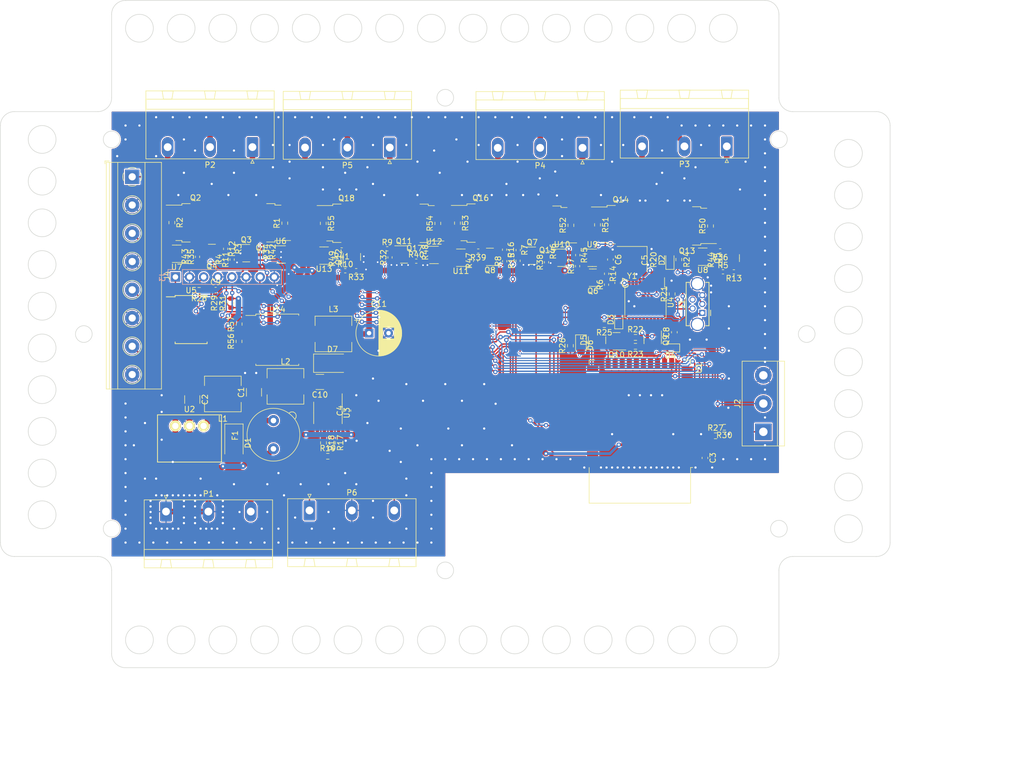
<source format=kicad_pcb>
(kicad_pcb (version 20211014) (generator pcbnew)
  (layers (0 "F.Cu" signal) (31 "B.Cu" signal) (34 "B.Paste" user) (35 "F.Paste" user) (36 "B.SilkS" user "B.Silkscreen") (37 "F.SilkS" user "F.Silkscreen") (38 "B.Mask" user) (39 "F.Mask" user) (44 "Edge.Cuts" user))
  (net 0 "")
  (net 1 "Net-(F1-Pad1)")
  (net 2 "GND")
  (net 3 "Net-(P2-Pad1)")
  (net 4 "Net-(P2-Pad3)")
  (net 5 "LED_1_C")
  (net 6 "LED_1_W")
  (net 7 "Net-(C5-Pad2)")
  (net 10 "+10V")
  (net 12 "Net-(C6-Pad2)")
  (net 13 "1-WIRE")
  (net 14 "Net-(C7-Pad2)")
  (net 15 "+5V")
  (net 18 "Net-(Q1-Pad1)")
  (net 25 "Net-(Q2-Pad1)")
  (net 26 "Net-(D2-Pad1)")
  (net 27 "RXD_0")
  (net 28 "Net-(Q3-Pad1)")
  (net 29 "Net-(D6-Pad1)")
  (net 31 "TXD_0")
  (net 32 "Net-(D3-Pad2)")
  (net 33 "Net-(P3-Pad1)")
  (net 34 "Net-(P3-Pad3)")
  (net 35 "Net-(P4-Pad1)")
  (net 36 "Net-(P4-Pad3)")
  (net 37 "Net-(P5-Pad1)")
  (net 38 "Net-(P5-Pad3)")
  (net 39 "Net-(Q4-Pad1)")
  (net 40 "Net-(Q5-Pad1)")
  (net 41 "Net-(Q6-Pad1)")
  (net 42 "Net-(Q7-Pad1)")
  (net 43 "Net-(Q8-Pad1)")
  (net 44 "~{IO_INT}")
  (net 45 "SCL")
  (net 46 "SDA")
  (net 47 "LED_2_C")
  (net 48 "LED_2_W")
  (net 49 "LED_3_C")
  (net 50 "LED_3_W")
  (net 51 "LED_4_C")
  (net 52 "LED_4_W")
  (net 53 "+24V")
  (net 54 "Net-(C2-Pad1)")
  (net 55 "+3V3")
  (net 56 "Net-(R17-Pad1)")
  (net 57 "Net-(R18-Pad1)")
  (net 58 "RO")
  (net 59 "~{RX}TX")
  (net 60 "DI")
  (net 61 "Net-(D4-Pad1)")
  (net 62 "ESP_EN")
  (net 63 "GPIO_0")
  (net 64 "GPIO_2")
  (net 65 "Net-(D5-Pad3)")
  (net 66 "Net-(J1-Pad2)")
  (net 67 "Net-(J1-Pad3)")
  (net 69 "Net-(Q9-Pad1)")
  (net 70 "Net-(Q9-Pad2)")
  (net 71 "Net-(Q10-Pad1)")
  (net 72 "Net-(Q10-Pad2)")
  (net 73 "Net-(Q10-Pad3)")
  (net 85 "Net-(P6-Pad1)")
  (net 86 "Net-(P6-Pad3)")
  (net 95 "Net-(D6-Pad2)")
  (net 96 "Net-(D7-Pad1)")
  (net 97 "Net-(J3-Pad1)")
  (net 98 "Net-(J3-Pad3)")
  (net 99 "Net-(J3-Pad5)")
  (net 100 "Net-(J3-Pad7)")
  (net 101 "Net-(J4-Pad1)")
  (net 102 "Net-(J4-Pad3)")
  (net 103 "Net-(J4-Pad5)")
  (net 104 "Net-(J4-Pad7)")
  (net 105 "Net-(L2-Pad2)")
  (net 106 "Net-(Q3-Pad3)")
  (net 107 "Net-(Q4-Pad3)")
  (net 108 "Net-(Q5-Pad3)")
  (net 109 "Net-(Q6-Pad3)")
  (net 110 "Net-(Q7-Pad3)")
  (net 111 "Net-(Q8-Pad3)")
  (net 112 "Net-(Q11-Pad1)")
  (net 113 "Net-(Q11-Pad3)")
  (net 114 "Net-(Q12-Pad1)")
  (net 115 "Net-(Q12-Pad3)")
  (net 116 "Net-(Q13-Pad1)")
  (net 117 "Net-(Q14-Pad1)")
  (net 118 "Net-(Q15-Pad1)")
  (net 119 "Net-(Q16-Pad1)")
  (net 120 "Net-(Q17-Pad1)")
  (net 121 "Net-(Q18-Pad1)")
  (net 122 "Net-(R34-Pad2)")
  (net 123 "Net-(R35-Pad2)")
  (net 124 "Net-(R36-Pad2)")
  (net 125 "Net-(R37-Pad2)")
  (net 126 "Net-(R38-Pad2)")
  (net 127 "Net-(R39-Pad2)")
  (net 128 "Net-(R40-Pad2)")
  (net 129 "Net-(R41-Pad2)")
  (net 130 "Net-(R56-Pad2)")
  (footprint "Resistor_SMD:R_0603_1608Metric" (layer "F.Cu") (at 154.2 95.6)
    (fp_text reference "R22")
    (fp_text value "1k")
  )
  (footprint "Resistor_SMD:R_0402_1005Metric" (layer "F.Cu") (at 103.98 83.6 180)
    (fp_text reference "R33")
    (fp_text value "10k")
  )
  (footprint "Package_TO_SOT_SMD:SOT-23" (layer "F.Cu") (at 78.03 80.41 180)
    (fp_text reference "Q4")
    (fp_text value "Q_NMOS_GSD_SMALL")
  )
  (footprint "Capacitor_SMD:C_0603_1608Metric" (layer "F.Cu") (at 78.7 87.1)
    (fp_text reference "C9")
    (fp_text value "100n")
  )
  (footprint "Resistor_SMD:R_0402_1005Metric" (layer "F.Cu") (at 138.24 80.11 -90)
    (fp_text reference "R46")
    (fp_text value "1k")
  )
  (footprint "Resistor_SMD:R_0402_1005Metric" (layer "F.Cu") (at 169.94 83.81)
    (fp_text reference "R5")
    (fp_text value "100R")
  )
  (footprint "Package_TO_SOT_SMD:SOT-23" (layer "F.Cu") (at 147.3 96.1 90)
    (fp_text reference "D5")
    (fp_text value "BAT54C")
  )
  (footprint "Resistor_SMD:R_0402_1005Metric" (layer "F.Cu") (at 143.8 82.79 90)
    (fp_text reference "R37")
    (fp_text value "100R")
  )
  (footprint "Package_SO:SSOP-20_5.3x7.2mm_P0.65mm" (layer "F.Cu") (at 156 89.3 -90)
    (fp_text reference "U4")
    (fp_text value "CH340T")
  )
  (footprint "Resistor_SMD:R_0603_1608Metric" (layer "F.Cu") (at 79.9 89.44 90)
    (fp_text reference "R29")
    (fp_text value "4k7")
  )
  (footprint "Package_TO_SOT_SMD:SOT-23" (layer "F.Cu") (at 128.03 81.12 180)
    (fp_text reference "Q8")
    (fp_text value "Q_NMOS_GSD_SMALL")
  )
  (footprint "Resistor_SMD:R_0603_1608Metric" (layer "F.Cu") (at 142.5 97.1 90)
    (fp_text reference "R26")
    (fp_text value "220R")
  )
  (footprint "Connector_Phoenix_GMSTB:PhoenixContact_GMSTBA_2,5_3-G-7,62_1x03_P7.62mm_Horizontal" (layer "F.Cu") (at 110.02 61.4575 180)
    (fp_text reference "P5")
    (fp_text value "LED_3")
  )
  (footprint "Resistor_SMD:R_0402_1005Metric" (layer "F.Cu") (at 125.93 80.07 180)
    (fp_text reference "R39")
    (fp_text value "100R")
  )
  (footprint "Resistor_SMD:R_0402_1005Metric" (layer "F.Cu") (at 102.01 83.62)
    (fp_text reference "R10")
    (fp_text value "100R")
  )
  (footprint "Package_TO_SOT_SMD:TO-252-2" (layer "F.Cu") (at 138.34 75.42 180)
    (fp_text reference "Q15")
    (fp_text value "Q_NMOS_GDS")
  )
  (footprint "Capacitor_SMD:C_1210_3225Metric" (layer "F.Cu") (at 74.5 106.775 -90)
    (fp_text reference "C2")
    (fp_text value "10u 50V")
  )
  (footprint "Resistor_SMD:R_0402_1005Metric" (layer "F.Cu") (at 101.37 79.87 180)
    (fp_text reference "R41")
    (fp_text value "100R")
  )
  (footprint "Resistor_SMD:R_0402_1005Metric" (layer "F.Cu") (at 87.8 80.21 -90)
    (fp_text reference "R42")
    (fp_text value "1k")
  )
  (footprint "Resistor_SMD:R_0402_1005Metric" (layer "F.Cu") (at 81.67 81.61 90)
    (fp_text reference "R11")
    (fp_text value "10k")
  )
  (footprint "Resistor_SMD:R_0603_1608Metric" (layer "F.Cu") (at 148.6 93.3 180)
    (fp_text reference "R25")
    (fp_text value "220R")
  )
  (footprint "Package_TO_SOT_SMD:SOT-23-6" (layer "F.Cu") (at 141 81.28)
    (fp_text reference "U10")
    (fp_text value "ZXGD3009E6")
  )
  (footprint "Resistor_SMD:R_0603_1608Metric" (layer "F.Cu") (at 98.875 116.975)
    (fp_text reference "R19")
    (fp_text value "DNP")
  )
  (footprint "Connector_Phoenix_GMSTB:PhoenixContact_GMSTBA_2,5_3-G-7,62_1x03_P7.62mm_Horizontal" (layer "F.Cu") (at 144.68 61.5075 180)
    (fp_text reference "P4")
    (fp_text value "LED_4")
  )
  (footprint "Resistor_SMD:R_0402_1005Metric" (layer "F.Cu") (at 115.24 80.3 -90)
    (fp_text reference "R48")
    (fp_text value "1k")
  )
  (footprint "Capacitor_SMD:C_0603_1608Metric" (layer "F.Cu") (at 166.7 117.275 -90)
    (fp_text reference "C3")
    (fp_text value "100n")
  )
  (footprint "Resistor_SMD:R_0402_1005Metric" (layer "F.Cu") (at 110.06 81.22 90)
    (fp_text reference "R32")
    (fp_text value "10k")
  )
  (footprint "Resistor_SMD:R_0603_1608Metric" (layer "F.Cu") (at 81.45 89.43 90)
    (fp_text reference "R31")
    (fp_text value "4k7")
  )
  (footprint "Resistor_SMD:R_0402_1005Metric" (layer "F.Cu") (at 125.46 81.82 90)
    (fp_text reference "R47")
    (fp_text value "1k")
  )
  (footprint "Package_TO_SOT_SMD:SOT-23-6" (layer "F.Cu") (at 122.81 81.27 180)
    (fp_text reference "U11")
    (fp_text value "ZXGD3009E6")
  )
  (footprint "Package_TO_SOT_SMD:SOT-23-6" (layer "F.Cu") (at 117.98 80.78)
    (fp_text reference "U12")
    (fp_text value "ZXGD3009E6")
  )
  (footprint "Resistor_SMD:R_0402_1005Metric" (layer "F.Cu") (at 109.56 79.67)
    (fp_text reference "R9")
    (fp_text value "100R")
  )
  (footprint "Resistor_SMD:R_0603_1608Metric" (layer "F.Cu") (at 167.7 75.57 90)
    (fp_text reference "R50")
    (fp_text value "10k")
  )
  (footprint "Package_TO_SOT_SMD:SOT-23-6" (layer "F.Cu") (at 98.2 80.89 180)
    (fp_text reference "U13")
    (fp_text value "ZXGD3009E6")
  )
  (footprint "Diode_SMD:D_0603_1608Metric_Pad1.05x0.95mm_HandSolder" (layer "F.Cu") (at 151.2 92.4 90)
    (fp_text reference "D3")
    (fp_text value "D_Schottky_Small")
  )
  (footprint "Resistor_SMD:R_0603_1608Metric" (layer "F.Cu") (at 168.6 113.3)
    (fp_text reference "R27")
    (fp_text value "10k")
  )
  (footprint "Connector_Phoenix_GMSTB:PhoenixContact_GMSTBA_2,5_3-G-7,62_1x03_P7.62mm_Horizontal" (layer "F.Cu") (at 95.58 126.7225)
    (fp_text reference "P6")
    (fp_text value "RS485")
  )
  (footprint "Inductor_SMD:L_6.3x6.3_H3" (layer "F.Cu") (at 99.89 94.98)
    (fp_text reference "L3")
    (fp_text value "330uH")
  )
  (footprint "RF_Module:ESP32-WROOM-32" (layer "F.Cu") (at 155 109.55 180)
    (fp_text reference "U1")
    (fp_text value "ESP32-WROOM-32")
  )
  (footprint "Package_TO_SOT_SMD:TO-252-2" (layer "F.Cu") (at 163.475 75.555 180)
    (fp_text reference "Q13")
    (fp_text value "Q_NMOS_GDS")
  )
  (footprint "Package_SO:SOIC-14W_7.5x9mm_P1.27mm" (layer "F.Cu") (at 89.79 96.02)
    (fp_text reference "U14")
    (fp_text value "LM2574M-ADJ")
  )
  (footprint "Resistor_SMD:R_0402_1005Metric" (layer "F.Cu") (at 171.9 83.81 180)
    (fp_text reference "R13")
    (fp_text value "10k")
  )
  (footprint "Diode_SMD:D_0603_1608Metric_Pad1.05x0.95mm_HandSolder" (layer "F.Cu") (at 160.4 81.7 90)
    (fp_text reference "D2")
    (fp_text value "D_Schottky_Small")
  )
  (footprint "Resistor_SMD:R_0603_1608Metric" (layer "F.Cu") (at 91.14 75.06 90)
    (fp_text reference "R1")
    (fp_text value "10k")
  )
  (footprint "Resistor_SMD:R_0402_1005Metric" (layer "F.Cu") (at 133.09 81.83 90)
    (fp_text reference "R15")
    (fp_text value "10k")
  )
  (footprint "Resistor_SMD:R_0603_1608Metric" (layer "F.Cu") (at 98.1 114.575 -90)
    (fp_text reference "R18")
    (fp_text value "100R")
  )
  (footprint "Resistor_SMD:R_0603_1608Metric" (layer "F.Cu") (at 154.2 97.2 180)
    (fp_text reference "R23")
    (fp_text value "1k")
  )
  (footprint "Package_TO_SOT_SMD:SOT-23" (layer "F.Cu") (at 135.62 80.91)
    (fp_text reference "Q7")
    (fp_text value "Q_NMOS_GSD_SMALL")
  )
  (footprint "Connector_USB:USB_Mini-B_Tensility_54-00023_Vertical_CircularHoles" (layer "F.Cu") (at 166.225 91.2 90)
    (fp_text reference "J1")
    (fp_text value "USB_B_Micro")
  )
  (footprint "Resistor_SMD:R_0603_1608Metric" (layer "F.Cu") (at 82.91 96.32 90)
    (fp_text reference "R56")
    (fp_text value "1k")
  )
  (footprint "Resistor_SMD:R_0603_1608Metric" (layer "F.Cu") (at 75.73 87.15 180)
    (fp_text reference "R28")
    (fp_text value "10k")
  )
  (footprint "Resistor_SMD:R_0402_1005Metric" (layer "F.Cu") (at 114.78 81.89)
    (fp_text reference "R40")
    (fp_text value "100R")
  )
  (footprint "Diode_SMD:D_SMA" (layer "F.Cu") (at 99.72 100.24)
    (fp_text reference "D7")
    (fp_text value "D_Schottky_Small")
  )
  (footprint "Package_TO_SOT_SMD:TO-252-2" (layer "F.Cu") (at 151.565 75.325)
    (fp_text reference "Q14")
    (fp_text value "Q_NMOS_GDS")
  )
  (footprint "Resistor_SMD:R_0603_1608Metric" (layer "F.Cu") (at 122.19 75.05 -90)
    (fp_text reference "R53")
    (fp_text value "10k")
  )
  (footprint "Resistor_SMD:R_0402_1005Metric" (layer "F.Cu") (at 130.66 79.83 -90)
    (fp_text reference "R16")
    (fp_text value "10k")
  )
  (footprint "Capacitor_SMD:C_1210_3225Metric" (layer "F.Cu") (at 85.6 105.475 90)
    (fp_text reference "C1")
    (fp_text value "10u 50V")
  )
  (footprint "Resistor_SMD:R_0603_1608Metric" (layer "F.Cu") (at 70.83 74.96 -90)
    (fp_text reference "R2")
    (fp_text value "10k")
  )
  (footprint "Package_SO:SSOP-24_5.3x8.2mm_P0.65mm" (layer "F.Cu") (at 74.3 92.4)
    (fp_text reference "U5")
    (fp_text value "PCF8575")
  )
  (footprint "Package_TO_SOT_SMD:SOT-23" (layer "F.Cu") (at 103.21 81.13 90)
    (fp_text reference "Q12")
    (fp_text value "Q_NMOS_GSD_SMALL")
  )
  (footprint "Capacitor_SMD:C_0603_1608Metric" (layer "F.Cu") (at 102.5 108.775 90)
    (fp_text reference "C4")
    (fp_text value "100n")
  )
  (footprint "Package_TO_SOT_SMD:SOT-23-6" (layer "F.Cu") (at 90.47 80.69)
    (fp_text reference "U6")
    (fp_text value "ZXGD3009E6")
  )
  (footprint "TerminalBlock_Phoenix:TerminalBlock_Phoenix_MKDS-1,5-8-5.08_1x08_P5.08mm_Horizontal" (layer "F.Cu") (at 63.7 66.72 -90)
    (fp_text reference "J4")
    (fp_text value "Conn_01x08")
  )
  (footprint "Package_TO_SOT_SMD:SOT-23-6" (layer "F.Cu") (at 146.43 81.29)
    (fp_text reference "U9")
    (fp_text value "ZXGD3009E6")
  )
  (footprint "Resistor_SMD:R_0402_1005Metric" (layer "F.Cu") (at 130.69 81.9 90)
    (fp_text reference "R8")
    (fp_text value "100R")
  )
  (footprint "LED_SMD:LED_0805_2012Metric_Pad1.15x1.40mm_HandSolder" (layer "F.Cu") (at 144.4 97 -90)
    (fp_text reference "D6")
    (fp_text value "Led_Small")
  )
  (footprint "Crystal:Crystal_SMD_3225-4Pin_3.2x2.5mm_HandSoldering" (layer "F.Cu") (at 153.6 81.5 180)
    (fp_text reference "Y1")
    (fp_text value "Crystal_GND24_Small")
  )
  (footprint "Resistor_SMD:R_0402_1005Metric" (layer "F.Cu") (at 74.36 81.07 90)
    (fp_text reference "R43")
    (fp_text value "1k")
  )
  (footprint "Package_TO_SOT_SMD:TO-252-2" (layer "F.Cu") (at 75.1 75)
    (fp_text reference "Q2")
    (fp_text value "Q_NMOS_GDS")
  )
  (footprint "Package_TO_SOT_SMD:SOT-23" (layer "F.Cu") (at 146.54 84.86 180)
    (fp_text reference "Q6")
    (fp_text value "Q_NMOS_GSD_SMALL")
  )
  (footprint "Resistor_SMD:R_0603_1608Metric" (layer "F.Cu") (at 147.38 75.36 -90)
    (fp_text reference "R51")
    (fp_text value "10k")
  )
  (footprint "Resistor_SMD:R_0603_1608Metric" (layer "F.Cu") (at 98.06 75.09 -90)
    (fp_text reference "R55")
    (fp_text value "10k")
  )
  (footprint "Resistor_SMD:R_0402_1005Metric" (layer "F.Cu") (at 80.48 81.56 90)
    (fp_text reference "R4")
    (fp_text value "100R")
  )
  (footprint "Package_TO_SOT_SMD:TO-252-2" (layer "F.Cu") (at 86.9 75 180)
    (fp_text reference "Q1")
    (fp_text value "Q_NMOS_GDS")
  )
  (footprint "Inductor_SMD:L_6.3x6.3_H3" (layer "F.Cu") (at 91.26 104.41)
    (fp_text reference "L2")
    (fp_text value "68u")
  )
  (footprint "Resistor_SMD:R_0402_1005Metric" (layer "F.Cu") (at 75.45 81.11 90)
    (fp_text reference "R35")
    (fp_text value "100R")
  )
  (footprint "Resistor_SMD:R_0402_1005Metric" (layer "F.Cu") (at 169.44 80.04 180)
    (fp_text reference "R36")
    (fp_text value "100R")
  )
  (footprint "Capacitor_SMD:C_1210_3225Metric" (layer "F.Cu") (at 97.45 103.61 180)
    (fp_text reference "C10")
    (fp_text value "10u 50V")
  )
  (footprint "Resistor_SMD:R_0402_1005Metric" (layer "F.Cu") (at 86.71 80.23 -90)
    (fp_text reference "R34")
    (fp_text value "100R")
  )
  (footprint "Package_TO_SOT_SMD:SOT-23" (layer "F.Cu") (at 150.8 96.3 180)
    (fp_text reference "Q10")
    (fp_text value "BC817")
  )
  (footprint "TerminalBlock:TerminalBlock_bornier-3_P5.08mm" (layer "F.Cu") (at 177.2 112.58 90)
    (fp_text reference "J2")
    (fp_text value "1-Wire")
  )
  (footprint "Resistor_SMD:R_0603_1608Metric" (layer "F.Cu") (at 99.7 114.575 -90)
    (fp_text reference "R17")
    (fp_text value "100R")
  )
  (footprint "Package_TO_SOT_SMD:SOT-23" (layer "F.Cu") (at 157.3 96.1 -90)
    (fp_text reference "Q9")
    (fp_text value "BC817")
  )
  (footprint "Package_TO_SOT_SMD:SOT-23-6" (layer "F.Cu") (at 166.3 81.09 180)
    (fp_text reference "U8")
    (fp_text value "ZXGD3009E6")
  )
  (footprint "Resistor_SMD:R_0402_1005Metric" (layer "F.Cu") (at 81.67 79.68 -90)
    (fp_text reference "R3")
    (fp_text value "100R")
  )
  (footprint "Capacitor_SMD:C_0603_1608Metric" (layer "F.Cu") (at 157.3 81.725 90)
    (fp_text reference "C5")
    (fp_text value "20p")
  )
  (footprint "Fuse:Fuseholder_TR5_Littelfuse_No560_No460" (layer "F.Cu") (at 89.09 115.64 90)
    (fp_text reference "F1")
    (fp_text value "F_Small")
  )
  (footprint "Package_TO_SOT_SMD:SOT-23" (layer "F.Cu") (at 171.34 81.34 90)
    (fp_text reference "Q5")
    (fp_text value "Q_NMOS_GSD_SMALL")
  )
  (footprint "Connector_Phoenix_GMSTB:PhoenixContact_GMSTBA_2,5_3-G-7,62_1x03_P7.62mm_Horizontal" (layer "F.Cu") (at 170.63 61.2475 180)
    (fp_text reference "P3")
    (fp_text value "LED_2")
  )
  (footprint "Package_TO_SOT_SMD:SOT-23-6" (layer "F.Cu") (at 71.69 80.56 180)
    (fp_text reference "U7")
    (fp_text value "ZXGD3009E6")
  )
  (footprint "Package_SO:SO-8_3.9x4.9mm_P1.27mm" (layer "F.Cu") (at 98.9 109.175 -90)
    (fp_text reference "U3")
    (fp_text value "MAX481E")
  )
  (footprint "Inductor_SMD:L_6.3x6.3_H3" (layer "F.Cu") (at 80 105.775 180)
    (fp_text reference "L1")
    (fp_text value "68u")
  )
  (footprint "Connector_Phoenix_GMSTB:PhoenixContact_GMSTBA_2,5_3-G-7,62_1x03_P7.62mm_Horizontal" (layer "F.Cu") (at 85.32 61.3775 180)
    (fp_text reference "P2")
    (fp_text value "LED_1")
  )
  (footprint "Resistor_SMD:R_0603_1608Metric" (layer "F.Cu") (at 142.59 75.445 90)
    (fp_text reference "R52")
    (fp_text value "10k")
  )
  (footprint "Diode_SMD:D_0603_1608Metric_Pad1.05x0.95mm_HandSolder" (layer "F.Cu") (at 160.5 97.5 180)
    (fp_text reference "D4")
    (fp_text value "D_Schottky_Small")
  )
  (footprint "Resistor_SMD:R_0603_1608Metric" (layer "F.Cu") (at 160.8 87.8 90)
    (fp_text reference "R21")
    (fp_text value "10k")
  )
  (footprint "Resistor_SMD:R_0402_1005Metric" (layer "F.Cu") (at 149.01 84.16 -90)
    (fp_text reference "R14")
    (fp_text value "10k")
  )
  (footprint "Package_TO_SOT_SMD:TO-252-2" (layer "F.Cu") (at 102.235 75.075)
    (fp_text reference "Q18")
    (fp_text value "Q_NMOS_GDS")
  )
  (footprint "Capacitor_SMD:C_0603_1608Metric" (layer "F.Cu") (at 161.2 94.675 90)
    (fp_text reference "C8")
    (fp_text value "22u")
  )
  (footprint "Package_TO_SOT_SMD:TO-252-2" (layer "F.Cu") (at 126.37 75.04)
    (fp_text reference "Q16")
    (fp_text value "Q_NMOS_GDS")
  )
  (footprint "Package_TO_SOT_SMD:SOT-23" (layer "F.Cu") (at 112.58 80.69)
    (fp_text reference "Q11")
    (fp_text value "Q_NMOS_GSD_SMALL")
  )
  (footprint "Resistor_SMD:R_0402_1005Metric" (layer "F.Cu") (at 80.5 79.68 -90)
    (fp_text reference "R12")
    (fp_text value "10k")
  )
  (footprint "Resistor_SMD:R_0402_1005Metric" (layer "F.Cu") (at 149 86.12 90)
    (fp_text reference "R6")
    (fp_text value "100R")
  )
  (footprint "Resistor_SMD:R_0402_1005Metric" (layer "F.Cu") (at 133.11 79.9 -90)
    (fp_text reference "R7")
    (fp_text value "100R")
  )
  (footprint "wazombi_kicad:R-78E-1.0" (layer "F.Cu") (at 74 111.525 180)
    (fp_text reference "U2")
    (fp_text value "R-78E-1.0")
  )
  (footprint "Resistor_SMD:R_0603_1608Metric" (layer "F.Cu") (at 118.66 75.1 90)
    (fp_text reference "R54")
    (fp_text value "10k")
  )
  (footprint "Resistor_SMD:R_0603_1608Metric" (layer "F.Cu") (at 82.93 93.205 90)
    (fp_text reference "R57")
    (fp_text value "7k15")
  )
  (footprint "Resistor_SMD:R_0402_1005Metric" (layer "F.Cu") (at 143.82 80.8 -90)
    (fp_text reference "R45")
    (fp_text value "1k")
  )
  (footprint "Package_TO_SOT_SMD:SOT-23" (layer "F.Cu") (at 84.21 80.45)
    (fp_text reference "Q3")
    (fp_text value "Q_NMOS_GSD_SMALL")
  )
  (footprint "Capacitor_THT:CP_Radial_D8.0mm_P3.50mm" (layer "F.Cu") (at 106.297349 94.83)
    (fp_text reference "C11")
    (fp_text value "220u")
  )
  (footprint "Capacitor_SMD:C_0603_1608Metric" (layer "F.Cu") (at 149.7 81.6 -90)
    (fp_text reference "C6")
    (fp_text value "20p")
  )
  (footprint "Resistor_SMD:R_0603_1608Metric" (layer "F.Cu") (at 158.9 81.625 90)
    (fp_text reference "R20")
    (fp_text value "10k")
  )
  (footprint "Package_TO_SOT_SMD:TO-252-2" (layer "F.Cu") (at 114.475 75.085 180)
    (fp_text reference "Q17")
    (fp_text value "Q_NMOS_GDS")
  )
  (footprint "Resistor_SMD:R_0402_1005Metric" (layer "F.Cu") (at 168.96 81.66 90)
    (fp_text reference "R44")
    (fp_text value "1k")
  )
  (footprint "Resistor_SMD:R_0402_1005Metric" (layer "F.Cu") (at 138.21 82.09 90)
    (fp_text reference "R38")
    (fp_text value "100R")
  )
  (footprint "Resistor_SMD:R_0603_1608Metric" (layer "F.Cu") (at 170.19 111.76 180)
    (fp_text reference "R30")
    (fp_text value "4k7")
  )
  (footprint "Diode_SMD:D_SMA" (layer "F.Cu") (at 82 114.575 -90)
    (fp_text reference "D1")
    (fp_text value "D_Schottky_Small")
  )
  (footprint "Connector_Phoenix_GMSTB:PhoenixContact_GMSTBA_2,5_3-G-7,62_1x03_P7.62mm_Horizontal" (layer "F.Cu") (at 69.78 126.9225)
    (fp_text reference "P1")
    (fp_text value "PWR")
  )
  (footprint "Capacitor_SMD:C_0603_1608Metric" (layer "F.Cu") (at 151 85.8 -90)
    (fp_text reference "C7")
    (fp_text value "100n")
  )
  (footprint "Resistor_SMD:R_0402_1005Metric" (layer "F.Cu") (at 100.84 81.45 90)
    (fp_text reference "R49")
    (fp_text value "1k")
  )
  (footprint "Resistor_SMD:R_0603_1608Metric" (layer "F.Cu") (at 162 81.6 -90)
    (fp_text reference "R24")
    (fp_text value "DNP")
  )
  (footprint "Connector_PinHeader_2.54mm:PinHeader_1x08_P2.54mm_Vertical" (layer "B.Cu") (at 71.47 84.73 -90)
    (fp_text reference "J3")
    (fp_text value "Conn_01x08")
  )
  (gr_line (start 40 57.5) (end 40 132.5) (layer "Edge.Cuts") (width 0.1))
  (gr_circle (center 140 40) (end 142.5 40) (layer "Edge.Cuts") (width 0.1) (fill none))
  (gr_circle (center 47.5 105) (end 47.5 107.5) (layer "Edge.Cuts") (width 0.1) (fill none))
  (gr_circle (center 47.5 127.5) (end 47.5 130) (layer "Edge.Cuts") (width 0.1) (fill none))
  (gr_circle (center 80 40) (end 82.5 40) (layer "Edge.Cuts") (width 0.1) (fill none))
  (gr_arc (start 42.5 135) (mid 40.732233 134.267767) (end 40 132.5) (layer "Edge.Cuts") (width 0.1))
  (gr_arc (start 200 132.5) (mid 199.267767 134.267767) (end 197.5 135) (layer "Edge.Cuts") (width 0.1))
  (gr_circle (center 117.5 40) (end 120 40) (layer "Edge.Cuts") (width 0.1) (fill none))
  (gr_circle (center 47.5 67.5) (end 47.5 70) (layer "Edge.Cuts") (width 0.1) (fill none))
  (gr_circle (center 47.5 112.5) (end 47.5 115) (layer "Edge.Cuts") (width 0.1) (fill none))
  (gr_circle (center 102.5 40) (end 105 40) (layer "Edge.Cuts") (width 0.1) (fill none))
  (gr_circle (center 162.5 40) (end 165 40) (layer "Edge.Cuts") (width 0.1) (fill none))
  (gr_line (start 197.5 55) (end 182.5 55) (layer "Edge.Cuts") (width 0.1))
  (gr_line (start 180 152.5) (end 180 137.5) (layer "Edge.Cuts") (width 0.1))
  (gr_line (start 180 52.5) (end 180 37.5) (layer "Edge.Cuts") (width 0.1))
  (gr_line (start 42.5 55) (end 57.5 55) (layer "Edge.Cuts") (width 0.1))
  (gr_arc (start 40 57.5) (mid 40.732233 55.732233) (end 42.5 55) (layer "Edge.Cuts") (width 0.1))
  (gr_circle (center 47.5 120) (end 47.5 122.5) (layer "Edge.Cuts") (width 0.1) (fill none))
  (gr_circle (center 180 60) (end 180 58.5) (layer "Edge.Cuts") (width 0.1) (fill none))
  (gr_circle (center 95 40) (end 97.5 40) (layer "Edge.Cuts") (width 0.1) (fill none))
  (gr_circle (center 102.5 150) (end 105 150) (layer "Edge.Cuts") (width 0.1) (fill none))
  (gr_circle (center 192.5 100) (end 192.5 97.5) (layer "Edge.Cuts") (width 0.1) (fill none))
  (gr_circle (center 95 150) (end 97.5 150) (layer "Edge.Cuts") (width 0.1) (fill none))
  (gr_circle (center 65 150) (end 67.5 150) (layer "Edge.Cuts") (width 0.1) (fill none))
  (gr_arc (start 177.5 35) (mid 179.267767 35.732233) (end 180 37.5) (layer "Edge.Cuts") (width 0.1))
  (gr_circle (center 192.5 62.5) (end 192.5 60) (layer "Edge.Cuts") (width 0.1) (fill none))
  (gr_line (start 200 57.5) (end 200 132.5) (layer "Edge.Cuts") (width 0.1))
  (gr_line (start 182.5 135) (end 197.5 135) (layer "Edge.Cuts") (width 0.1))
  (gr_circle (center 47.5 90) (end 47.5 92.5) (layer "Edge.Cuts") (width 0.1) (fill none))
  (gr_circle (center 110 40) (end 112.5 40) (layer "Edge.Cuts") (width 0.1) (fill none))
  (gr_circle (center 192.5 70) (end 192.5 67.5) (layer "Edge.Cuts") (width 0.1) (fill none))
  (gr_circle (center 155 150) (end 157.5 150) (layer "Edge.Cuts") (width 0.1) (fill none))
  (gr_circle (center 117.5 150) (end 120 150) (layer "Edge.Cuts") (width 0.1) (fill none))
  (gr_circle (center 140 150) (end 142.5 150) (layer "Edge.Cuts") (width 0.1) (fill none))
  (gr_circle (center 55 95) (end 56.5 95) (layer "Edge.Cuts") (width 0.1) (fill none))
  (gr_circle (center 125 150) (end 127.5 150) (layer "Edge.Cuts") (width 0.1) (fill none))
  (gr_circle (center 120 137.5) (end 120 136) (layer "Edge.Cuts") (width 0.1) (fill none))
  (gr_circle (center 87.5 150) (end 90 150) (layer "Edge.Cuts") (width 0.1) (fill none))
  (gr_circle (center 147.5 150) (end 150 150) (layer "Edge.Cuts") (width 0.1) (fill none))
  (gr_circle (center 80 150) (end 82.5 150) (layer "Edge.Cuts") (width 0.1) (fill none))
  (gr_circle (center 192.5 77.5) (end 192.5 75) (layer "Edge.Cuts") (width 0.1) (fill none))
  (gr_circle (center 170 150) (end 172.5 150) (layer "Edge.Cuts") (width 0.1) (fill none))
  (gr_line (start 62.5 155) (end 177.5 155) (layer "Edge.Cuts") (width 0.1))
  (gr_circle (center 47.5 60) (end 47.5 62.5) (layer "Edge.Cuts") (width 0.1) (fill none))
  (gr_circle (center 60 60) (end 60 58.5) (layer "Edge.Cuts") (width 0.1) (fill none))
  (gr_line (start 60 52.5) (end 60 37.5) (layer "Edge.Cuts") (width 0.1))
  (gr_arc (start 180 137.5) (mid 180.732233 135.732233) (end 182.5 135) (layer "Edge.Cuts") (width 0.1))
  (gr_circle (center 120 52.5) (end 120 51) (layer "Edge.Cuts") (width 0.1) (fill none))
  (gr_circle (center 132.5 40) (end 135 40) (layer "Edge.Cuts") (width 0.1) (fill none))
  (gr_circle (center 192.5 92.5) (end 192.5 90) (layer "Edge.Cuts") (width 0.1) (fill none))
  (gr_line (start 57.5 135) (end 42.5 135) (layer "Edge.Cuts") (width 0.1))
  (gr_circle (center 192.5 130) (end 192.5 127.5) (layer "Edge.Cuts") (width 0.1) (fill none))
  (gr_arc (start 60 52.5) (mid 59.267767 54.267767) (end 57.5 55) (layer "Edge.Cuts") (width 0.1))
  (gr_circle (center 110 150) (end 112.5 150) (layer "Edge.Cuts") (width 0.1) (fill none))
  (gr_line (start 177.5 35) (end 62.5 35) (layer "Edge.Cuts") (width 0.1))
  (gr_circle (center 60 130) (end 60 131.5) (layer "Edge.Cuts") (width 0.1) (fill none))
  (gr_arc (start 60 37.5) (mid 60.732233 35.732233) (end 62.5 35) (layer "Edge.Cuts") (width 0.1))
  (gr_circle (center 47.5 97.5) (end 47.5 100) (layer "Edge.Cuts") (width 0.1) (fill none))
  (gr_circle (center 192.5 115) (end 192.5 112.5) (layer "Edge.Cuts") (width 0.1) (fill none))
  (gr_circle (center 87.5 40) (end 90 40) (layer "Edge.Cuts") (width 0.1) (fill none))
  (gr_circle (center 47.5 82.5) (end 47.5 85) (layer "Edge.Cuts") (width 0.1) (fill none))
  (gr_circle (center 192.5 107.5) (end 192.5 105) (layer "Edge.Cuts") (width 0.1) (fill none))
  (gr_circle (center 192.5 85) (end 192.5 82.5) (layer "Edge.Cuts") (width 0.1) (fill none))
  (gr_arc (start 182.5 55) (mid 180.732233 54.267767) (end 180 52.5) (layer "Edge.Cuts") (width 0.1))
  (gr_circle (center 170 40) (end 172.5 40) (layer "Edge.Cuts") (width 0.1) (fill none))
  (gr_arc (start 197.5 55) (mid 199.267767 55.732233) (end 200 57.5) (layer "Edge.Cuts") (width 0.1))
  (gr_circle (center 162.5 150) (end 165 150) (layer "Edge.Cuts") (width 0.1) (fill none))
  (gr_circle (center 47.5 75) (end 47.5 77.5) (layer "Edge.Cuts") (width 0.1) (fill none))
  (gr_arc (start 62.5 155) (mid 60.732233 154.267767) (end 60 152.5) (layer "Edge.Cuts") (width 0.1))
  (gr_circle (center 72.5 150) (end 75 150) (layer "Edge.Cuts") (width 0.1) (fill none))
  (gr_circle (center 125 40) (end 127.5 40) (layer "Edge.Cuts") (width 0.1) (fill none))
  (gr_circle (center 147.5 40) (end 150 40) (layer "Edge.Cuts") (width 0.1) (fill none))
  (gr_circle (center 180 130) (end 180 131.5) (layer "Edge.Cuts") (width 0.1) (fill none))
  (gr_circle (center 72.5 40) (end 75 40) (layer "Edge.Cuts") (width 0.1) (fill none))
  (gr_arc (start 180 152.5) (mid 179.267767 154.267767) (end 177.5 155) (layer "Edge.Cuts") (width 0.1))
  (gr_circle (center 132.5 150) (end 135 150) (layer "Edge.Cuts") (width 0.1) (fill none))
  (gr_circle (center 65 40) (end 67.5 40) (layer "Edge.Cuts") (width 0.1) (fill none))
  (gr_circle (center 192.5 122.5) (end 192.5 120) (layer "Edge.Cuts") (width 0.1) (fill none))
  (gr_circle (center 155 40) (end 157.5 40) (layer "Edge.Cuts") (width 0.1) (fill none))
  (gr_line (start 60 152.5) (end 60 137.5) (layer "Edge.Cuts") (width 0.1))
  (gr_circle (center 185 95) (end 186.5 95) (layer "Edge.Cuts") (width 0.1) (fill none))
  (gr_arc (start 57.5 135) (mid 59.267767 135.732233) (end 60 137.5) (layer "Edge.Cuts") (width 0.1))
  (segment (start 85.02 119.71) (end 89.09 115.64) (width 1) (layer "F.Cu") (net 1))
  (segment (start 85.02 126.9225) (end 85.02 119.71) (width 1) (layer "F.Cu") (net 1))
  (segment (start 99.870001 108) (end 102.5 108) (width 0.25) (layer "F.Cu") (net 2))
  (segment (start 74 108.75) (end 74.5 108.25) (width 1) (layer "F.Cu") (net 2))
  (segment (start 96.995 110.875001) (end 99.870001 108) (width 0.25) (layer "F.Cu") (net 2))
  (segment (start 157.3 82.55) (end 156.45 82.55) (width 0.25) (layer "F.Cu") (net 2))
  (segment (start 149.7 80.2) (end 150.1 79.8) (width 0.25) (layer "F.Cu") (net 2))
  (segment (start 80.8 120.9) (end 82 119.7) (width 1) (layer "F.Cu") (net 2))
  (segment (start 74 111.525) (end 74 114.5) (width 1) (layer "F.Cu") (net 2))
  (segment (start 74 114.5) (end 76.075 116.575) (width 1) (layer "F.Cu") (net 2))
  (segment (start 155.325 82.55) (end 154.95 82.925) (width 0.25) (layer "F.Cu") (net 2))
  (segment (start 74 111.525) (end 74 108.75) (width 1) (layer "F.Cu") (net 2))
  (segment (start 82.5525 82.12) (end 83.2725 81.4) (width 0.25) (layer "F.Cu") (net 2))
  (segment (start 77.4 126.9225) (end 77.4 122.7) (width 1) (layer "F.Cu") (net 2))
  (segment (start 149.7 80.825) (end 149.7 80.2) (width 0.25) (layer "F.Cu") (net 2))
  (segment (start 156.45 82.55) (end 155.325 82.55) (width 0.25) (layer "F.Cu") (net 2))
  (segment (start 166.455 117.805) (end 166.7 118.05) (width 0.25) (layer "F.Cu") (net 2))
  (segment (start 79.2 120.9) (end 80.8 120.9) (width 1) (layer "F.Cu") (net 2))
  (segment (start 69.78 126.9225) (end 77.4 126.9225) (width 1) (layer "F.Cu") (net 2))
  (segment (start 154.375 84.225) (end 154.375 83.5) (width 0.25) (layer "F.Cu") (net 2))
  (segment (start 96.995 111.75) (end 96.995 110.875001) (width 0.25) (layer "F.Cu") (net 2))
  (segment (start 81.67 82.12) (end 82.5525 82.12) (width 0.25) (layer "F.Cu") (net 2))
  (segment (start 154.375 83.5) (end 154.95 82.925) (width 0.25) (layer "F.Cu") (net 2))
  (segment (start 82 119.7) (end 82 116.575) (width 1) (layer "F.Cu") (net 2))
  (segment (start 154.375 85.775) (end 154.375 84.225) (width 0.25) (layer "F.Cu") (net 2))
  (segment (start 79.2575 79.17) (end 78.9675 79.46) (width 0.25) (layer "F.Cu") (net 2))
  (segment (start 80.5 79.17) (end 79.2575 79.17) (width 0.25) (layer "F.Cu") (net 2))
  (segment (start 163.5 117.805) (end 166.455 117.805) (width 0.25) (layer "F.Cu") (net 2))
  (segment (start 76.075 116.575) (end 82 116.575) (width 1) (layer "F.Cu") (net 2))
  (segment (start 77.4 122.7) (end 79.2 120.9) (width 1) (layer "F.Cu") (net 2))
  (via (at 119 66) (size 0.8) (drill 0.4) (layers "F.Cu" "B.Cu") (net 2))
  (via (at 107 61) (size 0.8) (drill 0.4) (layers "F.Cu" "B.Cu") (net 2))
  (via (at 100 60) (size 0.8) (drill 0.4) (layers "F.Cu" "B.Cu") (net 2))
  (via (at 177.5 60) (size 0.8) (drill 0.4) (layers "F.Cu" "B.Cu") (net 2))
  (via (at 139.772536 65.772536) (size 0.8) (drill 0.4) (layers "F.Cu" "B.Cu") (net 2))
  (via (at 82 130) (size 0.8) (drill 0.4) (layers "F.Cu" "B.Cu") (net 2))
  (via (at 160.7 85.4) (size 0.8) (drill 0.4) (layers "F.Cu" "B.Cu") (net 2))
  (via (at 157 119) (size 0.8) (drill 0.4) (layers "F.Cu" "B.Cu") (net 2))
  (via (at 73 124) (size 0.8) (drill 0.4) (layers "F.Cu" "B.Cu") (net 2))
  (via (at 177.5 77.5) (size 0.8) (drill 0.4) (layers "F.Cu" "B.Cu") (net 2))
  (via (at 164 96) (size 0.8) (drill 0.4) (layers "F.Cu" "B.Cu") (net 2))
  (via (at 170 117.5) (size 0.8) (drill 0.4) (layers "F.Cu" "B.Cu") (net 2))
  (via (at 131 70) (size 0.8) (drill 0.4) (layers "F.Cu" "B.Cu") (net 2))
  (via (at 144 56) (size 0.8) (drill 0.4) (layers "F.Cu" "B.Cu") (net 2))
  (via (at 166 113) (size 0.8) (drill 0.4) (layers "F.Cu" "B.Cu") (net 2))
  (via (at 105.32 82.05) (size 0.5) (drill 0.3) (layers "F.Cu" "B.Cu") (net 2))
  (via (at 156 71) (size 0.8) (drill 0.4) (layers "F.Cu" "B.Cu") (net 2))
  (via (at 153 89.1) (size 0.8) (drill 0.4) (layers "F.Cu" "B.Cu") (net 2))
  (via (at 99 127) (size 0.8) (drill 0.4) (layers "F.Cu" "B.Cu") (net 2))
  (via (at 150 119) (size 0.8) (drill 0.4) (layers "F.Cu" "B.Cu") (net 2))
  (via (at 90 120) (size 0.8) (drill 0.4) (layers "F.Cu" "B.Cu") (net 2))
  (via (at 75 125) (size 0.8) (drill 0.4) (layers "F.Cu" "B.Cu") (net 2))
  (via (at 67.5 132.5) (size 0.8) (drill 0.4) (layers "F.Cu" "B.Cu") (net 2))
  (via (at 68 121) (size 0.8) (drill 0.4) (layers "F.Cu" "B.Cu") (net 2))
  (via (at 172.5 117.5) (size 0.8) (drill 0.4) (layers "F.Cu" "B.Cu") (net 2))
  (via (at 170 57.5) (size 0.8) (drill 0.4) (layers "F.Cu" "B.Cu") (net 2))
  (via (at 162 119) (size 0.8) (drill 0.4) (layers "F.Cu" "B.Cu") (net 2))
  (via (at 99 122) (size 0.8) (drill 0.4) (layers "F.Cu" "B.Cu") (net 2))
  (via (at 177.5 62.5) (size 0.8) (drill 0.4) (layers "F.Cu" "B.Cu") (net 2))
  (via (at 62.5 112.5) (size 0.8) (drill 0.4) (layers "F.Cu" "B.Cu") (net 2))
  (via (at 126 70) (size 0.8) (drill 0.4) (layers "F.Cu" "B.Cu") (net 2))
  (via (at 104.059501 114.1895) (size 0.8) (drill 0.4) (layers "F.Cu" "B.Cu") (net 2))
  (via (at 104 106) (size 0.8) (drill 0.4) (layers "F.Cu" "B.Cu") (net 2))
  (via (at 171 90) (size 0.8) (drill 0.4) (layers "F.Cu" "B.Cu") (net 2))
  (via (at 110 132.5) (size 0.8) (drill 0.4) (layers "F.Cu" "B.Cu") (net 2))
  (via (at 96 130) (size 0.8) (drill 0.4) (layers "F.Cu" "B.Cu") (net 2))
  (via (at 147 56) (size 0.8) (drill 0.4) (layers "F.Cu" "B.Cu") (net 2))
  (via (at 62.5 130) (size 0.8) (drill 0.4) (layers "F.Cu" "B.Cu") (net 2))
  (via (at 152 61) (size 0.8) (drill 0.4) (layers "F.Cu" "B.Cu") (net 2))
  (via (at 167.8 86.3) (size 0.8) (drill 0.4) (layers "F.Cu" "B.Cu") (net 2))
  (via (at 91 124) (size 0.8) (drill 0.4) (layers "F.Cu" "B.Cu") (net 2))
  (via (at 141 60) (size 0.8) (drill 0.4) (layers "F.Cu" "B.Cu") (net 2))
  (via (at 80 56) (size 0.8) (drill 0.4) (layers "F.Cu" "B.Cu") (net 2))
  (via (at 71 56) (size 0.8) (drill 0.4) (layers "F.Cu" "B.Cu") (net 2))
  (via (at 100 130) (size 0.8) (drill 0.4) (layers "F.Cu" "B.Cu") (net 2))
  (via (at 69 106) (size 0.8) (drill 0.4) (layers "F.Cu" "B.Cu") (net 2))
  (via (at 124 64) (size 0.8) (drill 0.4) (layers "F.Cu" "B.Cu") (net 2))
  (via (at 107 125) (size 0.8) (drill 0.4) (layers "F.Cu" "B.Cu") (net 2))
  (via (at 158 119) (size 0.8) (drill 0.4) (layers "F.Cu" "B.Cu") (net 2))
  (via (at 115 64) (size 0.8) (drill 0.4) (layers "F.Cu" "B.Cu") (net 2))
  (via (at 177.5 57.5) (size 0.8) (drill 0.4) (layers "F.Cu" "B.Cu") (net 2))
  (via (at 177.5 65) (size 0.8) (drill 0.4) (layers "F.Cu" "B.Cu") (net 2))
  (via (at 123 56) (size 0.8) (drill 0.4) (layers "F.Cu" "B.Cu") (net 2))
  (via (at 157 56) (size 0.8) (drill 0.4) (layers "F.Cu" "B.Cu") (net 2))
  (via (at 153 119) (size 0.8) (drill 0.4) (layers "F.Cu" "B.Cu") (net 2))
  (via (at 142.5 117.5) (size 0.8) (drill 0.4) (layers "F.Cu" "B.Cu") (net 2))
  (via (at 62.5 132.5) (size 0.8) (drill 0.4) (layers "F.Cu" "B.Cu") (net 2))
  (via (at 86 102) (size 0.8) (drill 0.4) (layers "F.Cu" "B.Cu") (net 2))
  (via (at 89 65) (size 0.8) (drill 0.4) (layers "F.Cu" "B.Cu") (net 2))
  (via (at 154 56) (size 0.8) (drill 0.4) (layers "F.Cu" "B.Cu") (net 2))
  (via (at 104 122) (size 0.8) (drill 0.4) (layers "F.Cu" "B.Cu") (net 2))
  (via (at 70 132.5) (size 0.8) (drill 0.4) (layers "F.Cu" "B.Cu") (net 2))
  (via (at 155 106) (size 0.8) (drill 0.4) (layers "F.Cu" "B.Cu") (net 2))
  (via (at 117.5 117.5) (size 0.8) (drill 0.4) (layers "F.Cu" "B.Cu") (net 2))
  (via (at 85 132.5) (size 0.8) (drill 0.4) (layers "F.Cu" "B.Cu") (net 2))
  (via (at 161 113) (size 0.8) (drill 0.4) (layers "F.Cu" "B.Cu") (net 2))
  (via (at 167.2 84.8) (size 0.8) (drill 0.4) (layers "F.Cu" "B.Cu") (net 2))
  (via (at 92.5 132.5) (size 0.8) (drill 0.4) (layers "F.Cu" "B.Cu") (net 2))
  (via (at 102.098156 114.1895) (size 0.8) (drill 0.4) (layers "F.Cu" "B.Cu") (net 2))
  (via (at 154 90) (size 0.8) (drill 0.4) (layers "F.Cu" "B.Cu") (net 2))
  (via (at 83 56) (size 0.8) (drill 0.4) (layers "F.Cu" "B.Cu") (net 2))
  (via (at 120 117.5) (size 0.8) (drill 0.4) (layers "F.Cu" "B.Cu") (net 2))
  (via (at 148 119) (size 0.8) (drill 0.4) (layers "F.Cu" "B.Cu") (net 2))
  (via (at 166 61) (size 0.8) (drill 0.4) (layers "F.Cu" "B.Cu") (net 2))
  (via (at 159 119) (size 0.8) (drill 0.4) (layers "F.Cu" "B.Cu") (net 2))
  (via (at 108 56) (size 0.8) (drill 0.4) (layers "F.Cu" "B.Cu") (net 2))
  (via (at 62.5 60) (size 0.8) (drill 0.4) (layers "F.Cu" "B.Cu") (net 2))
  (via (at 155 119) (size 0.8) (drill 0.4) (layers "F.Cu" "B.Cu") (net 2))
  (via (at 90 56) (size 0.8) (drill 0.4) (layers "F.Cu" "B.Cu") (net 2))
  (via (at 174 64) (size 0.8) (drill 0.4) (layers "F.Cu" "B.Cu") (net 2))
  (via (at 141 56) (size 0.8) (drill 0.4) (layers "F.Cu" "B.Cu") (net 2))
  (via (at 112 118) (size 0.8) (drill 0.4) (layers "F.Cu" "B.Cu") (net 2))
  (via (at 80 132.5) (size 0.8) (drill 0.4) (layers "F.Cu" "B.Cu") (net 2))
  (via (at 177.5 85) (size 0.8) (drill 0.4) (layers "F.Cu" "B.Cu") (net 2))
  (via (at 92 67) (size 0.8) (drill 0.4) (layers "F.Cu" "B.Cu") (net 2))
  (via (at 150 113) (size 0.8) (drill 0.4) (layers "F.Cu" "B.Cu") (net 2))
  (via (at 159 106) (size 0.8) (drill 0.4) (layers "F.Cu" "B.Cu") (net 2))
  (via (at 135.01 82.59) (size 0.5) (drill 0.3) (layers "F.Cu" "B.Cu") (net 2))
  (via (at 80 126) (size 0.8) (drill 0.4) (layers "F.Cu" "B.Cu") (net 2))
  (via (at 148 61) (size 0.8) (drill 0.4) (layers "F.Cu" "B.Cu") (net 2))
  (via (at 82 66) (size 0.8) (drill 0.4) (layers "F.Cu" "B.Cu") (net 2))
  (via (at 72.5 132.5) (size 0.8) (drill 0.4) (layers "F.Cu" "B.Cu") (net 2))
  (via (at 115 70) (size 0.8) (drill 0.4) (layers "F.Cu" "B.Cu") (net 2))
  (via (at 177.5 87.5) (size 0.8) (drill 0.4) (layers "F.Cu" "B.Cu") (net 2))
  (via (at 77 56) (size 0.8) (drill 0.4) (layers "F.Cu" "B.Cu") (net 2))
  (via (at 107.84 82.07) (size 0.5) (drill 0.3) (layers "F.Cu" "B.Cu") (net 2))
  (via (at 177.5 100) (size 0.8) (drill 0.4) (layers "F.Cu" "B.Cu") (net 2))
  (via (at 112 111.9905) (size 0.8) (drill 0.4) (layers "F.Cu" "B.Cu") (net 2))
  (via (at 82 122) (size 0.8) (drill 0.4) (layers "F.Cu" "B.Cu") (net 2))
  (via (at 70 124) (size 0.8) (drill 0.4) (layers "F.Cu" "B.Cu") (net 2))
  (via (at 72 124) (size 0.8) (drill 0.4) (layers "F.Cu" "B.Cu") (net 2))
  (via (at 71 118) (size 0.8) (drill 0.4) (layers "F.Cu" "B.Cu") (net 2))
  (via (at 150 64) (size 0.8) (drill 0.4) (layers "F.Cu" "B.Cu") (net 2))
  (via (at 83.17 80.52) (size 0.5) (drill 0.3) (layers "F.Cu" "B.Cu") (net 2))
  (via (at 110.31 82.57) (size 0.5) (drill 0.3) (layers "F.Cu" "B.Cu") (net 2))
  (via (at 156.45 82.55) (size 0.8) (drill 0.4) (layers "F.Cu" "B.Cu") (net 2))
  (via (at 157.1 79.7) (size 0.8) (drill 0.4) (layers "F.Cu" "B.Cu") (net 2))
  (via (at 117.5 120) (size 0.8) (drill 0.4) (layers "F.Cu" "B.Cu") (net 2))
  (via (at 62.5 107.5) (size 0.8) (drill 0.4) (layers "F.Cu" "B.Cu") (net 2))
  (via (at 72 130) (size 0.8) (drill 0.4) (layers "F.Cu" "B.Cu") (net 2))
  (via (at 138.95 82.23) (size 0.5) (drill 0.3) (layers "F.Cu" "B.Cu") (net 2))
  (via (at 177.5 117.5) (size 0.8) (drill 0.4) (layers "F.Cu" "B.Cu") (net 2))
  (via (at 136.752886 69.892186) (size 0.8) (drill 0.4) (layers "F.Cu" "B.Cu") (net 2))
  (via (at 92 64) (size 0.8) (drill 0.4) (layers "F.Cu" "B.Cu") (net 2))
  (via (at 69 124) (size 0.8) (drill 0.4) (layers "F.Cu" "B.Cu") (net 2))
  (via (at 150.1 79.8) (size 0.8) (drill 0.4) (layers "F.Cu" "B.Cu") (net 2))
  (via (at 107 128) (size 0.8) (drill 0.4) (layers "F.Cu" "B.Cu") (net 2))
  (via (at 92 61) (size 0.8) (drill 0.4) (layers "F.Cu" "B.Cu") (net 2))
  (via (at 140.077464 70.077464) (size 0.8) (drill 0.4) (layers "F.Cu" "B.Cu") (net 2))
  (via (at 111 56) (size 0.8) (drill 0.4) (layers "F.Cu" "B.Cu") (net 2))
  (via (at 116.79 82.59) (size 0.5) (drill 0.3) (layers "F.Cu" "B.Cu") (net 2))
  (via (at 114 56) (size 0.8) (drill 0.4) (layers "F.Cu" "B.Cu") (net 2))
  (via (at 101 69) (size 0.8) (drill 0.4) (layers "F.Cu" "B.Cu") (net 2))
  (via (at 165 57.5) (size 0.8) (drill 0.4) (layers "F.Cu" "B.Cu") (net 2))
  (via (at 97.5 132.5) (size 0.8) (drill 0.4) (layers "F.Cu" "B.Cu") (net 2))
  (via (at 141 63) (size 0.8) (drill 0.4) (layers "F.Cu" "B.Cu") (net 2))
  (via (at 163 67) (size 0.8) (drill 0.4) (layers "F.Cu" "B.Cu") (net 2))
  (via (at 67 125) (size 0.8) (drill 0.4) (layers "F.Cu" "B.Cu") (net 2))
  (via (at 76 130) (size 0.8) (drill 0.4) (layers "F.Cu" "B.Cu") (net 2))
  (via (at 104 69) (size 0.8) (drill 0.4) (layers "F.Cu" "B.Cu") (net 2))
  (via (at 132 56) (size 0.8) (drill 0.4) (layers "F.Cu" "B.Cu") (net 2))
  (via (at 159 66) (size 0.8) (drill 0.4) (layers "F.Cu" "B.Cu") (net 2))
  (via (at 116 107) (size 0.8) (drill 0.4) (layers "F.Cu" "B.Cu") (net 2))
  (via (at 167 96) (size 0.8) (drill 0.4) (layers "F.Cu" "B.Cu") (net 2))
  (via (at 100 132.5) (size 0.8) (drill 0.4) (layers "F.Cu" "B.Cu") (net 2))
  (via (at 64 115) (size 0.8) (drill 0.4) (layers "F.Cu" "B.Cu") (net 2))
  (via (at 157 106) (size 0.8) (drill 0.4) (layers "F.Cu" "B.Cu") (net 2))
  (via (at 155 71) (size 0.8) (drill 0.4) (layers "F.Cu" "B.Cu") (net 2))
  (via (at 107.5 132.5) (size 0.8) (drill 0.4) (layers "F.Cu" "B.Cu") (net 2))
  (via (at 151 71) (size 0.8) (drill 0.4) (layers "F.Cu" "B.Cu") (net 2))
  (via (at 81 70) (size 0.8) (drill 0.4) (layers "F.Cu" "B.Cu") (net 2))
  (via (at 177.5 115) (size 0.8) (drill 0.4) (layers "F.Cu" "B.Cu") (net 2))
  (via (at 154 119) (size 0.8) (drill 0.4) (layers "F.Cu" "B.Cu") (net 2))
  (via (at 156 119) (size 0.8) (drill 0.4) (layers "F.Cu" "B.Cu") (net 2))
  (via (at 75 132.5) (size 0.8) (drill 0.4) (layers "F.Cu" "B.Cu") (net 2))
  (via (at 175 117.5) (size 0.8) (drill 0.4) (layers "F.Cu" "B.Cu") (net 2))
  (via (at 62.5 115) (size 0.8) (drill 0.4) (layers "F.Cu" "B.Cu") (net 2))
  (via (at 80 125) (size 0.8) (drill 0.4) (layers "F.Cu" "B.Cu") (net 2))
  (via (at 129.0555 107.5368) (size 0.8) (drill 0.4) (layers "F.Cu" "B.Cu") (net 2))
  (via (at 98 61) (size 0.8) (drill 0.4) (layers "F.Cu" "B.Cu") (net 2))
  (via (at 62.5 57.5) (size 0.8) (drill 0.4) (layers "F.Cu" "B.Cu") (net 2))
  (via (at 93 128) (size 0.8) (drill 0.4) (layers "F.Cu" "B.Cu") (net 2))
  (via (at 113 61) (size 0.8) (drill 0.4) (layers "F.Cu" "B.Cu") (net 2))
  (via (at 109 70) (size 0.8) (drill 0.4) (layers "F.Cu" "B.Cu") (net 2))
  (via (at 108 98) (size 0.8) (drill 0.4) (layers "F.Cu" "B.Cu") (net 2))
  (via (at 107 103) (size 0.8) (drill 0.4) (layers "F.Cu" "B.Cu") (net 2))
  (via (at 102 56) (size 0.8) (drill 0.4) (layers "F.Cu" "B.Cu") (net 2))
  (via (at 62.5 117.5) (size 0.8) (drill 0.4) (layers "F.Cu" "B.Cu") (net 2))
  (via (at 113.31 82.59) (size 0.5) (drill 0.3) (layers "F.Cu" "B.Cu") (net 2))
  (via (at 158 68) (size 0.8) (drill 0.4) (layers "F.Cu" "B.Cu") (net 2))
  (via (at 61 63) (size 0.8) (drill 0.4) (layers "F.Cu" "B.Cu") (net 2))
  (via (at 159 62) (size 0.8) (drill 0.4) (layers "F.Cu" "B.Cu") (net 2))
  (via (at 106 65) (size 0.8) (drill 0.4) (layers "F.Cu" "B.Cu") (net 2))
  (via (at 113 124) (size 0.8) (drill 0.4) (layers "F.Cu" "B.Cu") (net 2))
  (via (at 93 56) (size 0.8) (drill 0.4) (layers "F.Cu" "B.Cu") (net 2))
  (via (at 102 120) (size 0.8) (drill 0.4) (layers "F.Cu" "B.Cu") (net 2))
  (via (at 120 104) (size 0.8) (drill 0.4) (layers "F.Cu" "B.Cu") (net 2))
  (via (at 99 56) (size 0.8) (drill 0.4) (layers "F.Cu" "B.Cu") (net 2))
  (via (at 73 128) (size 0.8) (drill 0.4) (layers "F.Cu" "B.Cu") (net 2))
  (via (at 105.75 83.39) (size 0.5) (drill 0.3) (layers "F.Cu" "B.Cu") (net 2))
  (via (at 172.5 57.5) (size 0.8) (drill 0.4) (layers "F.Cu" "B.Cu") (net 2))
  (via (at 177.5 105) (size 0.8) (drill 0.4) (layers "F.Cu" "B.Cu") (net 2))
  (via (at 171 113) (size 0.8) (drill 0.4) (layers "F.Cu" "B.Cu") (net 2))
  (via (at 69 130) (size 0.8) (drill 0.4) (layers "F.Cu" "B.Cu") (net 2))
  (via (at 127 104) (size 0.8) (drill 0.4) (layers "F.Cu" "B.Cu") (net 2))
  (via (at 76 124) (size 0.8) (drill 0.4) (layers "F.Cu" "B.Cu") (net 2))
  (via (at 132 115) (size 0.8) (drill 0.4) (layers "F.Cu" "B.Cu") (net 2))
  (via (at 120 56) (size 0.8) (drill 0.4) (layers "F.Cu" "B.Cu") (net 2))
  (via (at 130 117.5) (size 0.8) (drill 0.4) (layers "F.Cu" "B.Cu") (net 2))
  (via (at 123 107) (size 0.8) (drill 0.4) (layers "F.Cu" "B.Cu") (net 2))
  (via (at 67 129) (size 0.8) (drill 0.4) (layers "F.Cu" "B.Cu") (net 2))
  (via (at 105 56) (size 0.8) (drill 0.4) (layers "F.Cu" "B.Cu") (net 2))
  (via (at 132.5 117.5) (size 0.8) (drill 0.4) (layers "F.Cu" "B.Cu") (net 2))
  (via (at 127.5 117.5) (size 0.8) (drill 0.4) (layers "F.Cu" "B.Cu") (net 2))
  (via (at 71 124) (size 0.8) (drill 0.4) (layers "F.Cu" "B.Cu") (net 2))
  (via (at 122.5 117.5) (size 0.8) (drill 0.4) (layers "F.Cu" "B.Cu") (net 2))
  (via (at 80 127) (size 0.8) (drill 0.4) (layers "F.Cu" "B.Cu") (net 2))
  (via (at 106 111) (size 0.8) (drill 0.4) (layers "F.Cu" "B.Cu") (net 2))
  (via (at 135 117.5) (size 0.8) (drill 0.4) (layers "F.Cu" "B.Cu") (net 2))
  (via (at 74 56) (size 0.8) (drill 0.4) (layers "F.Cu" "B.Cu") (net 2))
  (via (at 102 66) (size 0.8) (drill 0.4) (layers "F.Cu" "B.Cu") (net 2))
  (via (at 152 71) (size 0.8) (drill 0.4) (layers "F.Cu" "B.Cu") (net 2))
  (via (at 118 62) (size 0.8) (drill 0.4) (layers "F.Cu" "B.Cu") (net 2))
  (via (at 68 130) (size 0.8) (drill 0.4) (layers "F.Cu" "B.Cu") (net 2))
  (via (at 160 119) (size 0.8) (drill 0.4) (layers "F.Cu" "B.Cu") (net 2))
  (via (at 148 70) (size 0.8) (drill 0.4) (layers "F.Cu" "B.Cu") (net 2))
  (via (at 88 127) (size 0.8) (drill 0.4) (layers "F.Cu" "B.Cu") (net 2))
  (via (at 71 130) (size 0.8) (drill 0.4) (layers "F.Cu" "B.Cu") (net 2))
  (via (at 177.5 70) (size 0.8) (drill 0.4) (layers "F.Cu" "B.Cu") (net 2))
  (via (at 123 115) (size 0.8) (drill 0.4) (layers "F.Cu" "B.Cu") (net 2))
  (via (at 133 64) (size 0.8) (drill 0.4) (layers "F.Cu" "B.Cu") (net 2))
  (via (at 84 102) (size 0.8) (drill 0.4) (layers "F.Cu" "B.Cu") (net 2))
  (via (at 177.5 97.5) (size 0.8) (drill 0.4) (layers "F.Cu" "B.Cu") (net 2))
  (via (at 117.5 130) (size 0.8) (drill 0.4) (layers "F.Cu" "B.Cu") (net 2))
  (via (at 145 119) (size 0.8) (drill 0.4) (layers "F.Cu" "B.Cu") (net 2))
  (via (at 171 103) (size 0.8) (drill 0.4) (layers "F.Cu" "B.Cu") (net 2))
  (via (at 87 130) (size 0.8) (drill 0.4) (layers "F.Cu" "B.Cu") (net 2))
  (via (at 69 109) (size 0.8) (drill 0.4) (layers "F.Cu" "B.Cu") (net 2))
  (via (at 152 119) (size 0.8) (drill 0.4) (layers "F.Cu" "B.Cu") (net 2))
  (via (at 162.5 57.5) (size 0.8) (drill 0.4) (layers "F.Cu" "B.Cu") (net 2))
  (via (at 90.46 81.2) (size 0.5) (drill 0.3) (layers "F.Cu" "B.Cu") (net 2))
  (via (at 171 94) (size 0.8) (drill 0.4) (layers "F.Cu" "B.Cu") (net 2))
  (via (at 75 128) (size 0.8) (drill 0.4) (layers "F.Cu" "B.Cu") (net 2))
  (via (at 77.5 132.5) (size 0.8) (drill 0.4) (layers "F.Cu" "B.Cu") (net 2))
  (via (at 134.06 82.55) (size 0.5) (drill 0.3) (layers "F.Cu" "B.Cu") (net 2))
  (via (at 83 127) (size 0.8) (drill 0.4) (layers "F.Cu" "B.Cu") (net 2))
  (via (at 82.5 132.5) (size 0.8) (drill 0.4) (layers "F.Cu" "B.Cu") (net 2))
  (via (at 177.5 67.5) (size 0.8) (drill 0.4) (layers "F.Cu" "B.Cu") (net 2))
  (via (at 150 56) (size 0.8) (drill 0.4) (layers "F.Cu" "B.Cu") (net 2))
  (via (at 86 70) (size 0.8) (drill 0.4) (layers "F.Cu" "B.Cu") (net 2))
  (via (at 82.5525 82.12) (size 0.5) (drill 0.3) (layers "F.Cu" "B.Cu") (net 2))
  (via (at 167.8 87.5) (size 0.8) (drill 0.4) (layers "F.Cu" "B.Cu") (net 2))
  (via (at 68 124) (size 0.8) (drill 0.4) (layers "F.Cu" "B.Cu") (net 2))
  (via (at 126 56) (size 0.8) (drill 0.4) (layers "F.Cu" "B.Cu") (net 2))
  (via (at 129 56) (size 0.8) (drill 0.4) (layers "F.Cu" "B.Cu") (net 2))
  (via (at 90 130) (size 0.8) (drill 0.4) (layers "F.Cu" "B.Cu") (net 2))
  (via (at 79 130) (size 0.8) (drill 0.4) (layers "F.Cu" "B.Cu") (net 2))
  (via (at 177.5 82.5) (size 0.8) (drill 0.4) (layers "F.Cu" "B.Cu") (net 2))
  (via (at 117 56) (size 0.8) (drill 0.4) (layers "F.Cu" "B.Cu") (net 2))
  (via (at 87.5 132.5) (size 0.8) (drill 0.4) (layers "F.Cu" "B.Cu") (net 2))
  (via (at 95 132.5) (size 0.8) (drill 0.4) (layers "F.Cu" "B.Cu") (net 2))
  (via (at 161 119) (size 0.8) (drill 0.4) (layers "F.Cu" "B.Cu") (net 2))
  (via (at 177.5 80) (size 0.8) (drill 0.4) (layers "F.Cu" "B.Cu") (net 2))
  (via (at 90 132.5) (size 0.8) (drill 0.4) (layers "F.Cu" "B.Cu") (net 2))
  (via (at 128.3605 70) (size 0.8) (drill 0.4) (layers "F.Cu" "B.Cu") (net 2))
  (via (at 173 69) (size 0.8) (drill 0.4) (layers "F.Cu" "B.Cu") (net 2))
  (via (at 168 119) (size 0.8) (drill 0.4) (layers "F.Cu" "B.Cu") (net 2))
  (via (at 108 107) (size 0.8) (drill 0.4) (layers "F.Cu" "B.Cu") (net 2))
  (via (at 73 126) (size 0.8) (drill 0.4) (layers "F.Cu" "B.Cu") (net 2))
  (via (at 105.36 81.02) (size 0.5) (drill 0.3) (layers "F.Cu" "B.Cu") (net 2))
  (via (at 163 71) (size 0.8) (drill 0.4) (layers "F.Cu" "B.Cu") (net 2))
  (via (at 73 60) (size 0.8) (drill 0.4) (layers "F.Cu" "B.Cu") (net 2))
  (via (at 115 132.5) (size 0.8) (drill 0.4) (layers "F.Cu" "B.Cu") (net 2))
  (via (at 107 68) (size 0.8) (drill 0.4) (layers "F.Cu" "B.Cu") (net 2))
  (via (at 167.5 57.5) (size 0.8) (drill 0.4) (layers "F.Cu" "B.Cu") (net 2))
  (via (at 149 119) (size 0.8) (drill 0.4) (layers "F.Cu" "B.Cu") (net 2))
  (via (at 137 67) (size 0.8) (drill 0.4) (layers "F.Cu" "B.Cu") (net 2))
  (via (at 113 130) (size 0.8) (drill 0.4) (layers "F.Cu" "B.Cu") (net 2))
  (via (at 62.5 125) (size 0.8) (drill 0.4) (layers "F.Cu" "B.Cu") (net 2))
  (via (at 80 128) (size 0.8) (drill 0.4) (layers "F.Cu" "B.Cu") (net 2))
  (via (at 110 116) (size 0.8) (drill 0.4) (layers "F.Cu" "B.Cu") (net 2))
  (via (at 74 124) (size 0.8) (drill 0.4) (layers "F.Cu" "B.Cu") (net 2))
  (via (at 177.5 92.5) (size 0.8) (drill 0.4) (layers "F.Cu" "B.Cu") (net 2))
  (via (at 123 70) (size 0.8) (drill 0.4) (layers "F.Cu" "B.Cu") (net 2))
  (via (at 72 70) (size 0.8) (drill 0.4) (layers "F.Cu" "B.Cu") (net 2))
  (via (at 69 114) (size 0.8) (drill 0.4) (layers "F.Cu" "B.Cu") (net 2))
  (via (at 165 119) (size 0.8) (drill 0.4) (layers "F.Cu" "B.Cu") (net 2))
  (via (at 115 115) (size 0.8) (drill 0.4) (layers "F.Cu" "B.Cu") (net 2))
  (via (at 86 56) (size 0.8) (drill 0.4) (layers "F.Cu" "B.Cu") (net 2))
  (via (at 154.375 84.225) (size 0.8) (drill 0.4) (layers "F.Cu" "B.Cu") (net 2))
  (via (at 135.98 82.56) (size 0.5) (drill 0.3) (layers "F.Cu" "B.Cu") (net 2))
  (via (at 65 57.5) (size 0.8) (drill 0.4) (layers "F.Cu" "B.Cu") (net 2))
  (via (at 177.5 75) (size 0.8) (drill 0.4) (layers "F.Cu" "B.Cu") (net 2))
  (via (at 96 56) (size 0.8) (drill 0.4) (layers "F.Cu" "B.Cu") (net 2))
  (via (at 112.19 82.56) (size 0.5) (drill 0.3) (layers "F.Cu" "B.Cu") (net 2))
  (via (at 175 57.5) (size 0.8) (drill 0.4) (layers "F.Cu" "B.Cu") (net 2))
  (via (at 75 124) (size 0.8) (drill 0.4) (layers "F.Cu" "B.Cu") (net 2))
  (via (at 171 98) (size 0.8) (drill 0.4) (layers "F.Cu" "B.Cu") (net 2))
  (via (at 80 129) (size 0.8) (drill 0.4) (layers "F.Cu" "B.Cu") (net 2))
  (via (at 76 121) (size 0.8) (drill 0.4) (layers "F.Cu" "B.Cu") (net 2))
  (via (at 78 130) (size 0.8) (drill 0.4) (layers "F.Cu" "B.Cu") (net 2))
  (via (at 131 68) (size 0.8) (drill 0.4) (layers "F.Cu" "B.Cu") (net 2))
  (via (at 112.5 132.5) (size 0.8) (drill 0.4) (layers "F.Cu" "B.Cu") (net 2))
  (via (at 127 111.9905) (size 0.8) (drill 0.4) (layers "F.Cu" "B.Cu") (net 2))
  (via (at 62.5 122.5) (size 0.8) (drill 0.4) (layers "F.Cu" "B.Cu") (net 2))
  (via (at 137.5 117.5) (size 0.8) (drill 0.4) (layers "F.Cu" "B.Cu") (net 2))
  (via (at 160 71) (size 0.8) (drill 0.4) (layers "F.Cu" "B.Cu") (net 2))
  (via (at 105 132.5) (size 0.8) (drill 0.4) (layers "F.Cu" "B.Cu") (net 2))
  (via (at 73 66) (size 0.8) (drill 0.4) (layers "F.Cu" "B.Cu") (net 2))
  (via (at 67 128) (size 0.8) (drill 0.4) (layers "F.Cu" "B.Cu") (net 2))
  (via (at 79 124) (size 0.8) (drill 0.4) (layers "F.Cu" "B.Cu") (net 2))
  (via (at 153 106) (size 0.8) (drill 0.4) (layers "F.Cu" "B.Cu") (net 2))
  (via (at 135 56) (size 0.8) (drill 0.4) (layers "F.Cu" "B.Cu") (net 2))
  (via (at 117.5 127.5) (size 0.8) (drill 0.4) (layers "F.Cu" "B.Cu") (net 2))
  (via (at 164 71) (size 0.8) (drill 0.4) (layers "F.Cu" "B.Cu") (net 2))
  (via (at 67 127) (size 0.8) (drill 0.4) (layers "F.Cu" "B.Cu") (net 2))
  (via (at 177.5 110) (size 0.8) (drill 0.4) (layers "F.Cu" "B.Cu") (net 2))
  (via (at 88 122) (size 0.8) (drill 0.4) (layers "F.Cu" "B.Cu") (net 2))
  (via (at 78 68) (size 0.8) (drill 0.4) (layers "F.Cu" "B.Cu") (net 2))
  (via (at 68 56) (size 0.8) (drill 0.4) (layers "F.Cu" "B.Cu") (net 2))
  (via (at 117.5 122.5) (size 0.8) (drill 0.4) (layers "F.Cu" "B.Cu") (net 2))
  (via (at 66 121) (size 0.8) (drill 0.4) (layers "F.Cu" "B.Cu") (net 2))
  (via (at 113 121) (size 0.8) (drill 0.4) (layers "F.Cu" "B.Cu") (net 2))
  (via (at 126 61) (size 0.8) (drill 0.4) (layers "F.Cu" "B.Cu") (net 2))
  (via (at 68 63) (size 0.8) (drill 0.4) (layers "F.Cu" "B.Cu") (net 2))
  (via (at 89 61) (size 0.8) (drill 0.4) (layers "F.Cu" "B.Cu") (net 2))
  (via (at 75 126) (size 0.8) (drill 0.4) (layers "F.Cu" "B.Cu") (net 2))
  (via (at 165 65) (size 0.8) (drill 0.4) (layers "F.Cu" "B.Cu") (net 2))
  (via (at 98 65) (size 0.8) (drill 0.4) (layers "F.Cu" "B.Cu") (net 2))
  (via (at 70 130) (size 0.8) (drill 0.4) (layers "F.Cu" "B.Cu") (net 2))
  (via (at 122 60) (size 0.8) (drill 0.4) (layers "F.Cu" "B.Cu") (net 2))
  (via (at 73 129) (size 0.8) (drill 0.4) (layers "F.Cu" "B.Cu") (net 2))
  (via (at 116 82.61) (size 0.5) (drill 0.3) (layers "F.Cu" "B.Cu") (net 2))
  (via (at 125 117.5) (size 0.8) (drill 0.4) (layers "F.Cu" "B.Cu") (net 2))
  (via (at 134 70) (size 0.8) (drill 0.4) (layers "F.Cu" "B.Cu") (net 2))
  (via (at 62.5 120) (size 0.8) (drill 0.4) (layers "F.Cu" "B.Cu") (net 2))
  (via (at 170.906691 108.2545) (size 0.8) (drill 0.4) (layers "F.Cu" "B.Cu") (net 2))
  (via (at 75 62) (size 0.8) (drill 0.4) (layers "F.Cu" "B.Cu") (net 2))
  (via (at 140 117.5) (size 0.8) (drill 0.4) (layers "F.Cu" "B.Cu") (net 2))
  (via (at 151 119) (size 0.8) (drill 0.4) (layers "F.Cu" "B.Cu") (net 2))
  (via (at 90.47 80.23) (size 0.5) (drill 0.3) (layers "F.Cu" "B.Cu") (net 2))
  (via (at 177.5 90) (size 0.8) (drill 0.4) (layers "F.Cu" "B.Cu") (net 2))
  (via (at 117.5 132.5) (size 0.8) (drill 0.4) (layers "F.Cu" "B.Cu") (net 2))
  (via (at 89.77 86.24) (size 0.5) (drill 0.3) (layers "F.Cu" "B.Cu") (net 2))
  (via (at 82 62) (size 0.8) (drill 0.4) (layers "F.Cu" "B.Cu") (net 2))
  (via (at 75 129) (size 0.8) (drill 0.4) (layers "F.Cu" "B.Cu") (net 2))
  (via (at 62.5 110) (size 0.8) (drill 0.4) (layers "F.Cu" "B.Cu") (net 2))
  (via (at 120.549186 111.9905) (size 0.8) (drill 0.4) (layers "F.Cu" "B.Cu") (net 2))
  (via (at 102.5 132.5) (size 0.8) (drill 0.4) (layers "F.Cu" "B.Cu") (net 2))
  (via (at 62.5 127.5) (size 0.8) (drill 0.4) (layers "F.Cu" "B.Cu") (net 2))
  (via (at 177.5 72.5) (size 0.8) (drill 0.4) (layers "F.Cu" "B.Cu") (net 2))
  (via (at 160 56) (size 0.8) (drill 0.4) (layers "F.Cu" "B.Cu") (net 2))
  (via (at 66 111) (size 0.8) (drill 0.4) (layers "F.Cu" "B.Cu") (net 2))
  (via (at 91.83 84.2) (size 0.5) (drill 0.3) (layers "F.Cu" "B.Cu") (net 2))
  (via (at 65 132.5) (size 0.8) (drill 0.4) (layers "F.Cu" "B.Cu") (net 2))
  (via (at 77 130) (size 0.8) (drill 0.4) (layers "F.Cu" "B.Cu") (net 2))
  (via (at 117.5 125) (size 0.8) (drill 0.4) (layers "F.Cu" "B.Cu") (net 2))
  (via (at 133 61) (size 0.8) (drill 0.4) (layers "F.Cu" "B.Cu") (net 2))
  (via (at 76.57 90.4) (size 0.5) (drill 0.3) (layers "F.Cu" "B.Cu") (net 2))
  (via (at 177.5 95) (size 0.8) (drill 0.4) (layers "F.Cu" "B.Cu") (net 2))
  (via (at 111.28 82.6) (size 0.5) (drill 0.3) (layers "F.Cu" "B.Cu") (net 2))
  (via (at 98 69) (size 0.8) (drill 0.4) (layers "F.Cu" "B.Cu") (net 2))
  (via (at 67 126) (size 0.8) (drill 0.4) (layers "F.Cu" "B.Cu") (net 2))
  (via (at 138 56) (size 0.8) (drill 0.4) (layers "F.Cu" "B.Cu") (net 2))
  (via (at 73 125) (size 0.8) (drill 0.4) (layers "F.Cu" "B.Cu") (net 2))
  (via (at 94 122) (size 0.8) (drill 0.4) (layers "F.Cu" "B.Cu") (net 2))
  (via (at 113 104) (size 0.8) (drill 0.4) (layers "F.Cu" "B.Cu") (net 2))
  (segment (start 85.32 67.18) (end 84.1 68.4) (width 1) (layer "F.Cu") (net 3))
  (segment (start 84.8 71) (end 84.8 75) (width 1) (layer "F.Cu") (net 3))
  (segment (start 84.1 70.3) (end 84.8 71) (width 1) (layer "F.Cu") (net 3))
  (segment (start 85.32 61.3775) (end 85.32 67.18) (width 1) (layer "F.Cu") (net 3))
  (segment (start 84.1 68.4) (end 84.1 70.3) (width 1) (layer "F.Cu") (net 3))
  (segment (start 70.08 61.3775) (end 70.08 66.38) (width 1) (layer "F.Cu") (net 4))
  (segment (start 71.8 68.1) (end 75 68.1) (width 1) (layer "F.Cu") (net 4))
  (segment (start 77.2 70.3) (end 77.2 75) (width 1) (layer "F.Cu") (net 4))
  (segment (start 75 68.1) (end 77.2 70.3) (width 1) (layer "F.Cu") (net 4))
  (segment (start 70.08 66.38) (end 71.8 68.1) (width 1) (layer "F.Cu") (net 4))
  (segment (start 84.056044 78.875) (end 84.071044 78.89) (width 0.25) (layer "F.Cu") (net 5))
  (segment (start 109.88 88.58) (end 117.239525 95.939525) (width 0.25) (layer "F.Cu") (net 5))
  (segment (start 87.73 81.7) (end 84.981751 81.7) (width 0.25) (layer "F.Cu") (net 5))
  (segment (start 81.965 78.875) (end 84.056044 78.875) (width 0.25) (layer "F.Cu") (net 5))
  (segment (start 140.26 102.27) (end 140.26 95.65) (width 0.25) (layer "F.Cu") (net 5))
  (segment (start 129.843487 94.621537) (end 131.33513 94.621537) (width 0.25) (layer "F.Cu") (net 5))
  (segment (start 128.914395 95.939525) (end 129.222864 95.631056) (width 0.25) (layer "F.Cu") (net 5))
  (segment (start 83.89 80.28) (end 83.901751 80.28) (width 0.25) (layer "F.Cu") (net 5))
  (segment (start 107.76 88.58) (end 109.88 88.58) (width 0.25) (layer "F.Cu") (net 5))
  (segment (start 140.26 95.65) (end 140.63 95.28) (width 0.25) (layer "F.Cu") (net 5))
  (segment (start 84.49 79.2) (end 84.18 78.89) (width 0.25) (layer "F.Cu") (net 5))
  (segment (start 84.18 78.89) (end 84.071044 78.89) (width 0.25) (layer "F.Cu") (net 5))
  (segment (start 84.49 79.691751) (end 84.49 79.2) (width 0.25) (layer "F.Cu") (net 5))
  (segment (start 83.89 80.608249) (end 83.89 80.28) (width 0.25) (layer "F.Cu") (net 5))
  (segment (start 141.825 103.835) (end 140.26 102.27) (width 0.25) (layer "F.Cu") (net 5))
  (segment (start 129.222864 95.24216) (end 129.843487 94.621537) (width 0.25) (layer "F.Cu") (net 5))
  (segment (start 117.239525 95.939525) (end 128.914395 95.939525) (width 0.25) (layer "F.Cu") (net 5))
  (segment (start 105.06 88.33) (end 105.01 88.28) (width 0.25) (layer "F.Cu") (net 5))
  (segment (start 129.222864 95.631056) (end 129.222864 95.24216) (width 0.25) (layer "F.Cu") (net 5))
  (segment (start 81.67 79.17) (end 81.965 78.875) (width 0.25) (layer "F.Cu") (net 5))
  (segment (start 83.901751 80.28) (end 84.49 79.691751) (width 0.25) (layer "F.Cu") (net 5))
  (segment (start 84.981751 81.7) (end 83.89 80.608249) (width 0.25) (layer "F.Cu") (net 5))
  (segment (start 146.5 103.835) (end 141.825 103.835) (width 0.25) (layer "F.Cu") (net 5))
  (segment (start 105.01 88.28) (end 91.83 88.28) (width 0.25) (layer "F.Cu") (net 5))
  (via (at 131.33513 94.621537) (size 0.8) (drill 0.4) (layers "F.Cu" "B.Cu") (net 5))
  (via (at 107.76 88.58) (size 0.8) (drill 0.4) (layers "F.Cu" "B.Cu") (net 5))
  (via (at 140.63 95.28) (size 0.8) (drill 0.4) (layers "F.Cu" "B.Cu") (net 5))
  (via (at 105.06 88.33) (size 0.8) (drill 0.4) (layers "F.Cu" "B.Cu") (net 5))
  (via (at 87.73 81.7) (size 0.8) (drill 0.4) (layers "F.Cu" "B.Cu") (net 5))
  (via (at 91.83 88.28) (size 0.8) (drill 0.4) (layers "F.Cu" "B.Cu") (net 5))
  (segment (start 90.93 87.38) (end 90.93 83.08) (width 0.25) (layer "B.Cu") (net 5))
  (segment (start 140.63 95.28) (end 131.993593 95.28) (width 0.25) (layer "B.Cu") (net 5))
  (segment (start 90.93 82.84) (end 89.92 81.83) (width 0.25) (layer "B.Cu") (net 5))
  (segment (start 131.993593 95.28) (end 131.33513 94.621537) (width 0.25) (layer "B.Cu") (net 5))
  (segment (start 91.83 88.28) (end 90.93 87.38) (width 0.25) (layer "B.Cu") (net 5))
  (segment (start 90.93 83.08) (end 90.93 82.84) (width 0.25) (layer "B.Cu") (net 5))
  (segment (start 105.31 88.58) (end 105.06 88.33) (width 0.25) (layer "B.Cu") (net 5))
  (segment (start 89.92 81.83) (end 89.79 81.7) (width 0.25) (layer "B.Cu") (net 5))
  (segment (start 89.79 81.7) (end 87.73 81.7) (width 0.25) (layer "B.Cu") (net 5))
  (segment (start 107.76 88.58) (end 105.31 88.58) (width 0.25) (layer "B.Cu") (net 5))
  (segment (start 128.558421 96.389035) (end 129.100589 96.389035) (width 0.25) (layer "F.Cu") (net 6))
  (segment (start 77.792357 81.975218) (end 77.887139 82.07) (width 0.25) (layer "F.Cu") (net 6))
  (segment (start 139.5355 102.18119) (end 139.5355 96.0045) (width 0.25) (layer "F.Cu") (net 6))
  (segment (start 103.51 89.3) (end 90.9 89.3) (width 0.25) (layer "F.Cu") (net 6))
  (segment (start 77.887139 82.07) (end 80.48 82.07) (width 0.25) (layer "F.Cu") (net 6))
  (segment (start 87.946307 86.326307) (end 87.946307 83.973295) (width 0.25) (layer "F.Cu") (net 6))
  (segment (start 128.39844 96.549016) (end 128.558421 96.389035) (width 0.25) (layer "F.Cu") (net 6))
  (segment (start 107.66 89.8) (end 110.08 89.8) (width 0.25) (layer "F.Cu") (net 6))
  (segment (start 117.043506 96.763506) (end 128.044691 96.763506) (width 0.25) (layer "F.Cu") (net 6))
  (segment (start 146.5 105.105) (end 142.45931 105.105) (width 0.25) (layer "F.Cu") (net 6))
  (segment (start 128.044691 96.763506) (end 128.259181 96.549016) (width 0.25) (layer "F.Cu") (net 6))
  (segment (start 129.100589 96.389035) (end 129.947365 95.542259) (width 0.25) (layer "F.Cu") (net 6))
  (segment (start 128.259181 96.549016) (end 128.39844 96.549016) (width 0.25) (layer "F.Cu") (net 6))
  (segment (start 90.9 89.3) (end 90.61 89.01) (width 0.25) (layer "F.Cu") (net 6))
  (segment (start 88.95 87.33) (end 87.946307 86.326307) (width 0.25) (layer "F.Cu") (net 6))
  (segment (start 104.57 89.3) (end 103.51 89.3) (width 0.25) (layer "F.Cu") (net 6))
  (segment (start 105.01 89.74) (end 104.57 89.3) (width 0.25) (layer "F.Cu") (net 6))
  (segment (start 142.45931 105.105) (end 139.5355 102.18119) (width 0.25) (layer "F.Cu") (net 6))
  (segment (start 110.08 89.8) (end 117.043506 96.763506) (width 0.25) (layer "F.Cu") (net 6))
  (via (at 87.946307 83.973295) (size 0.8) (drill 0.4) (layers "F.Cu" "B.Cu") (net 6))
  (via (at 139.5355 96.0045) (size 0.8) (drill 0.4) (layers "F.Cu" "B.Cu") (net 6))
  (via (at 107.66 89.8) (size 0.8) (drill 0.4) (layers "F.Cu" "B.Cu") (net 6))
  (via (at 105.01 89.74) (size 0.8) (drill 0.4) (layers "F.Cu" "B.Cu") (net 6))
  (via (at 77.792357 81.975218) (size 0.8) (drill 0.4) (layers "F.Cu" "B.Cu") (net 6))
  (via (at 90.61 89.01) (size 0.8) (drill 0.4) (layers "F.Cu" "B.Cu") (net 6))
  (via (at 88.95 87.33) (size 0.8) (drill 0.4) (layers "F.Cu" "B.Cu") (net 6))
  (via (at 129.947365 95.542259) (size 0.8) (drill 0.4) (layers "F.Cu" "B.Cu") (net 6))
  (segment (start 90.61 88.99) (end 88.95 87.33) (width 0.25) (layer "B.Cu") (net 6))
  (segment (start 131.948813 96.0045) (end 131.288873 95.34456) (width 0.25) (layer "B.Cu") (net 6))
  (segment (start 90.61 89.01) (end 90.61 88.99) (width 0.25) (layer "B.Cu") (net 6))
  (segment (start 79.265435 83.448296) (end 77.792357 81.975218) (width 0.25) (layer "B.Cu") (net 6))
  (segment (start 87.421308 83.448296) (end 79.265435 83.448296) (width 0.25) (layer "B.Cu") (net 6))
  (segment (start 105.07 89.8) (end 105.01 89.74) (width 0.25) (layer "B.Cu") (net 6))
  (segment (start 130.490976 95.542259) (end 129.947365 95.542259) (width 0.25) (layer "B.Cu") (net 6))
  (segment (start 130.688675 95.34456) (end 130.490976 95.542259) (width 0.25) (layer "B.Cu") (net 6))
  (segment (start 131.288873 95.34456) (end 130.688675 95.34456) (width 0.25) (layer "B.Cu") (net 6))
  (segment (start 107.66 89.8) (end 105.07 89.8) (width 0.25) (layer "B.Cu") (net 6))
  (segment (start 139.5355 96.0045) (end 131.948813 96.0045) (width 0.25) (layer "B.Cu") (net 6))
  (segment (start 87.946307 83.973295) (end 87.421308 83.448296) (width 0.25) (layer "B.Cu") (net 6))
  (segment (start 155.325 81) (end 154.95 80.625) (width 0.25) (layer "F.Cu") (net 7))
  (segment (start 154.95 80.625) (end 154.650978 80.625) (width 0.25) (layer "F.Cu") (net 7))
  (segment (start 157.3 81) (end 155.325 81) (width 0.25) (layer "F.Cu") (net 7))
  (segment (start 154.650978 80.625) (end 153.575489 81.700489) (width 0.25) (layer "F.Cu") (net 7))
  (segment (start 153.575489 84.67549) (end 153.725 84.825001) (width 0.25) (layer "F.Cu") (net 7))
  (segment (start 153.575489 81.700489) (end 153.575489 84.67549) (width 0.25) (layer "F.Cu") (net 7))
  (segment (start 153.725 84.825001) (end 153.725 85.775) (width 0.25) (layer "F.Cu") (net 7))
  (segment (start 74.36 82.7) (end 74.37 82.71) (width 0.25) (layer "F.Cu") (net 10))
  (segment (start 117.85 83.53) (end 117.89 83.57) (width 0.25) (layer "F.Cu") (net 10))
  (segment (start 139.8625 80.33) (end 140.246751 80.33) (width 0.25) (layer "F.Cu") (net 10))
  (segment (start 102.64 94.98) (end 106.147349 94.98) (width 1) (layer "F.Cu") (net 10))
  (segment (start 125.46 83.34) (end 125.23 83.57) (width 0.25) (layer "F.Cu") (net 10))
  (segment (start 146.19 80.34) (end 145.2925 80.34) (width 0.25) (layer "F.Cu") (net 10))
  (segment (start 87.212917 92.835) (end 87.328588 92.950671) (width 0.25) (layer "F.Cu") (net 10))
  (segment (start 100.945 92.835) (end 89.827976 92.835) (width 0.25) (layer "F.Cu") (net 10))
  (segment (start 74.36 81.58) (end 74.36 82.7) (width 0.25) (layer "F.Cu") (net 10))
  (segment (start 141.490499 83.579501) (end 141.5 83.57) (width 1) (layer "F.Cu") (net 10))
  (segment (start 106.297349 84.842651) (end 99.057349 84.842651) (width 1) (layer "F.Cu") (net 10))
  (segment (start 168.96 82.17) (end 167.5675 82.17) (width 0.25) (layer "F.Cu") (net 10))
  (segment (start 163.67 81.92) (end 163.67 80.22) (width 0.25) (layer "F.Cu") (net 10))
  (segment (start 100.72 81.84) (end 100.84 81.96) (width 0.25) (layer "F.Cu") (net 10))
  (segment (start 125.239501 83.579501) (end 141.490499 83.579501) (width 1) (layer "F.Cu") (net 10))
  (segment (start 82.93 92.38) (end 83.385 92.835) (width 0.25) (layer "F.Cu") (net 10))
  (segment (start 163.67 80.22) (end 162.29 78.84) (width 0.25) (layer "F.Cu") (net 10))
  (segment (start 106.147349 94.98) (end 106.297349 94.83) (width 1) (layer "F.Cu") (net 10))
  (segment (start 97.272651 84.842651) (end 96.04 83.61) (width 1) (layer "F.Cu") (net 10))
  (segment (start 106.192742 90.886226) (end 106.192742 90.485933) (width 1) (layer "F.Cu") (net 10))
  (segment (start 102.64 94.53) (end 100.945 92.835) (width 0.25) (layer "F.Cu") (net 10))
  (segment (start 99.057349 84.842651) (end 97.272651 84.842651) (width 1) (layer "F.Cu") (net 10))
  (segment (start 83.385 92.835) (end 87.212917 92.835) (width 0.25) (layer "F.Cu") (net 10))
  (segment (start 147.54 78.99) (end 146.19 80.34) (width 0.25) (layer "F.Cu") (net 10))
  (segment (start 116.8425 79.83) (end 117.226751 79.83) (width 0.25) (layer "F.Cu") (net 10))
  (segment (start 99.3375 81.84) (end 99.3375 84.5625) (width 0.25) (layer "F.Cu") (net 10))
  (segment (start 162.29 78.84) (end 149.72 78.84) (width 0.25) (layer "F.Cu") (net 10))
  (segment (start 123.9475 82.22) (end 123.9475 83.2925) (width 0.25) (layer "F.Cu") (net 10))
  (segment (start 141.08 81.163249) (end 141.08 83.15) (width 0.25) (layer "F.Cu") (net 10))
  (segment (start 125.46 82.33) (end 125.46 83.34) (width 0.25) (layer "F.Cu") (net 10))
  (segment (start 143.82 80.29) (end 145.2425 80.29) (width 0.25) (layer "F.Cu") (net 10))
  (segment (start 115.24 79.79) (end 116.8025 79.79) (width 0.25) (layer "F.Cu") (net 10))
  (segment (start 125.23 83.57) (end 125.239501 83.579501) (width 1) (layer "F.Cu") (net 10))
  (segment (start 140.246751 80.33) (end 141.08 81.163249) (width 0.25) (layer "F.Cu") (net 10))
  (segment (start 87.8 79.7) (end 89.2925 79.7) (width 0.25) (layer "F.Cu") (net 10))
  (segment (start 92.89 83.05) (end 92.713795 82.873795) (width 1) (layer "F.Cu") (net 10))
  (segment (start 99.3375 84.5625) (end 99.057349 84.842651) (width 0.25) (layer "F.Cu") (net 10))
  (segment (start 167.5675 82.17) (end 167.4375 82.04) (width 0.25) (layer "F.Cu") (net 10))
  (segment (start 166.8125 82.665) (end 164.415 82.665) (width 0.25) (layer "F.Cu") (net 10))
  (segment (start 74.75 83.09) (end 74.37 82.71) (width 1) (layer "F.Cu") (net 10))
  (segment (start 123.9475 83.2925) (end 123.67 83.57) (width 0.25) (layer "F.Cu") (net 10))
  (segment (start 107.59 83.57) (end 117.89 83.57) (width 1) (layer "F.Cu") (net 10))
  (segment (start 102.64 94.98) (end 102.64 94.53) (width 0.25) (layer "F.Cu") (net 10))
  (segment (start 164.415 82.665) (end 163.67 81.92) (width 0.25) (layer "F.Cu") (net 10))
  (segment (start 106.192742 90.485933) (end 106.297349 90.381326) (width 1) (layer "F.Cu") (net 10))
  (segment (start 99.3375 81.84) (end 100.72 81.84) (width 0.25) (layer "F.Cu") (net 10))
  (segment (start 74.29 81.51) (end 74.36 81.58) (width 0.25) (layer "F.Cu") (net 10))
  (segment (start 89.827976 92.835) (end 89.776146 92.88683) (width 0.25) (layer "F.Cu") (net 10))
  (segment (start 141.5 83.57) (end 141.51 83.56) (width 1) (layer "F.Cu") (net 10))
  (segment (start 138.24 79.6) (end 139.1325 79.6) (width 0.25) (layer "F.Cu") (net 10))
  (segment (start 116.8025 79.79) (end 116.8425 79.83) (width 0.25) (layer "F.Cu") (net 10))
  (segment (start 123.67 83.57) (end 125.23 83.57) (width 1) (layer "F.Cu") (net 10))
  (segment (start 89.2925 79.7) (end 89.3325 79.74) (width 0.25) (layer "F.Cu") (net 10))
  (segment (start 143.125 80.985) (end 143.125 82.769598) (width 0.25) (layer "F.Cu") (net 10))
  (segment (start 72.8275 81.51) (end 74.29 81.51) (width 0.25) (layer "F.Cu") (net 10))
  (segment (start 139.1325 79.6) (end 139.8625 80.33) (width 0.25) (layer "F.Cu") (net 10))
  (segment (start 107.58 83.56) (end 107.59 83.57) (width 1) (layer "F.Cu") (net 10))
  (segment (start 83.01 83.09) (end 74.75 83.09) (width 1) (layer "F.Cu") (net 10))
  (segment (start 106.297349 90.990833) (end 106.192742 90.886226) (width 1) (layer "F.Cu") (net 10))
  (segment (start 106.297349 94.83) (end 106.297349 90.990833) (width 1) (layer "F.Cu") (net 10))
  (segment (start 87.8 79.7) (end 87.06 78.96) (width 0.25) (layer "F.Cu") (net 10))
  (segment (start 141.08 83.15) (end 141.5 83.57) (width 0.25) (layer "F.Cu") (net 10))
  (segment (start 117.226751 79.83) (end 117.85 80.453249) (width 0.25) (layer "F.Cu") (net 10))
  (segment (start 106.297349 90.381326) (end 106.297349 84.842651) (width 1) (layer "F.Cu") (net 10))
  (segment (start 167.4375 82.04) (end 166.8125 82.665) (width 0.25) (layer "F.Cu") (net 10))
  (segment (start 142.324598 83.57) (end 141.5 83.57) (width 0.25) (layer "F.Cu") (net 10))
  (segment (start 83.226205 82.873795) (end 83.01 83.09) (width 1) (layer "F.Cu") (net 10))
  (segment (start 143.82 80.29) (end 143.125 80.985) (width 0.25) (layer "F.Cu") (net 10))
  (segment (start 145.2425 80.29) (end 145.2925 80.34) (width 0.25) (layer "F.Cu") (net 10))
  (segment (start 92.713795 82.873795) (end 83.226205 82.873795) (width 1) (layer "F.Cu") (net 10))
  (segment (start 117.89 83.57) (end 123.67 83.57) (width 1) (layer "F.Cu") (net 10))
  (segment (start 106.297349 84.842651) (end 107.58 83.56) (width 1) (layer "F.Cu") (net 10))
  (segment (start 87.06 78.96) (end 86.72 78.96) (width 0.25) (layer "F.Cu") (net 10))
  (segment (start 143.125 82.769598) (end 142.324598 83.57) (width 0.25) (layer "F.Cu") (net 10))
  (segment (start 117.85 80.453249) (end 117.85 83.53) (width 0.25) (layer "F.Cu") (net 10))
  (via (at 86.72 78.96) (size 0.5) (drill 0.3) (layers "F.Cu" "B.Cu") (net 10))
  (via (at 141.5 83.57) (size 0.8) (drill 0.4) (layers "F.Cu" "B.Cu") (net 10))
  (via (at 87.073795 82.873795) (size 0.5) (drill 0.3) (layers "F.Cu" "B.Cu") (net 10))
  (via (at 89.776146 92.88683) (size 0.8) (drill 0.4) (layers "F.Cu" "B.Cu") (net 10))
  (via (at 96.04 83.61) (size 0.8) (drill 0.4) (layers "F.Cu" "B.Cu") (net 10))
  (via (at 149.72 78.84) (size 0.8) (drill 0.4) (layers "F.Cu" "B.Cu") (net 10))
  (via (at 87.328588 92.950671) (size 0.8) (drill 0.4) (layers "F.Cu" "B.Cu") (net 10))
  (via (at 147.54 78.99) (size 0.8) (drill 0.4) (layers "F.Cu" "B.Cu") (net 10))
  (via (at 92.89 83.05) (size 0.8) (drill 0.4) (layers "F.Cu" "B.Cu") (net 10))
  (segment (start 86.72 78.96) (end 86.72 82.52) (width 0.25) (layer "B.Cu") (net 10))
  (segment (start 149.72 78.84) (end 147.69 78.84) (width 0.25) (layer "B.Cu") (net 10))
  (segment (start 96.04 83.61) (end 93.45 83.61) (width 1) (layer "B.Cu") (net 10))
  (segment (start 87.328588 92.950671) (end 89.712305 92.950671) (width 0.25) (layer "B.Cu") (net 10))
  (segment (start 93.45 83.61) (end 92.89 83.05) (width 1) (layer "B.Cu") (net 10))
  (segment (start 147.69 78.84) (end 147.54 78.99) (width 0.25) (layer "B.Cu") (net 10))
  (segment (start 86.72 82.52) (end 87.073795 82.873795) (width 0.25) (layer "B.Cu") (net 10))
  (segment (start 89.712305 92.950671) (end 89.776146 92.88683) (width 0.25) (layer "B.Cu") (net 10))
  (segment (start 153.075 85.775) (end 153.075 83.95) (width 0.25) (layer "F.Cu") (net 12))
  (segment (start 152.05 82.925) (end 150.075 82.925) (width 0.25) (layer "F.Cu") (net 12))
  (segment (start 153.075 83.95) (end 152.05 82.925) (width 0.25) (layer "F.Cu") (net 12))
  (segment (start 150.075 82.925) (end 149.7 82.55) (width 0.25) (layer "F.Cu") (net 12))
  (segment (start 169.82 110.565) (end 171.015 111.76) (width 0.25) (layer "F.Cu") (net 13))
  (segment (start 146.5 102.565) (end 161.3205 102.565) (width 0.25) (layer "F.Cu") (net 13))
  (segment (start 161.3205 102.565) (end 161.3255 102.56) (width 0.25) (layer "F.Cu") (net 13))
  (segment (start 169.82 102.58) (end 169.82 110.565) (width 0.25) (layer "F.Cu") (net 13))
  (segment (start 171.835 112.58) (end 171.015 111.76) (width 0.25) (layer "F.Cu") (net 13))
  (segment (start 177.2 112.58) (end 171.835 112.58) (width 0.25) (layer "F.Cu") (net 13))
  (via (at 169.82 102.58) (size 0.8) (drill 0.4) (layers "F.Cu" "B.Cu") (net 13))
  (via (at 161.3255 102.56) (size 0.8) (drill 0.4) (layers "F.Cu" "B.Cu") (net 13))
  (segment (start 169.82 102.58) (end 169.8 102.56) (width 0.25) (layer "B.Cu") (net 13))
  (segment (start 169.8 102.56) (end 161.3255 102.56) (width 0.25) (layer "B.Cu") (net 13))
  (segment (start 156.8 83.6) (end 156.9 83.6) (width 0.25) (layer "F.Cu") (net 14))
  (segment (start 156.325 84.825001) (end 157.225001 83.925001) (width 0.25) (layer "F.Cu") (net 14))
  (segment (start 158.525001 82.625) (end 158.9 82.625) (width 0.25) (layer "F.Cu") (net 14))
  (segment (start 151.1 86.675) (end 151.325 86.675) (width 0.25) (layer "F.Cu") (net 14))
  (segment (start 156.9 83.6) (end 157.225001 83.925001) (width 0.25) (layer "F.Cu") (net 14))
  (segment (start 156.325 85.775) (end 156.325 84.825001) (width 0.25) (layer "F.Cu") (net 14))
  (segment (start 157.225001 83.925001) (end 158.525001 82.625) (width 0.25) (layer "F.Cu") (net 14))
  (segment (start 151.325 86.675) (end 152.2 85.8) (width 0.25) (layer "F.Cu") (net 14))
  (via (at 152.2 85.8) (size 0.8) (drill 0.4) (layers "F.Cu" "B.Cu") (net 14))
  (via (at 156.8 83.6) (size 0.8) (drill 0.4) (layers "F.Cu" "B.Cu") (net 14))
  (segment (start 154.6 85.8) (end 156.8 83.6) (width 0.25) (layer "B.Cu") (net 14))
  (segment (start 152.2 85.8) (end 154.6 85.8) (width 0.25) (layer "B.Cu") (net 14))
  (segment (start 160.8 88.8) (end 161.8 88.8) (width 0.25) (layer "F.Cu") (net 15))
  (segment (start 163.675489 91.349511) (end 162.6625 92.3625) (width 0.25) (layer "F.Cu") (net 15))
  (segment (start 158.599521 94.04952) (end 160.97548 94.04952) (width 0.25) (layer "F.Cu") (net 15))
  (segment (start 161.8 91.5) (end 162.6625 92.3625) (width 0.25) (layer "F.Cu") (net 15))
  (segment (start 166.2 91.275) (end 166.125489 91.349511) (width 0.25) (layer "F.Cu") (net 15))
  (segment (start 158.275 93.724999) (end 158.599521 94.04952) (width 0.25) (layer "F.Cu") (net 15))
  (segment (start 158.275 92.775) (end 158.275 93.724999) (width 0.25) (layer "F.Cu") (net 15))
  (segment (start 166.125489 91.349511) (end 163.675489 91.349511) (width 0.25) (layer "F.Cu") (net 15))
  (segment (start 160.97548 94.04952) (end 161.1 93.925) (width 0.25) (layer "F.Cu") (net 15))
  (segment (start 162.6625 92.3625) (end 161.1 93.925) (width 0.25) (layer "F.Cu") (net 15))
  (via (at 161.8 88.8) (size 0.8) (drill 0.4) (layers "F.Cu" "B.Cu") (net 15))
  (via (at 161.8 91.5) (size 0.8) (drill 0.4) (layers "F.Cu" "B.Cu") (net 15))
  (segment (start 161.8 88.8) (end 161.8 91.5) (width 0.25) (layer "B.Cu") (net 15))
  (segment (start 91.6075 79.74) (end 91.1 79.2325) (width 0.25) (layer "F.Cu") (net 18))
  (segment (start 92.5945 81.037251) (end 92.5945 80.2045) (width 0.25) (layer "F.Cu") (net 18))
  (segment (start 91.6075 81.64) (end 91.991751 81.64) (width 0.25) (layer "F.Cu") (net 18))
  (segment (start 91.1 79.2325) (end 91.1 77.28) (width 0.25) (layer "F.Cu") (net 18))
  (segment (start 92.5945 80.2045) (end 92.13 79.74) (width 0.25) (layer "F.Cu") (net 18))
  (segment (start 91.991751 81.64) (end 92.5945 81.037251) (width 0.25) (layer "F.Cu") (net 18))
  (segment (start 91.14 75.885) (end 91.14 77.24) (width 0.25) (layer "F.Cu") (net 18))
  (segment (start 91.14 77.24) (end 91.1 77.28) (width 0.25) (layer "F.Cu") (net 18))
  (segment (start 92.13 79.74) (end 91.6075 79.74) (width 0.25) (layer "F.Cu") (net 18))
  (segment (start 70.936751 79.61) (end 70.5525 79.61) (width 0.25) (layer "F.Cu") (net 25))
  (segment (start 70.83 74.135) (end 70.83 72.79) (width 0.25) (layer "F.Cu") (net 25))
  (segment (start 72.34 72.72) (end 70.9 72.72) (width 0.25) (layer "F.Cu") (net 25))
  (segment (start 70.92 79.61) (end 72.77 77.76) (width 0.25) (layer "F.Cu") (net 25))
  (segment (start 70.5525 81.51) (end 70.936751 81.51) (width 0.25) (layer "F.Cu") (net 25))
  (segment (start 72.77 73.15) (end 72.34 72.72) (width 0.25) (layer "F.Cu") (net 25))
  (segment (start 71.78 80.666751) (end 71.78 80.453249) (width 0.25) (layer "F.Cu") (net 25))
  (segment (start 71.78 80.453249) (end 70.936751 79.61) (width 0.25) (layer "F.Cu") (net 25))
  (segment (start 70.936751 81.51) (end 71.78 80.666751) (width 0.25) (layer "F.Cu") (net 25))
  (segment (start 72.77 77.76) (end 72.77 73.15) (width 0.25) (layer "F.Cu") (net 25))
  (segment (start 70.5525 79.61) (end 70.92 79.61) (width 0.25) (layer "F.Cu") (net 25))
  (segment (start 70.83 72.79) (end 70.9 72.72) (width 0.25) (layer "F.Cu") (net 25))
  (segment (start 159.100481 83.34952) (end 159.72548 83.34952) (width 0.25) (layer "F.Cu") (net 26))
  (segment (start 157.625 84.825001) (end 159.100481 83.34952) (width 0.25) (layer "F.Cu") (net 26))
  (segment (start 159.72548 83.34952) (end 160.4 82.675) (width 0.25) (layer "F.Cu") (net 26))
  (segment (start 157.625 85.775) (end 157.625 84.825001) (width 0.25) (layer "F.Cu") (net 26))
  (segment (start 163.1 83.2) (end 163.1 81.6) (width 0.25) (layer "F.Cu") (net 27))
  (segment (start 136.335217 94.604783) (end 138.94 92) (width 0.25) (layer "F.Cu") (net 27))
  (segment (start 146.5 112.725) (end 138.422041 112.725) (width 0.25) (layer "F.Cu") (net 27))
  (segment (start 136.488062 110.791021) (end 136.49928 110.712497) (width 0.25) (layer "F.Cu") (net 27))
  (segment (start 158.9 80.975) (end 160.35 80.975) (width 0.25) (layer "F.Cu") (net 27))
  (segment (start 161.85 80.925) (end 161.9 80.975) (width 0.25) (layer "F.Cu") (net 27))
  (segment (start 160.35 80.975) (end 160.4 80.925) (width 0.25) (layer "F.Cu") (net 27))
  (segment (start 162.7 83.6) (end 163.1 83.2) (width 0.25) (layer "F.Cu") (net 27))
  (segment (start 136.477465 110.046858) (end 136.335217 109.90461) (width 0.25) (layer "F.Cu") (net 27))
  (segment (start 138.422041 112.725) (end 136.488062 110.791021) (width 0.25) (layer "F.Cu") (net 27))
  (segment (start 162.475 80.975) (end 161.9 80.975) (width 0.25) (layer "F.Cu") (net 27))
  (segment (start 160.4 80.925) (end 161.85 80.925) (width 0.25) (layer "F.Cu") (net 27))
  (segment (start 136.49928 110.712497) (end 136.477466 110.683412) (width 0.25) (layer "F.Cu") (net 27))
  (segment (start 136.335217 109.90461) (end 136.335217 94.604783) (width 0.25) (layer "F.Cu") (net 27))
  (segment (start 136.477466 110.683412) (end 136.477465 110.046858) (width 0.25) (layer "F.Cu") (net 27))
  (segment (start 138.94 92) (end 148.6 92) (width 0.25) (layer "F.Cu") (net 27))
  (segment (start 162.7 88.2) (end 162.7 83.6) (width 0.25) (layer "F.Cu") (net 27))
  (segment (start 163.1 81.6) (end 162.475 80.975) (width 0.25) (layer "F.Cu") (net 27))
  (via (at 148.6 92) (size 0.8) (drill 0.4) (layers "F.Cu" "B.Cu") (net 27))
  (via (at 162.7 88.2) (size 0.8) (drill 0.4) (layers "F.Cu" "B.Cu") (net 27))
  (segment (start 162.2 92.4) (end 162.3 92.3) (width 0.25) (layer "B.Cu") (net 27))
  (segment (start 148.6 92) (end 160.7 92) (width 0.25) (layer "B.Cu") (net 27))
  (segment (start 162.8 91.9) (end 162.8 88.3) (width 0.25) (layer "B.Cu") (net 27))
  (segment (start 160.7 92) (end 161.1 92.4) (width 0.25) (layer "B.Cu") (net 27))
  (segment (start 162.8 88.3) (end 162.7 88.2) (width 0.25) (layer "B.Cu") (net 27))
  (segment (start 161.1 92.4) (end 162.2 92.4) (width 0.25) (layer "B.Cu") (net 27))
  (segment (start 162.7 91.9) (end 162.8 91.9) (width 0.25) (layer "B.Cu") (net 27))
  (segment (start 162.3 92.3) (end 162.7 91.9) (width 0.25) (layer "B.Cu") (net 27))
  (segment (start 82.5825 80.19) (end 83.2725 79.5) (width 0.25) (layer "F.Cu") (net 28))
  (segment (start 81.67 80.19) (end 81.67 81.1) (width 0.25) (layer "F.Cu") (net 28))
  (segment (start 81.67 80.19) (end 82.5825 80.19) (width 0.25) (layer "F.Cu") (net 28))
  (segment (start 144.1 96.275) (end 144.4 95.975) (width 0.2) (layer "F.Cu") (net 29))
  (segment (start 142.5 96.275) (end 144.1 96.275) (width 0.2) (layer "F.Cu") (net 29))
  (segment (start 139.056337 113.995) (end 135.967947 110.90661) (width 0.25) (layer "F.Cu") (net 31))
  (segment (start 151.2 93.1) (end 151.2 93.35) (width 0.25) (layer "F.Cu") (net 31))
  (segment (start 135.967947 110.90661) (end 135.967947 110.893256) (width 0.25) (layer "F.Cu") (net 31))
  (segment (start 135.603553 109.80865) (end 135.483537 109.80865) (width 0.25) (layer "F.Cu") (net 31))
  (segment (start 136.027955 110.83325) (end 136.027955 110.233052) (width 0.25) (layer "F.Cu") (net 31))
  (segment (start 149.2 91.1) (end 151.2 93.1) (width 0.25) (layer "F.Cu") (net 31))
  (segment (start 135.483537 109.80865) (end 132.701959 107.027072) (width 0.25) (layer "F.Cu") (net 31))
  (segment (start 132.701959 92.898041) (end 134.5 91.1) (width 0.25) (layer "F.Cu") (net 31))
  (segment (start 134.5 91.1) (end 149.2 91.1) (width 0.25) (layer "F.Cu") (net 31))
  (segment (start 146.5 113.995) (end 139.056337 113.995) (width 0.25) (layer "F.Cu") (net 31))
  (segment (start 136.027955 110.233052) (end 135.603553 109.80865) (width 0.25) (layer "F.Cu") (net 31))
  (segment (start 132.701959 107.027072) (end 132.701959 92.898041) (width 0.25) (layer "F.Cu") (net 31))
  (segment (start 135.967947 110.893256) (end 136.027955 110.83325) (width 0.25) (layer "F.Cu") (net 31))
  (segment (start 158 87.9) (end 158 87.2) (width 0.25) (layer "F.Cu") (net 32))
  (segment (start 156.975 85.775) (end 156.975 86.724999) (width 0.25) (layer "F.Cu") (net 32))
  (segment (start 158.05 87.15) (end 160.8 87.15) (width 0.25) (layer "F.Cu") (net 32))
  (segment (start 151.2 88.8) (end 152.4 87.6) (width 0.25) (layer "F.Cu") (net 32))
  (segment (start 156.975 86.724999) (end 157.400001 87.15) (width 0.25) (layer "F.Cu") (net 32))
  (segment (start 154.6 87.6) (end 154.8 87.8) (width 0.25) (layer "F.Cu") (net 32))
  (segment (start 151.2 91.6) (end 151.2 88.8) (width 0.25) (layer "F.Cu") (net 32))
  (segment (start 152.4 87.6) (end 154.6 87.6) (width 0.25) (layer "F.Cu") (net 32))
  (segment (start 157.400001 87.15) (end 158.05 87.15) (width 0.25) (layer "F.Cu") (net 32))
  (segment (start 158 87.2) (end 158.05 87.15) (width 0.25) (layer "F.Cu") (net 32))
  (via (at 158 87.9) (size 0.8) (drill 0.4) (layers "F.Cu" "B.Cu") (net 32))
  (via (at 154.8 87.8) (size 0.8) (drill 0.4) (layers "F.Cu" "B.Cu") (net 32))
  (segment (start 154.8 87.8) (end 154.9 87.9) (width 0.25) (layer "B.Cu") (net 32))
  (segment (start 154.9 87.9) (end 158 87.9) (width 0.25) (layer "B.Cu") (net 32))
  (segment (start 167.1 68.7) (end 162.7 68.7) (width 1) (layer "F.Cu") (net 33))
  (segment (start 170.62 65.18) (end 167.1 68.7) (width 1) (layer "F.Cu") (net 33))
  (segment (start 161.4 70) (end 161.4 75.6) (width 1) (layer "F.Cu") (net 33))
  (segment (start 162.7 68.7) (end 161.4 70) (width 1) (layer "F.Cu") (net 33))
  (segment (start 170.62 61.1775) (end 170.62 65.18) (width 1) (layer "F.Cu") (net 33))
  (segment (start 155.38 67.82) (end 153.7 69.5) (width 1) (layer "F.Cu") (net 34))
  (segment (start 153.7 69.5) (end 153.7 75.3) (width 1) (layer "F.Cu") (net 34))
  (segment (start 155.38 61.1775) (end 155.38 67.82) (width 1) (layer "F.Cu") (net 34))
  (segment (start 144.7 61.5) (end 144.7 63.5) (width 1) (layer "F.Cu") (net 35))
  (segment (start 144.7 63.5) (end 136.2 72) (width 1) (layer "F.Cu") (net 35))
  (segment (start 136.2 72) (end 136.2 75.4) (width 1) (layer "F.Cu") (net 35))
  (segment (start 129.46 61.5) (end 129.46 74.14) (width 1) (layer "F.Cu") (net 36))
  (segment (start 129.46 74.14) (end 128.5 75.1) (width 1) (layer "F.Cu") (net 36))
  (segment (start 112.3 69.9) (end 112.3 75.1) (width 1) (layer "F.Cu") (net 37))
  (segment (start 110.02 67.62) (end 112.3 69.9) (width 1) (layer "F.Cu") (net 37))
  (segment (start 110.02 61.4775) (end 110.02 67.62) (width 1) (layer "F.Cu") (net 37))
  (segment (start 104.4 71.2) (end 104.4 75.1) (width 1) (layer "F.Cu") (net 38))
  (segment (start 103.9 70.4) (end 104.5 71) (width 1) (layer "F.Cu") (net 38))
  (segment (start 94.78 61.4775) (end 94.78 68.58) (width 1) (layer "F.Cu") (net 38))
  (segment (start 96.6 70.4) (end 103.9 70.4) (width 1) (layer "F.Cu") (net 38))
  (segment (start 94.78 68.58) (end 96.6 70.4) (width 1) (layer "F.Cu") (net 38))
  (segment (start 104.5 71) (end 104.5 71.1) (width 1) (layer "F.Cu") (net 38))
  (segment (start 104.5 71.1) (end 104.4 71.2) (width 1) (layer "F.Cu") (net 38))
  (segment (start 79.2775 81.05) (end 78.9675 81.36) (width 0.25) (layer "F.Cu") (net 39))
  (segment (start 80.5 80.19) (end 80.5 81.03) (width 0.25) (layer "F.Cu") (net 39))
  (segment (start 80.48 81.05) (end 79.2775 81.05) (width 0.25) (layer "F.Cu") (net 39))
  (segment (start 80.5 81.03) (end 80.48 81.05) (width 0.25) (layer "F.Cu") (net 39))
  (segment (start 171.39 83.81) (end 170.45 83.81) (width 0.25) (layer "F.Cu") (net 40))
  (segment (start 170.39 83.75) (end 170.45 83.81) (width 0.25) (layer "F.Cu") (net 40))
  (segment (start 170.39 82.2775) (end 170.39 83.75) (width 0.25) (layer "F.Cu") (net 40))
  (segment (start 147.4775 85.81) (end 148.8 85.81) (width 0.25) (layer "F.Cu") (net 41))
  (segment (start 148.8 85.81) (end 149 85.61) (width 0.25) (layer "F.Cu") (net 41))
  (segment (start 149.01 84.67) (end 149.01 85.6) (width 0.25) (layer "F.Cu") (net 41))
  (segment (start 149.01 85.6) (end 149 85.61) (width 0.25) (layer "F.Cu") (net 41))
  (segment (start 134.6825 79.96) (end 133.56 79.96) (width 0.25) (layer "F.Cu") (net 42))
  (segment (start 133.09 81.32) (end 133.09 80.43) (width 0.25) (layer "F.Cu") (net 42))
  (segment (start 133.09 80.43) (end 133.11 80.41) (width 0.25) (layer "F.Cu") (net 42))
  (segment (start 133.56 79.96) (end 133.11 80.41) (width 0.25) (layer "F.Cu") (net 42))
  (segment (start 130.69 81.39) (end 130.69 80.37) (width 0.25) (layer "F.Cu") (net 43))
  (segment (start 130.69 80.37) (end 130.66 80.34) (width 0.25) (layer "F.Cu") (net 43))
  (segment (start 130.69 81.39) (end 129.6475 81.39) (width 0.25) (layer "F.Cu") (net 43))
  (segment (start 129.6475 81.39) (end 128.9675 82.07) (width 0.25) (layer "F.Cu") (net 43))
  (segment (start 74.865 87.19) (end 74.905 87.15) (width 0.25) (layer "F.Cu") (net 44))
  (segment (start 72.43 83.34) (end 72.835 83.745) (width 0.25) (layer "F.Cu") (net 44))
  (segment (start 69.66 85.87) (end 69.66 84.04) (width 0.25) (layer "F.Cu") (net 44))
  (segment (start 69.66 84.04) (end 70.36 83.34) (width 0.25) (layer "F.Cu") (net 44))
  (segment (start 82.84 87.28) (end 84.514598 87.28) (width 0.25) (layer "F.Cu") (net 44))
  (segment (start 73.88 87.19) (end 74.865 87.19) (width 0.25) (layer "F.Cu") (net 44))
  (segment (start 165.88 111.54) (end 166.64 110.78) (width 0.25) (layer "F.Cu") (net 44))
  (segment (start 168.074734 100.808661) (end 168.209805 100.67359) (width 0.25) (layer "F.Cu") (net 44))
  (segment (start 167.785403 99.64899) (end 167.185205 99.64899) (width 0.25) (layer "F.Cu") (net 44))
  (segment (start 167.184209 99.649986) (end 167.17615 99.649986) (width 0.25) (layer "F.Cu") (net 44))
  (segment (start 167.17615 99.649986) (end 167.175813 99.650323) (width 0.25) (layer "F.Cu") (net 44))
  (segment (start 74.905 87.15) (end 74.905 87.945) (width 0.25) (layer "F.Cu") (net 44))
  (segment (start 167.152369 99.656383) (end 166.165428 98.669442) (width 0.25) (layer "F.Cu") (net 44))
  (segment (start 128.309693 97.52) (end 128.507728 97.321965) (width 0.25) (layer "F.Cu") (net 44))
  (segment (start 166.64 110.78) (end 166.64 108.04) (width 0.25) (layer "F.Cu") (net 44))
  (segment (start 166.165428 98.669442) (end 166.138686 98.669442) (width 0.25) (layer "F.Cu") (net 44))
  (segment (start 70.7 86.91) (end 69.66 85.87) (width 0.25) (layer "F.Cu") (net 44))
  (segment (start 70.7 88.825) (end 70.7 86.91) (width 0.25) (layer "F.Cu") (net 44))
  (segment (start 165.61 111.54) (end 165.88 111.54) (width 0.25) (layer "F.Cu") (net 44))
  (segment (start 168.209805 100.67359) (end 168.209805 100.073392) (width 0.25) (layer "F.Cu") (net 44))
  (segment (start 116.45 97.52) (end 128.309693 97.52) (width 0.25) (layer "F.Cu") (net 44))
  (segment (start 167.175813 99.650323) (end 167.174446 99.650323) (width 0.25) (layer "F.Cu") (net 44))
  (segment (start 70.36 83.34) (end 72.43 83.34) (width 0.25) (layer "F.Cu") (net 44))
  (segment (start 107.582921 91.237553) (end 107.523428 91.17806) (width 0.25) (layer "F.Cu") (net 44))
  (segment (start 167.185205 99.64899) (end 167.184209 99.649986) (width 0.25) (layer "F.Cu") (net 44))
  (segment (start 103.762967 89.915225) (end 105.093242 91.2455) (width 0.25) (layer "F.Cu") (net 44))
  (segment (start 168.209805 100.073392) (end 167.785403 99.64899) (width 0.25) (layer "F.Cu") (net 44))
  (segment (start 165.525 111.455) (end 165.61 111.54) (width 0.25) (layer "F.Cu") (net 44))
  (segment (start 72.835 86.145) (end 73.88 87.19) (width 0.25) (layer "F.Cu") (net 44))
  (segment (start 110.10806 91.17806) (end 116.45 97.52) (width 0.25) (layer "F.Cu") (net 44))
  (segment (start 166.64 108.04) (end 168.074734 106.605266) (width 0.25) (layer "F.Cu") (net 44))
  (segment (start 72.835 83.745) (end 72.835 86.145) (width 0.25) (layer "F.Cu") (net 44))
  (segment (start 167.168386 99.656383) (end 167.152369 99.656383) (width 0.25) (layer "F.Cu") (net 44))
  (segment (start 84.514598 87.28) (end 87.2136 89.979002) (width 0.25) (layer "F.Cu") (net 44))
  (segment (start 89.609051 89.915225) (end 103.762967 89.915225) (width 0.25) (layer "F.Cu") (net 44))
  (segment (start 163.5 111.455) (end 165.525 111.455) (width 0.25) (layer "F.Cu") (net 44))
  (segment (start 107.523428 91.17806) (end 110.10806 91.17806) (width 0.25) (layer "F.Cu") (net 44))
  (segment (start 168.074734 106.605266) (end 168.074734 100.808661) (width 0.25) (layer "F.Cu") (net 44))
  (segment (start 167.174446 99.650323) (end 167.168386 99.656383) (width 0.25) (layer "F.Cu") (net 44))
  (segment (start 74.905 87.945) (end 75.01 88.05) (width 0.25) (layer "F.Cu") (net 44))
  (segment (start 87.2136 89.979002) (end 87.361438 89.979002) (width 0.25) (layer "F.Cu") (net 44))
  (via (at 107.523428 91.17806) (size 0.8) (drill 0.4) (layers "F.Cu" "B.Cu") (net 44))
  (via (at 82.84 87.28) (size 0.8) (drill 0.4) (layers "F.Cu" "B.Cu") (net 44))
  (via (at 75.01 88.05) (size 0.8) (drill 0.4) (layers "F.Cu" "B.Cu") (net 44))
  (via (at 105.093242 91.2455) (size 0.8) (drill 0.4) (layers "F.Cu" "B.Cu") (net 44))
  (via (at 87.361438 89.979002) (size 0.8) (drill 0.4) (layers "F.Cu" "B.Cu") (net 44))
  (via (at 89.609051 89.915225) (size 0.8) (drill 0.4) (layers "F.Cu" "B.Cu") (net 44))
  (via (at 128.507728 97.321965) (size 0.8) (drill 0.4) (layers "F.Cu" "B.Cu") (net 44))
  (via (at 166.138686 98.669442) (size 0.8) (drill 0.4) (layers "F.Cu" "B.Cu") (net 44))
  (segment (start 162.640226 100.264158) (end 162.703668 100.3276) (width 0.25) (layer "B.Cu") (net 44))
  (segment (start 162.703668 100.3276) (end 163.303866 100.3276) (width 0.25) (layer "B.Cu") (net 44))
  (segment (start 75.01 88.05) (end 78.88 88.05) (width 0.25) (layer "B.Cu") (net 44))
  (segment (start 128.507728 98.28307) (end 130.488816 100.264158) (width 0.25) (layer "B.Cu") (net 44))
  (segment (start 107.455988 91.2455) (end 107.523428 91.17806) (width 0.25) (layer "B.Cu") (net 44))
  (segment (start 163.74702 99.635035) (end 164.712613 98.669442) (width 0.25) (layer "B.Cu") (net 44))
  (segment (start 82.36 86.8) (end 82.84 87.28) (width 0.25) (layer "B.Cu") (net 44))
  (segment (start 130.488816 100.264158) (end 162.640226 100.264158) (width 0.25) (layer "B.Cu") (net 44))
  (segment (start 105.093242 91.2455) (end 107.455988 91.2455) (width 0.25) (layer "B.Cu") (net 44))
  (segment (start 128.507728 97.321965) (end 128.507728 98.28307) (width 0.25) (layer "B.Cu") (net 44))
  (segment (start 163.74702 99.884446) (end 163.74702 99.635035) (width 0.25) (layer "B.Cu") (net 44))
  (segment (start 78.88 88.05) (end 80.13 86.8) (width 0.25) (layer "B.Cu") (net 44))
  (segment (start 80.13 86.8) (end 82.36 86.8) (width 0.25) (layer "B.Cu") (net 44))
  (segment (start 89.545274 89.979002) (end 89.609051 89.915225) (width 0.25) (layer "B.Cu") (net 44))
  (segment (start 164.712613 98.669442) (end 166.138686 98.669442) (width 0.25) (layer "B.Cu") (net 44))
  (segment (start 87.361438 89.979002) (end 89.545274 89.979002) (width 0.25) (layer "B.Cu") (net 44))
  (segment (start 163.303866 100.3276) (end 163.74702 99.884446) (width 0.25) (layer "B.Cu") (net 44))
  (segment (start 131.734001 99.063003) (end 131.7145 99.082504) (width 0.25) (layer "F.Cu") (net 45))
  (segment (start 131.734001 98.462805) (end 131.734001 99.063003) (width 0.25) (layer "F.Cu") (net 45))
  (segment (start 131.614001 98.329403) (end 131.7145 98.429902) (width 0.25) (layer "F.Cu") (net 45))
  (segment (start 131.7145 99.082504) (end 131.7145 107.968796) (width 0.25) (layer "F.Cu") (net 45))
  (segment (start 77.9 90.125) (end 79.76 90.125) (width 0.25) (layer "F.Cu") (net 45))
  (segment (start 131.7145 98.429902) (end 131.7145 98.443304) (width 0.25) (layer "F.Cu") (net 45))
  (segment (start 86.155402 90.98) (end 87.13431 91.958908) (width 0.25) (layer "F.Cu") (net 45))
  (segment (start 115.236841 98.678501) (end 128.98134 98.678501) (width 0.25) (layer "F.Cu") (net 45))
  (segment (start 131.7145 98.443304) (end 131.734001 98.462805) (width 0.25) (layer "F.Cu") (net 45))
  (segment (start 139.010704 115.265) (end 146.5 115.265) (width 0.25) (layer "F.Cu") (net 45))
  (segment (start 109.418911 92.860571) (end 115.236841 98.678501) (width 0.25) (layer "F.Cu") (net 45))
  (segment (start 131.7145 107.968796) (end 139.010704 115.265) (width 0.25) (layer "F.Cu") (net 45))
  (segment (start 131.644001 98.267671) (end 131.614001 98.297671) (width 0.25) (layer "F.Cu") (net 45))
  (segment (start 107.647136 92.860571) (end 109.418911 92.860571) (width 0.25) (layer "F.Cu") (net 45))
  (segment (start 131.644001 97.667473) (end 131.644001 98.267671) (width 0.25) (layer "F.Cu") (net 45))
  (segment (start 128.98134 98.678501) (end 129.882147 97.777694) (width 0.25) (layer "F.Cu") (net 45))
  (segment (start 129.882147 97.741647) (end 130.306549 97.317245) (width 0.25) (layer "F.Cu") (net 45))
  (segment (start 131.614001 98.297671) (end 131.614001 98.329403) (width 0.25) (layer "F.Cu") (net 45))
  (segment (start 129.882147 97.777694) (end 129.882147 97.741647) (width 0.25) (layer "F.Cu") (net 45))
  (segment (start 130.306549 97.317245) (end 130.465297 97.317245) (width 0.25) (layer "F.Cu") (net 45))
  (segment (start 130.465297 97.317245) (end 130.539471 97.243071) (width 0.25) (layer "F.Cu") (net 45))
  (segment (start 79.9 90.265) (end 80.615 90.98) (width 0.25) (layer "F.Cu") (net 45))
  (segment (start 79.76 90.125) (end 79.9 90.265) (width 0.25) (layer "F.Cu") (net 45))
  (segment (start 102.980402 91.585) (end 104.189902 92.7945) (width 0.25) (layer "F.Cu") (net 45))
  (segment (start 87.13431 91.958908) (end 87.204445 91.958908) (width 0.25) (layer "F.Cu") (net 45))
  (segment (start 90.145546 91.585) (end 102.980402 91.585) (width 0.25) (layer "F.Cu") (net 45))
  (segment (start 89.841105 91.889441) (end 90.145546 91.585) (width 0.25) (layer "F.Cu") (net 45))
  (segment (start 130.539471 97.243071) (end 131.219599 97.243071) (width 0.25) (layer "F.Cu") (net 45))
  (segment (start 104.189902 92.7945) (end 105.006911 92.7945) (width 0.25) (layer "F.Cu") (net 45))
  (segment (start 80.615 90.98) (end 86.155402 90.98) (width 0.25) (layer "F.Cu") (net 45))
  (segment (start 131.219599 97.243071) (end 131.644001 97.667473) (width 0.25) (layer "F.Cu") (net 45))
  (via (at 105.006911 92.7945) (size 0.8) (drill 0.4) (layers "F.Cu" "B.Cu") (net 45))
  (via (at 89.841105 91.889441) (size 0.8) (drill 0.4) (layers "F.Cu" "B.Cu") (net 45))
  (via (at 87.204445 91.958908) (size 0.8) (drill 0.4) (layers "F.Cu" "B.Cu") (net 45))
  (via (at 107.647136 92.860571) (size 0.8) (drill 0.4) (layers "F.Cu" "B.Cu") (net 45))
  (segment (start 105.006911 92.7945) (end 107.581065 92.7945) (width 0.25) (layer "B.Cu") (net 45))
  (segment (start 107.581065 92.7945) (end 107.647136 92.860571) (width 0.25) (layer "B.Cu") (net 45))
  (segment (start 87.204445 91.958908) (end 87.273912 91.889441) (width 0.25) (layer "B.Cu") (net 45))
  (segment (start 87.273912 91.889441) (end 89.841105 91.889441) (width 0.25) (layer "B.Cu") (net 45))
  (segment (start 138.185 111.455) (end 146.5 111.455) (width 0.25) (layer "F.Cu") (net 46))
  (segment (start 132.164011 98.257111) (end 132.183512 98.276612) (width 0.25) (layer "F.Cu") (net 46))
  (segment (start 132.183511 99.249197) (end 132.164011 99.268697) (width 0.25) (layer "F.Cu") (net 46))
  (segment (start 129.42145 97.58657) (end 129.432636 97.575384) (width 0.25) (layer "F.Cu") (net 46))
  (segment (start 89.83 90.89) (end 103.31 90.89) (width 0.25) (layer "F.Cu") (net 46))
  (segment (start 135.091643 110.533151) (end 135.303454 110.533151) (width 0.25) (layer "F.Cu") (net 46))
  (segment (start 130.279104 96.867734) (end 130.353278 96.79356) (width 0.25) (layer "F.Cu") (net 46))
  (segment (start 109.79 91.98) (end 116.03899 98.22899) (width 0.25) (layer "F.Cu") (net 46))
  (segment (start 81.45 90.255) (end 81.455 90.26) (width 0.25) (layer "F.Cu") (net 46))
  (segment (start 132.164011 98.243709) (end 132.164011 98.257111) (width 0.25) (layer "F.Cu") (net 46))
  (segment (start 131.405793 96.793561) (end 132.093512 97.48128) (width 0.25) (layer "F.Cu") (net 46))
  (segment (start 132.093512 97.48128) (end 132.093512 98.17321) (width 0.25) (layer "F.Cu") (net 46))
  (segment (start 128.795147 98.22899) (end 129.421449 97.602688) (width 0.25) (layer "F.Cu") (net 46))
  (segment (start 86.455 90.255) (end 87.16 90.96) (width 0.25) (layer "F.Cu") (net 46))
  (segment (start 103.31 90.89) (end 104.15 91.73) (width 0.25) (layer "F.Cu") (net 46))
  (segment (start 138.12 111.39) (end 138.185 111.455) (width 0.25) (layer "F.Cu") (net 46))
  (segment (start 129.421449 97.602688) (end 129.42145 97.58657) (width 0.25) (layer "F.Cu") (net 46))
  (segment (start 132.093512 98.17321) (end 132.164011 98.243709) (width 0.25) (layer "F.Cu") (net 46))
  (segment (start 132.164011 99.268697) (end 132.164011 107.605519) (width 0.25) (layer "F.Cu") (net 46))
  (segment (start 81.45 90.255) (end 86.455 90.255) (width 0.25) (layer "F.Cu") (net 46))
  (segment (start 108.12 91.98) (end 109.79 91.98) (width 0.25) (layer "F.Cu") (net 46))
  (segment (start 132.183512 98.276612) (end 132.183511 99.249197) (width 0.25) (layer "F.Cu") (net 46))
  (segment (start 116.03899 98.22899) (end 128.795147 98.22899) (width 0.25) (layer "F.Cu") (net 46))
  (segment (start 129.432636 97.575384) (end 129.432637 97.555453) (width 0.25) (layer "F.Cu") (net 46))
  (segment (start 80.67 89.475) (end 81.45 90.255) (width 0.25) (layer "F.Cu") (net 46))
  (segment (start 130.120356 96.867734) (end 130.279104 96.867734) (width 0.25) (layer "F.Cu") (net 46))
  (segment (start 129.432637 97.555453) (end 130.120356 96.867734) (width 0.25) (layer "F.Cu") (net 46))
  (segment (start 132.164011 107.605519) (end 135.091643 110.533151) (width 0.25) (layer "F.Cu") (net 46))
  (segment (start 130.353278 96.79356) (end 131.405793 96.793561) (width 0.25) (layer "F.Cu") (net 46))
  (segment (start 77.9 89.475) (end 80.67 89.475) (width 0.25) (layer "F.Cu") (net 46))
  (via (at 89.83 90.89) (size 0.8) (drill 0.4) (layers "F.Cu" "B.Cu") (net 46))
  (via (at 108.12 91.98) (size 0.8) (drill 0.4) (layers "F.Cu" "B.Cu") (net 46))
  (via (at 138.12 111.39) (size 0.8) (drill 0.4) (layers "F.Cu" "B.Cu") (net 46))
  (via (at 87.16 90.96) (size 0.8) (drill 0.4) (layers "F.Cu" "B.Cu") (net 46))
  (via (at 135.303454 110.533151) (size 0.8) (drill 0.4) (layers "F.Cu" "B.Cu") (net 46))
  (via (at 104.15 91.73) (size 0.8) (drill 0.4) (layers "F.Cu" "B.Cu") (net 46))
  (segment (start 138.12 111.39) (end 136.160303 111.39) (width 0.25) (layer "B.Cu") (net 46))
  (segment (start 87.23 90.89) (end 89.83 90.89) (width 0.25) (layer "B.Cu") (net 46))
  (segment (start 104.4 91.98) (end 108.12 91.98) (width 0.25) (layer "B.Cu") (net 46))
  (segment (start 136.160303 111.39) (end 135.303454 110.533151) (width 0.25) (layer "B.Cu") (net 46))
  (segment (start 87.16 90.96) (end 87.23 90.89) (width 0.25) (layer "B.Cu") (net 46))
  (segment (start 104.15 91.73) (end 104.4 91.98) (width 0.25) (layer "B.Cu") (net 46))
  (segment (start 169.83 97.88) (end 169.43 97.48) (width 0.25) (layer "F.Cu") (net 47))
  (segment (start 162.05 105.47) (end 162.05 100.556866) (width 0.25) (layer "F.Cu") (net 47))
  (segment (start 146.5 107.645) (end 147.75 107.645) (width 0.25) (layer "F.Cu") (net 47))
  (segment (start 147.75 107.645) (end 148.415 106.98) (width 0.25) (layer "F.Cu") (net 47))
  (segment (start 148.415 106.98) (end 160.54 106.98) (width 0.25) (layer "F.Cu") (net 47))
  (segment (start 162.05 100.556866) (end 163.003767 99.603099) (width 0.25) (layer "F.Cu") (net 47))
  (segment (start 160.54 106.98) (end 162.05 105.47) (width 0.25) (layer "F.Cu") (net 47))
  (segment (start 169.43 97.48) (end 169.43 83.81) (width 0.25) (layer "F.Cu") (net 47))
  (via (at 163.003767 99.603099) (size 0.8) (drill 0.4) (layers "F.Cu" "B.Cu") (net 47))
  (via (at 169.83 97.88) (size 0.8) (drill 0.4) (layers "F.Cu" "B.Cu") (net 47))
  (segment (start 169.83 97.88) (end 164.726866 97.88) (width 0.25) (layer "B.Cu") (net 47))
  (segment (start 164.726866 97.88) (end 163.003767 99.603099) (width 0.25) (layer "B.Cu") (net 47))
  (segment (start 146.5 108.915) (end 145.25 108.915) (width 0.25) (layer "F.Cu") (net 48))
  (segment (start 141.482782 92.96) (end 141.6 92.96) (width 0.25) (layer "F.Cu") (net 48))
  (segment (start 141.64 90.29) (end 148.14 90.29) (width 0.25) (layer "F.Cu") (net 48))
  (segment (start 141.62 90.31) (end 141.64 90.29) (width 0.25) (layer "F.Cu") (net 48))
  (segment (start 148.14 90.29) (end 148.83 89.6) (width 0.25) (layer "F.Cu") (net 48))
  (segment (start 138.811 95.631782) (end 141.482782 92.96) (width 0.25) (layer "F.Cu") (net 48))
  (segment (start 148.83 89.6) (end 148.83 86.8) (width 0.25) (layer "F.Cu") (net 48))
  (segment (start 138.811 102.476) (end 138.811 95.631782) (width 0.25) (layer "F.Cu") (net 48))
  (segment (start 145.25 108.915) (end 138.811 102.476) (width 0.25) (layer "F.Cu") (net 48))
  (segment (start 148.83 86.8) (end 149 86.63) (width 0.25) (layer "F.Cu") (net 48))
  (via (at 141.6 92.96) (size 0.8) (drill 0.4) (layers "F.Cu" "B.Cu") (net 48))
  (via (at 141.62 90.31) (size 0.8) (drill 0.4) (layers "F.Cu" "B.Cu") (net 48))
  (segment (start 141.6 92.96) (end 141.6 90.33) (width 0.25) (layer "B.Cu") (net 48))
  (segment (start 141.6 90.33) (end 141.62 90.31) (width 0.25) (layer "B.Cu") (net 48))
  (segment (start 162.365166 98.43) (end 162.071135 98.724031) (width 0.2) (layer "F.Cu") (net 49))
  (segment (start 164.23 98.43) (end 162.365166 98.43) (width 0.2) (layer "F.Cu") (net 49))
  (segment (start 159.814031 98.724031) (end 159.36452 98.27452) (width 0.2) (layer "F.Cu") (net 49))
  (segment (start 109.98 86.48) (end 109.12 85.62) (width 0.2) (layer "F.Cu") (net 49))
  (segment (start 109.12 79.74) (end 109.05 79.67) (width 0.2) (layer "F.Cu") (net 49))
  (segment (start 109.12 82.49) (end 109.12 79.74) (width 0.2) (layer "F.Cu") (net 49))
  (segment (start 166.68 100.2) (end 164.91 98.43) (width 0.2) (layer "F.Cu") (net 49))
  (segment (start 157.98548 98.27452) (end 157.97 98.29) (width 0.2) (layer "F.Cu") (net 49))
  (segment (start 109.12 85.62) (end 109.12 84.65) (width 0.2) (layer "F.Cu") (net 49))
  (segment (start 163.5 107.645) (end 164.7 107.645) (width 0.2) (layer "F.Cu") (net 49))
  (segment (start 133.45 94.09) (end 133.48 94.06) (width 0.2) (layer "F.Cu") (net 49))
  (segment (start 159.36452 98.27452) (end 157.98548 98.27452) (width 0.2) (layer "F.Cu") (net 49))
  (segment (start 164.7 107.645) (end 166.68 105.665) (width 0.2) (layer "F.Cu") (net 49))
  (segment (start 128.39 93.55) (end 117.05 93.55) (width 0.2) (layer "F.Cu") (net 49))
  (segment (start 117.05 93.55) (end 109.98 86.48) (width 0.2) (layer "F.Cu") (net 49))
  (segment (start 133.45 98.38) (end 133.45 94.09) (width 0.2) (layer "F.Cu") (net 49))
  (segment (start 162.071135 98.724031) (end 159.814031 98.724031) (width 0.2) (layer "F.Cu") (net 49))
  (segment (start 164.91 98.43) (end 164.23 98.43) (width 0.2) (layer "F.Cu") (net 49))
  (segment (start 166.68 105.665) (end 166.68 100.2) (width 0.2) (layer "F.Cu") (net 49))
  (via (at 128.39 93.55) (size 0.5) (drill 0.3) (layers "F.Cu" "B.Cu") (net 49))
  (via (at 157.97 98.29) (size 0.5) (drill 0.3) (layers "F.Cu" "B.Cu") (net 49))
  (via (at 133.45 98.38) (size 0.5) (drill 0.3) (layers "F.Cu" "B.Cu") (net 49))
  (via (at 109.12 84.65) (size 0.5) (drill 0.3) (layers "F.Cu" "B.Cu") (net 49))
  (via (at 133.48 94.06) (size 0.5) (drill 0.3) (layers "F.Cu" "B.Cu") (net 49))
  (via (at 109.12 82.49) (size 0.5) (drill 0.3) (layers "F.Cu" "B.Cu") (net 49))
  (segment (start 143.99 98.1) (end 143.88 98.1) (width 0.2) (layer "B.Cu") (net 49))
  (segment (start 150.92 98.26) (end 150.76 98.1) (width 0.2) (layer "B.Cu") (net 49))
  (segment (start 143.88 98.1) (end 143.42 98.56) (width 0.2) (layer "B.Cu") (net 49))
  (segment (start 157.97 98.29) (end 157.67 98.59) (width 0.2) (layer "B.Cu") (net 49))
  (segment (start 133.63 98.56) (end 133.45 98.38) (width 0.2) (layer "B.Cu") (net 49))
  (segment (start 143.42 98.56) (end 133.63 98.56) (width 0.2) (layer "B.Cu") (net 49))
  (segment (start 151.42 98.59) (end 151.25 98.59) (width 0.2) (layer "B.Cu") (net 49))
  (segment (start 132.97 93.55) (end 128.39 93.55) (width 0.2) (layer "B.Cu") (net 49))
  (segment (start 157.67 98.59) (end 151.42 98.59) (width 0.2) (layer "B.Cu") (net 49))
  (segment (start 133.48 94.06) (end 132.97 93.55) (width 0.2) (layer "B.Cu") (net 49))
  (segment (start 150.76 98.1) (end 143.99 98.1) (width 0.2) (layer "B.Cu") (net 49))
  (segment (start 151.25 98.59) (end 150.92 98.26) (width 0.2) (layer "B.Cu") (net 49))
  (segment (start 109.12 84.65) (end 109.12 82.49) (width 0.2) (layer "B.Cu") (net 49))
  (segment (start 107.71 87.56) (end 109.92 87.56) (width 0.2) (layer "F.Cu") (net 50))
  (segment (start 105.03 87.32) (end 102.88 87.32) (width 0.2) (layer "F.Cu") (net 50))
  (segment (start 128.499391 95.365025) (end 128.5705 95.293916) (width 0.2) (layer "F.Cu") (net 50))
  (segment (start 102.28 87.32) (end 100.85 85.89) (width 0.2) (layer "F.Cu") (net 50))
  (segment (start 117.725025 95.365025) (end 128.499391 95.365025) (width 0.2) (layer "F.Cu") (net 50))
  (segment (start 101.43 83.69) (end 101.5 83.62) (width 0.2) (layer "F.Cu") (net 50))
  (segment (start 159.445 100.295) (end 159.445 99.132112) (width 0.2) (layer "F.Cu") (net 50))
  (segment (start 100.75 83.69) (end 101.43 83.69) (width 0.2) (layer "F.Cu") (net 50))
  (segment (start 102.88 87.32) (end 102.28 87.32) (width 0.2) (layer "F.Cu") (net 50))
  (segment (start 109.92 87.56) (end 117.725025 95.365025) (width 0.2) (layer "F.Cu") (net 50))
  (segment (start 159.445 99.132112) (end 159.245322 98.932434) (width 0.2) (layer "F.Cu") (net 50))
  (segment (start 105.12 87.41) (end 105.03 87.32) (width 0.2) (layer "F.Cu") (net 50))
  (via (at 159.245322 98.932434) (size 0.5) (drill 0.3) (layers "F.Cu" "B.Cu") (net 50))
  (via (at 107.71 87.56) (size 0.5) (drill 0.3) (layers "F.Cu" "B.Cu") (net 50))
  (via (at 100.75 83.69) (size 0.5) (drill 0.3) (layers "F.Cu" "B.Cu") (net 50))
  (via (at 128.5705 95.293916) (size 0.5) (drill 0.3) (layers "F.Cu" "B.Cu") (net 50))
  (via (at 105.12 87.41) (size 0.5) (drill 0.3) (layers "F.Cu" "B.Cu") (net 50))
  (via (at 100.85 85.89) (size 0.5) (drill 0.3) (layers "F.Cu" "B.Cu") (net 50))
  (segment (start 130.625007 99.77) (end 158.407756 99.77) (width 0.2) (layer "B.Cu") (net 50))
  (segment (start 100.85 85.89) (end 100.75 85.79) (width 0.2) (layer "B.Cu") (net 50))
  (segment (start 158.407756 99.77) (end 159.245322 98.932434) (width 0.2) (layer "B.Cu") (net 50))
  (segment (start 128.780489 96.605482) (end 129.720489 97.545482) (width 0.2) (layer "B.Cu") (net 50))
  (segment (start 128.5705 96.295493) (end 128.780489 96.505482) (width 0.2) (layer "B.Cu") (net 50))
  (segment (start 129.720489 98.865482) (end 130.625007 99.77) (width 0.2) (layer "B.Cu") (net 50))
  (segment (start 128.5705 95.293916) (end 128.5705 96.295493) (width 0.2) (layer "B.Cu") (net 50))
  (segment (start 129.720489 97.545482) (end 129.720489 98.865482) (width 0.2) (layer "B.Cu") (net 50))
  (segment (start 107.71 87.56) (end 105.27 87.56) (width 0.2) (layer "B.Cu") (net 50))
  (segment (start 100.75 85.79) (end 100.75 83.69) (width 0.2) (layer "B.Cu") (net 50))
  (segment (start 128.780489 96.505482) (end 128.780489 96.605482) (width 0.2) (layer "B.Cu") (net 50))
  (segment (start 105.27 87.56) (end 105.12 87.41) (width 0.2) (layer "B.Cu") (net 50))
  (segment (start 146.5 116.535) (end 139.645 116.535) (width 0.25) (layer "F.Cu") (net 51))
  (segment (start 130.4 107.29) (end 130.4 98.487072) (width 0.25) (layer "F.Cu") (net 51))
  (segment (start 132.1705 80.3295) (end 133.11 79.39) (width 0.25) (layer "F.Cu") (net 51))
  (segment (start 132.16 85.11) (end 132.16 94.897835) (width 0.25) (layer "F.Cu") (net 51))
  (segment (start 130.4 98.487072) (end 130.9195 97.967572) (width 0.25) (layer "F.Cu") (net 51))
  (segment (start 132.16 94.897835) (end 130.988774 96.069061) (width 0.25) (layer "F.Cu") (net 51))
  (segment (start 132.1705 82.45) (end 132.1705 80.3295) (width 0.25) (layer "F.Cu") (net 51))
  (segment (start 139.645 116.535) (end 130.4 107.29) (width 0.25) (layer "F.Cu") (net 51))
  (via (at 132.16 85.11) (size 0.8) (drill 0.4) (layers "F.Cu" "B.Cu") (net 51))
  (via (at 130.988774 96.069061) (size 0.8) (drill 0.4) (layers "F.Cu" "B.Cu") (net 51))
  (via (at 132.1705 82.45) (size 0.8) (drill 0.4) (layers "F.Cu" "B.Cu") (net 51))
  (via (at 130.9195 97.967572) (size 0.8) (drill 0.4) (layers "F.Cu" "B.Cu") (net 51))
  (segment (start 130.988774 96.069061) (end 130.988774 97.898298) (width 0.25) (layer "B.Cu") (net 51))
  (segment (start 132.16 85.11) (end 132.1705 85.0995) (width 0.25) (layer "B.Cu") (net 51))
  (segment (start 130.988774 97.898298) (end 130.9195 97.967572) (width 0.25) (layer "B.Cu") (net 51))
  (segment (start 132.1705 85.0995) (end 132.1705 82.45) (width 0.25) (layer "B.Cu") (net 51))
  (segment (start 130.02 82.63) (end 130.47 82.63) (width 0.2) (layer "F.Cu") (net 52))
  (segment (start 162.086629 99.273531) (end 161.980624 99.273531) (width 0.2) (layer "F.Cu") (net 52))
  (segment (start 129.12 85.42) (end 129.86 84.68) (width 0.2) (layer "F.Cu") (net 52))
  (segment (start 164.454517 98.87951) (end 162.48065 98.87951) (width 0.2) (layer "F.Cu") (net 52))
  (segment (start 166.280489 100.705482) (end 164.454517 98.87951) (width 0.2) (layer "F.Cu") (net 52))
  (segment (start 163.5 106.375) (end 164.7 106.375) (width 0.2) (layer "F.Cu") (net 52))
  (segment (start 164.7 106.375) (end 166.280489 104.794511) (width 0.2) (layer "F.Cu") (net 52))
  (segment (start 166.280489 104.794511) (end 166.280489 100.705482) (width 0.2) (layer "F.Cu") (net 52))
  (segment (start 162.48065 98.87951) (end 162.086629 99.273531) (width 0.2) (layer "F.Cu") (net 52))
  (segment (start 130.47 82.63) (end 130.69 82.41) (width 0.2) (layer "F.Cu") (net 52))
  (segment (start 129.12 94.25) (end 129.12 85.42) (width 0.2) (layer "F.Cu") (net 52))
  (via (at 129.86 84.68) (size 0.5) (drill 0.3) (layers "F.Cu" "B.Cu") (net 52))
  (via (at 129.12 94.25) (size 0.5) (drill 0.3) (layers "F.Cu" "B.Cu") (net 52))
  (via (at 130.02 82.63) (size 0.5) (drill 0.3) (layers "F.Cu" "B.Cu") (net 52))
  (via (at 161.980624 99.273531) (size 0.5) (drill 0.3) (layers "F.Cu" "B.Cu") (net 52))
  (segment (start 129.12 94.25) (end 129.12 95.9) (width 0.2) (layer "B.Cu") (net 52))
  (segment (start 129.5 96.08) (end 130.19 96.77) (width 0.2) (layer "B.Cu") (net 52))
  (segment (start 159.13 98.21) (end 160.917093 98.21) (width 0.2) (layer "B.Cu") (net 52))
  (segment (start 129.12 95.9) (end 129.3 96.08) (width 0.2) (layer "B.Cu") (net 52))
  (segment (start 158.13 99.24) (end 158.13 99.21) (width 0.2) (layer "B.Cu") (net 52))
  (segment (start 130.19 96.77) (end 130.19 98.6) (width 0.2) (layer "B.Cu") (net 52))
  (segment (start 130.29 98.7) (end 130.37 98.7) (width 0.2) (layer "B.Cu") (net 52))
  (segment (start 129.86 82.79) (end 130.02 82.63) (width 0.2) (layer "B.Cu") (net 52))
  (segment (start 129.3 96.08) (end 129.5 96.08) (width 0.2) (layer "B.Cu") (net 52))
  (segment (start 160.917093 98.21) (end 161.980624 99.273531) (width 0.2) (layer "B.Cu") (net 52))
  (segment (start 158.02 99.35) (end 158.13 99.24) (width 0.2) (layer "B.Cu") (net 52))
  (segment (start 131.02 99.35) (end 158.02 99.35) (width 0.2) (layer "B.Cu") (net 52))
  (segment (start 158.13 99.21) (end 159.13 98.21) (width 0.2) (layer "B.Cu") (net 52))
  (segment (start 130.19 98.6) (end 130.29 98.7) (width 0.2) (layer "B.Cu") (net 52))
  (segment (start 130.37 98.7) (end 131.02 99.35) (width 0.2) (layer "B.Cu") (net 52))
  (segment (start 129.86 84.68) (end 129.86 82.79) (width 0.2) (layer "B.Cu") (net 52))
  (segment (start 102.4 61.4775) (end 102.4 58.2) (width 1) (layer "F.Cu") (net 53))
  (segment (start 82.75 105.775) (end 82.75 105.95) (width 1) (layer "F.Cu") (net 53))
  (segment (start 90.43 57.9) (end 102.1 57.9) (width 1) (layer "F.Cu") (net 53))
  (segment (start 88.509551 104.409551) (end 88.509551 89.459797) (width 1) (layer "F.Cu") (net 53))
  (segment (start 137.2 57.9) (end 160.3 57.9) (width 1) (layer "F.Cu") (net 53))
  (segment (start 88.51 104.41) (end 88.509551 104.409551) (width 1) (layer "F.Cu") (net 53))
  (segment (start 87.85 106.95) (end 88.51 106.29) (width 1) (layer "F.Cu") (net 53))
  (segment (start 82.75 105.95) (end 83.75 106.95) (width 1) (layer "F.Cu") (net 53))
  (segment (start 88.51 106.29) (end 88.51 104.41) (width 1) (layer "F.Cu") (net 53))
  (segment (start 77.9 57.9) (end 90.43 57.9) (width 1) (layer "F.Cu") (net 53))
  (segment (start 85.76 110.56) (end 85.6 110.4) (width 1) (layer "F.Cu") (net 53))
  (segment (start 88.509551 89.459797) (end 94.42 83.549348) (width 1) (layer "F.Cu") (net 53))
  (segment (start 77.7 58.1) (end 77.9 57.9) (width 1) (layer "F.Cu") (net 53))
  (segment (start 94.42 71.9) (end 90.43 67.91) (width 1) (layer "F.Cu") (net 53))
  (segment (start 85.6 106.95) (end 87.85 106.95) (width 1) (layer "F.Cu") (net 53))
  (segment (start 137.08 58.02) (end 137.2 57.9) (width 1) (layer "F.Cu") (net 53))
  (segment (start 102.4 58.2) (end 102.1 57.9) (width 1) (layer "F.Cu") (net 53))
  (segment (start 82 112.575) (end 83.425 112.575) (width 1) (layer "F.Cu") (net 53))
  (segment (start 102.1 57.9) (end 137.2 57.9) (width 1) (layer "F.Cu") (net 53))
  (segment (start 83.425 112.575) (end 85.6 110.4) (width 1) (layer "F.Cu") (net 53))
  (segment (start 163 60.6) (end 163 61.1775) (width 1) (layer "F.Cu") (net 53))
  (segment (start 94.42 83.549348) (end 94.42 71.9) (width 1) (layer "F.Cu") (net 53))
  (segment (start 85.6 110.4) (end 85.6 106.95) (width 1) (layer "F.Cu") (net 53))
  (segment (start 89.1 110.56) (end 85.76 110.56) (width 1) (layer "F.Cu") (net 53))
  (segment (start 83.75 106.95) (end 85.6 106.95) (width 1) (layer "F.Cu") (net 53))
  (segment (start 90.43 67.91) (end 90.43 57.9) (width 1) (layer "F.Cu") (net 53))
  (segment (start 160.3 57.9) (end 163 60.6) (width 1) (layer "F.Cu") (net 53))
  (segment (start 137.08 61.5) (end 137.08 58.02) (width 1) (layer "F.Cu") (net 53))
  (segment (start 77.7 61.3775) (end 77.7 58.1) (width 1) (layer "F.Cu") (net 53))
  (segment (start 74.5 105.3) (end 76.775 105.3) (width 1) (layer "F.Cu") (net 54))
  (segment (start 76.775 105.3) (end 77.25 105.775) (width 1) (layer "F.Cu") (net 54))
  (segment (start 77.25 110.815) (end 77.25 105.775) (width 1) (layer "F.Cu") (net 54))
  (segment (start 76.54 111.525) (end 77.25 110.815) (width 1) (layer "F.Cu") (net 54))
  (segment (start 77.875 87.15) (end 77.925 87.1) (width 0.25) (layer "F.Cu") (net 55))
  (segment (start 163.5 116.535) (end 166.665 116.535) (width 0.25) (layer "F.Cu") (net 55))
  (segment (start 79.88 97.76) (end 79.92 97.8) (width 1) (layer "F.Cu") (net 55))
  (segment (start 85.66 113.18) (end 85.75 113.09) (width 1) (layer "F.Cu") (net 55))
  (segment (start 151.2 114.9) (end 159.8 114.9) (width 0.5) (layer "F.Cu") (net 55))
  (segment (start 77.9 88.825) (end 77.9 87.125) (width 0.25) (layer "F.Cu") (net 55))
  (segment (start 169.108826 99.701005) (end 168.980499 99.572678) (width 0.25) (layer "F.Cu") (net 55))
  (segment (start 83.65 118.73) (end 84.8 117.58) (width 1) (layer "F.Cu") (net 55))
  (segment (start 81.45 88.605) (end 79.91 88.605) (width 0.25) (layer "F.Cu") (net 55))
  (segment (start 168.2 83.9) (end 163.7 83.9) (width 0.25) (layer "F.Cu") (net 55))
  (segment (start 169 115.3) (end 169 107.53) (width 0.25) (layer "F.Cu") (net 55))
  (segment (start 71.46 103.53) (end 77.23 97.76) (width 1) (layer "F.Cu") (net 55))
  (segment (start 102.25 111.75) (end 102.5 111.5) (width 0.5) (layer "F.Cu") (net 55))
  (segment (start 79.91 88.605) (end 79.9 88.615) (width 0.25) (layer "F.Cu") (net 55))
  (segment (start 77.9 88.825) (end 79.69 88.825) (width 0.25) (layer "F.Cu") (net 55))
  (segment (start 103.08 113.09) (end 134.69 113.09) (width 1) (layer "F.Cu") (net 55))
  (segment (start 77.23 97.76) (end 79.88 97.76) (width 1) (layer "F.Cu") (net 55))
  (segment (start 168.980499 84.680499) (end 168.2 83.9) (width 0.25) (layer "F.Cu") (net 55))
  (segment (start 168.980499 99.572678) (end 168.980499 84.680499) (width 0.25) (layer "F.Cu") (net 55))
  (segment (start 75.5 119.03) (end 79.77 119.03) (width 1) (layer "F.Cu") (net 55))
  (segment (start 76.555 87.15) (end 77.875 87.15) (width 0.25) (layer "F.Cu") (net 55))
  (segment (start 84.8 117.58) (end 84.8 114.08) (width 1) (layer "F.Cu") (net 55))
  (segment (start 102.25 112.26) (end 103.08 113.09) (width 0.5) (layer "F.Cu") (net 55))
  (segment (start 161.8 82.725) (end 161.9 82.625) (width 0.25) (layer "F.Cu") (net 55))
  (segment (start 159.8 114.9) (end 161.435 116.535) (width 0.5) (layer "F.Cu") (net 55))
  (segment (start 102.5 111.5) (end 102.5 109.55) (width 0.5) (layer "F.Cu") (net 55))
  (segment (start 71.46 111.525) (end 71.46 103.53) (width 1) (layer "F.Cu") (net 55))
  (segment (start 169.03 107.5) (end 169 107.53) (width 0.25) (layer "F.Cu") (net 55))
  (segment (start 161.8 83.9) (end 161.8 82.725) (width 0.25) (layer "F.Cu") (net 55))
  (segment (start 169.108826 101.045977) (end 169.108826 99.701005) (width 0.25) (layer "F.Cu") (net 55))
  (segment (start 82.795 88.605) (end 82.81 88.62) (width 0.25) (layer "F.Cu") (net 55))
  (segment (start 71.46 114.99) (end 75.5 119.03) (width 1) (layer "F.Cu") (net 55))
  (segment (start 80.94 96.78) (end 80.94 93.56) (width 1) (layer "F.Cu") (net 55))
  (segment (start 169 101.154803) (end 169.108826 101.045977) (width 0.25) (layer "F.Cu") (net 55))
  (segment (start 84.94 113.9) (end 85.66 113.18) (width 1) (layer "F.Cu") (net 55))
  (segment (start 166.7 116.5) (end 167.8 116.5) (width 0.25) (layer "F.Cu") (net 55))
  (segment (start 168.5 115.8) (end 169 115.3) (width 0.25) (layer "F.Cu") (net 55))
  (segment (start 84.8 114.08) (end 84.94 113.94) (width 1) (layer "F.Cu") (net 55))
  (segment (start 100.805 111.75) (end 102.25 111.75) (width 0.5) (layer "F.Cu") (net 55))
  (segment (start 79.77 119.03) (end 80.02 118.78) (width 1) (layer "F.Cu") (net 55))
  (segment (start 161.435 116.535) (end 163.5 116.535) (width 0.5) (layer "F.Cu") (net 55))
  (segment (start 80.94 93.56) (end 80.94 93.52) (width 1) (layer "F.Cu") (net 55))
  (segment (start 79.69 88.825) (end 79.9 88.615) (width 0.25) (layer "F.Cu") (net 55))
  (segment (start 134.69 113.09) (end 138.1 116.5) (width 1) (layer "F.Cu") (net 55))
  (segment (start 81.45 88.605) (end 82.795 88.605) (width 0.25) (layer "F.Cu") (net 55))
  (segment (start 85.75 113.09) (end 94.95 113.09) (width 1) (layer "F.Cu") (net 55))
  (segment (start 102.25 111.75) (end 102.25 112.26) (width 0.5) (layer "F.Cu") (net 55))
  (segment (start 169 107.53) (end 169 101.154803) (width 0.25) (layer "F.Cu") (net 55))
  (segment (start 77.9 87.125) (end 77.925 87.1) (width 0.25) (layer "F.Cu") (net 55))
  (segment (start 167.8 116.5) (end 168.5 115.8) (width 0.25) (layer "F.Cu") (net 55))
  (segment (start 71.46 111.525) (end 71.46 114.99) (width 1) (layer "F.Cu") (net 55))
  (segment (start 166.665 116.535) (end 166.7 116.5) (width 0.25) (layer "F.Cu") (net 55))
  (segment (start 84.94 113.94) (end 84.94 113.9) (width 1) (layer "F.Cu") (net 55))
  (segment (start 79.92 97.8) (end 80.94 96.78) (width 1) (layer "F.Cu") (net 55))
  (segment (start 102.45 109.5) (end 102.5 109.55) (width 0.5) (layer "F.Cu") (net 55))
  (via (at 80.94 93.52) (size 0.8) (drill 0.4) (layers "F.Cu" "B.Cu") (net 55))
  (via (at 138.1 116.5) (size 0.8) (drill 0.4) (layers "F.Cu" "B.Cu") (net 55))
  (via (at 163.7 83.9) (size 0.8) (drill 0.4) (layers "F.Cu" "B.Cu") (net 55))
  (via (at 161.8 83.9) (size 0.8) (drill 0.4) (layers "F.Cu" "B.Cu") (net 55))
  (via (at 82.81 88.62) (size 0.8) (drill 0.4) (layers "F.Cu" "B.Cu") (net 55))
  (via (at 83.65 118.73) (size 0.8) (drill 0.4) (layers "F.Cu" "B.Cu") (net 55))
  (via (at 151.2 114.9) (size 0.8) (drill 0.4) (layers "F.Cu" "B.Cu") (net 55))
  (via (at 80.02 118.78) (size 0.8) (drill 0.4) (layers "F.Cu" "B.Cu") (net 55))
  (via (at 169 107.53) (size 0.8) (drill 0.4) (layers "F.Cu" "B.Cu") (net 55))
  (via (at 94.95 113.09) (size 0.8) (drill 0.4) (layers "F.Cu" "B.Cu") (net 55))
  (via (at 103.08 113.09) (size 0.8) (drill 0.4) (layers "F.Cu" "B.Cu") (net 55))
  (segment (start 163.7 83.9) (end 161.8 83.9) (width 0.25) (layer "B.Cu") (net 55))
  (segment (start 82.81 91.65) (end 82.81 91.63) (width 1) (layer "B.Cu") (net 55))
  (segment (start 169 107.53) (end 169.03 107.5) (width 0.25) (layer "B.Cu") (net 55))
  (segment (start 80.94 93.52) (end 82.81 91.65) (width 1) (layer "B.Cu") (net 55))
  (segment (start 149.6 116.5) (end 151.2 114.9) (width 0.5) (layer "B.Cu") (net 55))
  (segment (start 82.81 91.63) (end 82.81 88.62) (width 1) (layer "B.Cu") (net 55))
  (segment (start 169.03 107.5) (end 177.2 107.5) (width 0.25) (layer "B.Cu") (net 55))
  (segment (start 94.95 113.09) (end 103.08 113.09) (width 1) (layer "B.Cu") (net 55))
  (segment (start 138.1 116.5) (end 149.6 116.5) (width 0.5) (layer "B.Cu") (net 55))
  (segment (start 83.6 118.78) (end 83.65 118.73) (width 1) (layer "B.Cu") (net 55))
  (segment (start 80.02 118.78) (end 83.6 118.78) (width 1) (layer "B.Cu") (net 55))
  (segment (start 99.7 113.75) (end 99.7 111.915) (width 0.25) (layer "F.Cu") (net 56))
  (segment (start 99.7 111.915) (end 99.535 111.75) (width 0.25) (layer "F.Cu") (net 56))
  (segment (start 98.1 111.915) (end 98.265 111.75) (width 0.25) (layer "F.Cu") (net 57))
  (segment (start 98.1 113.75) (end 98.1 111.915) (width 0.25) (layer "F.Cu") (net 57))
  (segment (start 163.5 105.105) (end 164.75 105.105) (width 0.25) (layer "F.Cu") (net 58))
  (segment (start 128.783896 101.595686) (end 129.001134 101.812924) (width 0.25) (layer "F.Cu") (net 58))
  (segment (start 165.739633 104.115367) (end 165.739633 101.274415) (width 0.25) (layer "F.Cu") (net 58))
  (segment (start 105.809314 101.595686) (end 128.783896 101.595686) (width 0.25) (layer "F.Cu") (net 58))
  (segment (start 164.75 105.105) (end 165.739633 104.115367) (width 0.25) (layer "F.Cu") (net 58))
  (segment (start 100.805 106.6) (end 105.809314 101.595686) (width 0.25) (layer "F.Cu") (net 58))
  (segment (start 165.739633 101.274415) (end 165.580989 101.115771) (width 0.25) (layer "F.Cu") (net 58))
  (via (at 165.580989 101.115771) (size 0.8) (drill 0.4) (layers "F.Cu" "B.Cu") (net 58))
  (via (at 129.001134 101.812924) (size 0.8) (drill 0.4) (layers "F.Cu" "B.Cu") (net 58))
  (segment (start 129.001134 101.812924) (end 129.123515 101.690543) (width 0.25) (layer "B.Cu") (net 58))
  (segment (start 129.123515 101.690543) (end 165.006217 101.690543) (width 0.25) (layer "B.Cu") (net 58))
  (segment (start 165.006217 101.690543) (end 165.580989 101.115771) (width 0.25) (layer "B.Cu") (net 58))
  (segment (start 106.08569 100.6) (end 128.77546 100.6) (width 0.25) (layer "F.Cu") (net 59))
  (segment (start 167.342482 100.516313) (end 167.485304 100.373491) (width 0.25) (layer "F.Cu") (net 59))
  (segment (start 167.342482 106.322518) (end 167.342482 100.516313) (width 0.25) (layer "F.Cu") (net 59))
  (segment (start 101.28569 105.4) (end 106.08569 100.6) (width 0.25) (layer "F.Cu") (net 59))
  (segment (start 164.75 108.915) (end 167.342482 106.322518) (width 0.25) (layer "F.Cu") (net 59))
  (segment (start 100.458249 105.4) (end 101.28569 105.4) (width 0.25) (layer "F.Cu") (net 59))
  (segment (start 128.77546 100.6) (end 128.988956 100.813496) (width 0.25) (layer "F.Cu") (net 59))
  (segment (start 99.535 106.6) (end 99.535 106.323249) (width 0.25) (layer "F.Cu") (net 59))
  (segment (start 163.5 108.915) (end 164.75 108.915) (width 0.25) (layer "F.Cu") (net 59))
  (segment (start 99.535 106.323249) (end 100.458249 105.4) (width 0.25) (layer "F.Cu") (net 59))
  (segment (start 98.265 106.6) (end 99.535 106.6) (width 0.25) (layer "F.Cu") (net 59))
  (via (at 167.485304 100.373491) (size 0.8) (drill 0.4) (layers "F.Cu" "B.Cu") (net 59))
  (via (at 128.988956 100.813496) (size 0.8) (drill 0.4) (layers "F.Cu" "B.Cu") (net 59))
  (segment (start 162.267838 101.163178) (end 162.331283 101.226622) (width 0.25) (layer "B.Cu") (net 59))
  (segment (start 129.338638 101.163178) (end 162.267838 101.163178) (width 0.25) (layer "B.Cu") (net 59))
  (segment (start 162.331283 101.226622) (end 164.445538 101.226622) (width 0.25) (layer "B.Cu") (net 59))
  (segment (start 164.445538 101.226622) (end 165.298669 100.373491) (width 0.25) (layer "B.Cu") (net 59))
  (segment (start 128.988956 100.813496) (end 129.338638 101.163178) (width 0.25) (layer "B.Cu") (net 59))
  (segment (start 165.298669 100.373491) (end 167.485304 100.373491) (width 0.25) (layer "B.Cu") (net 59))
  (segment (start 128.741917 99.541858) (end 128.989677 99.789618) (width 0.25) (layer "F.Cu") (net 60))
  (segment (start 163.5 103.835) (end 164.75 103.835) (width 0.25) (layer "F.Cu") (net 60))
  (segment (start 127.283832 99.541858) (end 128.741917 99.541858) (width 0.25) (layer "F.Cu") (net 60))
  (segment (start 105.593058 99.629501) (end 127.196189 99.629501) (width 0.25) (layer "F.Cu") (net 60))
  (segment (start 96.995 106.323249) (end 97.918249 105.4) (width 0.25) (layer "F.Cu") (net 60))
  (segment (start 164.856488 100.289391) (end 164.486876 99.919779) (width 0.25) (layer "F.Cu") (net 60))
  (segment (start 164.856488 103.728512) (end 164.856488 100.289391) (width 0.25) (layer "F.Cu") (net 60))
  (segment (start 97.918249 105.4) (end 99.822559 105.4) (width 0.25) (layer "F.Cu") (net 60))
  (segment (start 96.995 106.6) (end 96.995 106.323249) (width 0.25) (layer "F.Cu") (net 60))
  (segment (start 164.75 103.835) (end 164.856488 103.728512) (width 0.25) (layer "F.Cu") (net 60))
  (segment (start 99.822559 105.4) (end 105.593058 99.629501) (width 0.25) (layer "F.Cu") (net 60))
  (segment (start 127.196189 99.629501) (end 127.283832 99.541858) (width 0.25) (layer "F.Cu") (net 60))
  (via (at 164.486876 99.919779) (size 0.8) (drill 0.4) (layers "F.Cu" "B.Cu") (net 60))
  (via (at 128.989677 99.789618) (size 0.8) (drill 0.4) (layers "F.Cu" "B.Cu") (net 60))
  (segment (start 162.454032 100.713668) (end 162.517475 100.777111) (width 0.25) (layer "B.Cu") (net 60))
  (segment (start 163.629544 100.777111) (end 164.486876 99.919779) (width 0.25) (layer "B.Cu") (net 60))
  (segment (start 162.517475 100.777111) (end 163.629544 100.777111) (width 0.25) (layer "B.Cu") (net 60))
  (segment (start 128.989677 99.789618) (end 129.913727 100.713668) (width 0.25) (layer "B.Cu") (net 60))
  (segment (start 129.913727 100.713668) (end 162.454032 100.713668) (width 0.25) (layer "B.Cu") (net 60))
  (segment (start 157.549999 96.750001) (end 160.250001 96.750001) (width 0.25) (layer "F.Cu") (net 61))
  (segment (start 157.25 97.05) (end 157.549999 96.750001) (width 0.25) (layer "F.Cu") (net 61))
  (segment (start 160.250001 96.750001) (end 161.075 97.575) (width 0.25) (layer "F.Cu") (net 61))
  (segment (start 166.717058 97.944941) (end 168.659315 99.887198) (width 0.25) (layer "F.Cu") (net 62))
  (segment (start 168.524244 106.79146) (end 168.269501 107.046203) (width 0.25) (layer "F.Cu") (net 62))
  (segment (start 162.249875 97.944941) (end 166.717058 97.944941) (width 0.25) (layer "F.Cu") (net 62))
  (segment (start 159.50535 97.575) (end 160.22987 98.29952) (width 0.25) (layer "F.Cu") (net 62))
  (segment (start 166.865 115.265) (end 163.5 115.265) (width 0.25) (layer "F.Cu") (net 62))
  (segment (start 160.22987 98.29952) (end 161.895296 98.29952) (width 0.25) (layer "F.Cu") (net 62))
  (segment (start 168.659315 100.859784) (end 168.524245 100.994854) (width 0.25) (layer "F.Cu") (net 62))
  (segment (start 159.325 97.575) (end 159.50535 97.575) (width 0.25) (layer "F.Cu") (net 62))
  (segment (start 161.895296 98.29952) (end 162.249875 97.944941) (width 0.25) (layer "F.Cu") (net 62))
  (segment (start 168.269501 107.046203) (end 168.269501 113.860499) (width 0.25) (layer "F.Cu") (net 62))
  (segment (start 168.659315 99.887198) (end 168.659315 100.859784) (width 0.25) (layer "F.Cu") (net 62))
  (segment (start 168.524245 100.994854) (end 168.524244 106.79146) (width 0.25) (layer "F.Cu") (net 62))
  (segment (start 168.269501 113.860499) (end 166.865 115.265) (width 0.25) (layer "F.Cu") (net 62))
  (segment (start 146.35 101.145) (end 146.5 101.295) (width 0.25) (layer "F.Cu") (net 63))
  (segment (start 146.35 97.1125) (end 146.35 101.145) (width 0.25) (layer "F.Cu") (net 63))
  (segment (start 149.285 100.295) (end 149.285 98.1475) (width 0.25) (layer "F.Cu") (net 64))
  (segment (start 149.285 98.1475) (end 148.25 97.1125) (width 0.25) (layer "F.Cu") (net 64))
  (segment (start 147.3 95.2375) (end 147.3 93.85) (width 0.25) (layer "F.Cu") (net 65))
  (segment (start 147.3 93.85) (end 147.775 93.375) (width 0.25) (layer "F.Cu") (net 65))
  (segment (start 155.025 86.724999) (end 155.025 85.775) (width 0.25) (layer "F.Cu") (net 66))
  (segment (start 158.775001 90.475) (end 155.025 86.724999) (width 0.25) (layer "F.Cu") (net 66))
  (segment (start 164.45 90.475) (end 158.775001 90.475) (width 0.25) (layer "F.Cu") (net 66))
  (segment (start 158.850001 89.9) (end 155.675 86.724999) (width 0.25) (layer "F.Cu") (net 67))
  (segment (start 164.812235 88.000489) (end 163.999511 88.000489) (width 0.25) (layer "F.Cu") (net 67))
  (segment (start 162.1 89.9) (end 158.850001 89.9) (width 0.25) (layer "F.Cu") (net 67))
  (segment (start 155.675 86.724999) (end 155.675 85.775) (width 0.25) (layer "F.Cu") (net 67))
  (segment (start 166.2 89.675) (end 166.2 89.388254) (width 0.25) (layer "F.Cu") (net 67))
  (segment (start 163.999511 88.000489) (end 162.1 89.9) (width 0.25) (layer "F.Cu") (net 67))
  (segment (start 166.2 89.388254) (end 164.812235 88.000489) (width 0.25) (layer "F.Cu") (net 67))
  (segment (start 155.4005 95.2995) (end 155.125 95.575) (width 0.25) (layer "F.Cu") (net 69))
  (segment (start 155.4005 94.8) (end 155.4005 95.2995) (width 0.25) (layer "F.Cu") (net 69))
  (segment (start 158.2 95.175) (end 157.425 95.175) (width 0.25) (layer "F.Cu") (net 69))
  (segment (start 157.425 95.175) (end 157.2 95.4) (width 0.25) (layer "F.Cu") (net 69))
  (via (at 155.4005 94.8) (size 0.8) (drill 0.4) (layers "F.Cu" "B.Cu") (net 69))
  (via (at 157.2 95.4) (size 0.8) (drill 0.4) (layers "F.Cu" "B.Cu") (net 69))
  (segment (start 156.0005 95.4) (end 155.4005 94.8) (width 0.25) (layer "B.Cu") (net 69))
  (segment (start 157.2 95.4) (end 156.0005 95.4) (width 0.25) (layer "B.Cu") (net 69))
  (segment (start 156.325 92.775) (end 156.325 95.15) (width 0.25) (layer "F.Cu") (net 70))
  (segment (start 156.3 96) (end 156.3 95.175) (width 0.25) (layer "F.Cu") (net 70))
  (segment (start 155.125 97.175) (end 156.3 96) (width 0.25) (layer "F.Cu") (net 70))
  (segment (start 156.325 95.15) (end 156.3 95.175) (width 0.25) (layer "F.Cu") (net 70))
  (segment (start 153.475 97.175) (end 151.9875 97.175) (width 0.25) (layer "F.Cu") (net 71))
  (segment (start 151.9875 97.175) (end 151.8375 97.325) (width 0.25) (layer "F.Cu") (net 71))
  (segment (start 153.475 95.575) (end 151.9875 95.575) (width 0.25) (layer "F.Cu") (net 72))
  (segment (start 151.9875 95.575) (end 151.8375 95.425) (width 0.25) (layer "F.Cu") (net 72))
  (segment (start 155.675 92.775) (end 155.675 93.724999) (width 0.25) (layer "F.Cu") (net 72))
  (segment (start 155.3245 94.075499) (end 154.974501 94.075499) (width 0.25) (layer "F.Cu") (net 72))
  (segment (start 154.974501 94.075499) (end 153.475 95.575) (width 0.25) (layer "F.Cu") (net 72))
  (segment (start 155.675 93.724999) (end 155.3245 94.075499) (width 0.25) (layer "F.Cu") (net 72))
  (segment (start 149.425 95.8375) (end 149.425 93.375) (width 0.25) (layer "F.Cu") (net 73))
  (segment (start 149.9625 96.375) (end 149.425 95.8375) (width 0.25) (layer "F.Cu") (net 73))
  (segment (start 95.58 126.7225) (end 95.58 119.445) (width 0.25) (layer "F.Cu") (net 85))
  (segment (start 95.58 119.445) (end 98.05 116.975) (width 0.25) (layer "F.Cu") (net 85))
  (segment (start 98.1 115.4) (end 98.1 116.925) (width 0.25) (layer "F.Cu") (net 85))
  (segment (start 98.1 116.925) (end 98.05 116.975) (width 0.25) (layer "F.Cu") (net 85))
  (segment (start 110.82 121.62) (end 106.175 116.975) (width 0.25) (layer "F.Cu") (net 86))
  (segment (start 99.7 116.975) (end 99.7 115.4) (width 0.25) (layer "F.Cu") (net 86))
  (segment (start 110.82 126.7225) (end 110.82 121.62) (width 0.25) (layer "F.Cu") (net 86))
  (segment (start 106.175 116.975) (end 99.7 116.975) (width 0.25) (layer "F.Cu") (net 86))
  (segment (start 150.555 100.295) (end 150.555 98.830821) (width 0.2) (layer "F.Cu") (net 95))
  (segment (start 144.4 98.5339) (end 144.1334 98.8005) (width 0.2) (layer "F.Cu") (net 95))
  (segment (start 144.4 98.025) (end 144.4 98.5339) (width 0.2) (layer "F.Cu") (net 95))
  (segment (start 150.555 98.830821) (end 150.524679 98.8005) (width 0.2) (layer "F.Cu") (net 95))
  (via (at 150.524679 98.8005) (size 0.5) (drill 0.3) (layers "F.Cu" "B.Cu") (net 95))
  (via (at 144.1334 98.8005) (size 0.5) (drill 0.3) (layers "F.Cu" "B.Cu") (net 95))
  (segment (start 144.25341 98.68049) (end 144.1334 98.8005) (width 0.2) (layer "B.Cu") (net 95))
  (segment (start 150.524679 98.8005) (end 150.404669 98.68049) (width 0.2) (layer "B.Cu") (net 95))
  (segment (start 150.404669 98.68049) (end 144.25341 98.68049) (width 0.2) (layer "B.Cu") (net 95))
  (segment (start 97.72 95.56) (end 97.14 94.98) (width 1) (layer "F.Cu") (net 96))
  (segment (start 97.72 100.24) (end 97.72 95.56) (width 1) (layer "F.Cu") (net 96))
  (segment (start 94.44 94.75) (end 96.91 94.75) (width 0.5) (layer "F.Cu") (net 96))
  (segment (start 96.91 94.75) (end 97.14 94.98) (width 0.5) (layer "F.Cu") (net 96))
  (segment (start 71.47 86.12) (end 71.47 84.73) (width 0.25) (layer "F.Cu") (net 97))
  (segment (start 76.775 91.425) (end 71.47 86.12) (width 0.25) (layer "F.Cu") (net 97))
  (segment (start 77.9 91.425) (end 76.775 91.425) (width 0.25) (layer "F.Cu") (net 97))
  (segment (start 76.355 92.075) (end 75.16 90.88) (width 0.25) (layer "F.Cu") (net 98))
  (segment (start 77.9 92.075) (end 76.355 92.075) (width 0.25) (layer "F.Cu") (net 98))
  (segment (start 75.83 85.45) (end 76.55 84.73) (width 0.25) (layer "F.Cu") (net 98))
  (segment (start 76.17 89.57) (end 75.83 89.23) (width 0.25) (layer "F.Cu") (net 98))
  (segment (start 75.83 89.23) (end 75.83 85.45) (width 0.25) (layer "F.Cu") (net 98))
  (via (at 75.16 90.88) (size 0.8) (drill 0.4) (layers "F.Cu" "B.Cu") (net 98))
  (via (at 76.17 89.57) (size 0.8) (drill 0.4) (layers "F.Cu" "B.Cu") (net 98))
  (segment (start 75.16 90.88) (end 75.16 90.58) (width 0.25) (layer "B.Cu") (net 98))
  (segment (start 75.16 90.58) (end 76.17 89.57) (width 0.25) (layer "B.Cu") (net 98))
  (segment (start 80.63 87.66) (end 80.63 85.73) (width 0.25) (layer "F.Cu") (net 99))
  (segment (start 77.9 92.725) (end 79.025 92.725) (width 0.25) (layer "F.Cu") (net 99))
  (segment (start 80.63 85.73) (end 81.63 84.73) (width 0.25) (layer "F.Cu") (net 99))
  (segment (start 79.88 91.87) (end 79.88 91.56) (width 0.25) (layer "F.Cu") (net 99))
  (segment (start 79.025 92.725) (end 79.88 91.87) (width 0.25) (layer "F.Cu") (net 99))
  (via (at 79.88 91.56) (size 0.8) (drill 0.4) (layers "F.Cu" "B.Cu") (net 99))
  (via (at 80.63 87.66) (size 0.8) (drill 0.4) (layers "F.Cu" "B.Cu") (net 99))
  (segment (start 79.88 91.56) (end 80.63 90.81) (width 0.25) (layer "B.Cu") (net 99))
  (segment (start 80.63 90.81) (end 80.63 87.66) (width 0.25) (layer "B.Cu") (net 99))
  (segment (start 86.66 85.96) (end 86.66 84.78) (width 0.25) (layer "F.Cu") (net 100))
  (segment (start 79.235 93.375) (end 80.9 91.71) (width 0.25) (layer "F.Cu") (net 100))
  (segment (start 81.68 86.49) (end 81.91 86.26) (width 0.25) (layer "F.Cu") (net 100))
  (segment (start 86.36 86.26) (end 86.66 85.96) (width 0.25) (layer "F.Cu") (net 100))
  (segment (start 77.9 93.375) (end 79.235 93.375) (width 0.25) (layer "F.Cu") (net 100))
  (segment (start 81.68 87.6055) (end 81.68 86.49) (width 0.25) (layer "F.Cu") (net 100))
  (segment (start 86.66 84.78) (end 86.71 84.73) (width 0.25) (layer "F.Cu") (net 100))
  (segment (start 81.91 86.26) (end 86.36 86.26) (width 0.25) (layer "F.Cu") (net 100))
  (via (at 81.68 87.6055) (size 0.8) (drill 0.4) (layers "F.Cu" "B.Cu") (net 100))
  (via (at 80.9 91.71) (size 0.8) (drill 0.4) (layers "F.Cu" "B.Cu") (net 100))
  (segment (start 81.68 90.93) (end 81.68 87.6055) (width 0.25) (layer "B.Cu") (net 100))
  (segment (start 80.9 91.71) (end 81.68 90.93) (width 0.25) (layer "B.Cu") (net 100))
  (segment (start 67.11 96.66) (end 67.11 67.19) (width 0.25) (layer "F.Cu") (net 101))
  (segment (start 77.9 94.025) (end 76.925 94.025) (width 0.25) (layer "F.Cu") (net 101))
  (segment (start 76.925 94.025) (end 73.34 97.61) (width 0.25) (layer "F.Cu") (net 101))
  (segment (start 66.64 66.72) (end 63.7 66.72) (width 0.25) (layer "F.Cu") (net 101))
  (segment (start 73.34 97.61) (end 68.06 97.61) (width 0.25) (layer "F.Cu") (net 101))
  (segment (start 67.11 67.19) (end 66.64 66.72) (width 0.25) (layer "F.Cu") (net 101))
  (segment (start 68.06 97.61) (end 67.11 96.66) (width 0.25) (layer "F.Cu") (net 101))
  (segment (start 67.873811 98.059501) (end 66.660499 96.846189) (width 0.25) (layer "F.Cu") (net 102))
  (segment (start 76.91069 94.675) (end 73.526189 98.059501) (width 0.25) (layer "F.Cu") (net 102))
  (segment (start 66.660499 96.846189) (end 66.660499 79.840499) (width 0.25) (layer "F.Cu") (net 102))
  (segment (start 73.526189 98.059501) (end 67.873811 98.059501) (width 0.25) (layer "F.Cu") (net 102))
  (segment (start 66.660499 79.840499) (end 63.7 76.88) (width 0.25) (layer "F.Cu") (net 102))
  (segment (start 77.9 94.675) (end 76.91069 94.675) (width 0.25) (layer "F.Cu") (net 102))
  (segment (start 67.687622 98.509002) (end 66.070499 96.891879) (width 0.25) (layer "F.Cu") (net 103))
  (segment (start 66.070499 89.410499) (end 63.7 87.04) (width 0.25) (layer "F.Cu") (net 103))
  (segment (start 73.712378 98.509002) (end 67.687622 98.509002) (width 0.25) (layer "F.Cu") (net 103))
  (segment (start 77.9 95.325) (end 76.89638 95.325) (width 0.25) (layer "F.Cu") (net 103))
  (segment (start 66.070499 96.891879) (end 66.070499 89.410499) (width 0.25) (layer "F.Cu") (net 103))
  (segment (start 76.89638 95.325) (end 73.712378 98.509002) (width 0.25) (layer "F.Cu") (net 103))
  (segment (start 77.25 95.975) (end 74.266497 98.958503) (width 0.25) (layer "F.Cu") (net 104))
  (segment (start 65.458503 98.958503) (end 63.7 97.2) (width 0.25) (layer "F.Cu") (net 104))
  (segment (start 77.9 95.975) (end 77.25 95.975) (width 0.25) (layer "F.Cu") (net 104))
  (segment (start 74.266497 98.958503) (end 65.458503 98.958503) (width 0.25) (layer "F.Cu") (net 104))
  (segment (start 94.01 104.41) (end 95.175 104.41) (width 1) (layer "F.Cu") (net 105))
  (segment (start 95.975 103.61) (end 95.975 97.575) (width 0.5) (layer "F.Cu") (net 105))
  (segment (start 95.975 97.575) (end 95.69 97.29) (width 0.5) (layer "F.Cu") (net 105))
  (segment (start 95.69 97.29) (end 94.44 97.29) (width 0.5) (layer "F.Cu") (net 105))
  (segment (start 95.175 104.41) (end 95.975 103.61) (width 1) (layer "F.Cu") (net 105))
  (segment (start 85.98 80.45) (end 86.71 79.72) (width 0.25) (layer "F.Cu") (net 106))
  (segment (start 85.1475 80.45) (end 85.98 80.45) (width 0.25) (layer "F.Cu") (net 106))
  (segment (start 75.8825 81.62) (end 77.0925 80.41) (width 0.25) (layer "F.Cu") (net 107))
  (segment (start 75.45 81.62) (end 75.8825 81.62) (width 0.25) (layer "F.Cu") (net 107))
  (segment (start 170.9775 80.04) (end 171.34 80.4025) (width 0.25) (layer "F.Cu") (net 108))
  (segment (start 169.95 80.04) (end 170.9775 80.04) (width 0.25) (layer "F.Cu") (net 108))
  (segment (start 143.8 83.3) (end 144.0425 83.3) (width 0.25) (layer "F.Cu") (net 109))
  (segment (start 144.0425 83.3) (end 145.6025 84.86) (width 0.25) (layer "F.Cu") (net 109))
  (segment (start 136.5575 80.91) (end 136.5575 82.0675) (width 0.25) (layer "F.Cu") (net 110))
  (segment (start 136.5575 82.0675) (end 137.09 82.6) (width 0.25) (layer "F.Cu") (net 110))
  (segment (start 137.09 82.6) (end 138.21 82.6) (width 0.25) (layer "F.Cu") (net 110))
  (segment (start 127.0925 81.12) (end 127.0925 80.7225) (width 0.25) (layer "F.Cu") (net 111))
  (segment (start 127.0925 80.7225) (end 126.44 80.07) (width 0.25) (layer "F.Cu") (net 111))
  (segment (start 110.06 80.71) (end 110.06 79.68) (width 0.25) (layer "F.Cu") (net 112))
  (segment (start 110.06 79.68) (end 110.07 79.67) (width 0.25) (layer "F.Cu") (net 112))
  (segment (start 110.14 79.74) (end 110.07 79.67) (width 0.25) (layer "F.Cu") (net 112))
  (segment (start 111.6425 79.74) (end 110.14 79.74) (width 0.25) (layer "F.Cu") (net 112))
  (segment (start 114.27 81.4425) (end 113.5175 80.69) (width 0.25) (layer "F.Cu") (net 113))
  (segment (start 114.27 81.89) (end 114.27 81.4425) (width 0.25) (layer "F.Cu") (net 113))
  (segment (start 102.52 83.62) (end 103.45 83.62) (width 0.25) (layer "F.Cu") (net 114))
  (segment (start 102.52 82.3275) (end 102.26 82.0675) (width 0.25) (layer "F.Cu") (net 114))
  (segment (start 102.52 83.62) (end 102.52 82.3275) (width 0.25) (layer "F.Cu") (net 114))
  (segment (start 103.45 83.62) (end 103.47 83.6) (width 0.25) (layer "F.Cu") (net 114))
  (segment (start 102.8875 79.87) (end 103.21 80.1925) (width 0.25) (layer "F.Cu") (net 115))
  (segment (start 101.88 79.87) (end 102.8875 79.87) (width 0.25) (layer "F.Cu") (net 115))
  (segment (start 164.74 80.14) (end 165.1625 80.14) (width 0.25) (layer "F.Cu") (net 116))
  (segment (start 164.778249 82.04) (end 164.1755 81.437251) (width 0.25) (layer "F.Cu") (net 116))
  (segment (start 164.1755 81.437251) (end 164.1755 80.7045) (width 0.25) (layer "F.Cu") (net 116))
  (segment (start 165.56 79.7425) (end 165.56 78.02) (width 0.25) (layer "F.Cu") (net 116))
  (segment (start 165.56 78.02) (end 165.75 77.83) (width 0.25) (layer "F.Cu") (net 116))
  (segment (start 165.1625 82.04) (end 164.778249 82.04) (width 0.25) (layer "F.Cu") (net 116))
  (segment (start 165.75 77.83) (end 166.06 77.83) (width 0.25) (layer "F.Cu") (net 116))
  (segment (start 167.7 77.81) (end 167.675 77.835) (width 0.25) (layer "F.Cu") (net 116))
  (segment (start 167.7 76.395) (end 167.7 77.81) (width 0.25) (layer "F.Cu") (net 116))
  (segment (start 166.065 77.835) (end 167.675 77.835) (width 0.25) (layer "F.Cu") (net 116))
  (segment (start 166.06 77.83) (end 166.065 77.835) (width 0.25) (layer "F.Cu") (net 116))
  (segment (start 164.1755 80.7045) (end 164.74 80.14) (width 0.25) (layer "F.Cu") (net 116))
  (segment (start 165.1625 80.14) (end 165.56 79.7425) (width 0.25) (layer "F.Cu") (net 116))
  (segment (start 148.79 79.1175) (end 148.79 73.27) (width 0.25) (layer "F.Cu") (net 117))
  (segment (start 148.565 73.045) (end 147.365 73.045) (width 0.25) (layer "F.Cu") (net 117))
  (segment (start 147.08 82.24) (end 147.5675 82.24) (width 0.25) (layer "F.Cu") (net 117))
  (segment (start 148.79 73.27) (end 148.565 73.045) (width 0.25) (layer "F.Cu") (net 117))
  (segment (start 147.183249 80.34) (end 146.58 80.943249) (width 0.25) (layer "F.Cu") (net 117))
  (segment (start 147.5675 80.34) (end 147.183249 80.34) (width 0.25) (layer "F.Cu") (net 117))
  (segment (start 146.58 80.943249) (end 146.58 81.74) (width 0.25) (layer "F.Cu") (net 117))
  (segment (start 146.58 81.74) (end 147.08 82.24) (width 0.25) (layer "F.Cu") (net 117))
  (segment (start 147.5675 80.34) (end 148.79 79.1175) (width 0.25) (layer "F.Cu") (net 117))
  (segment (start 147.38 73.06) (end 147.365 73.045) (width 0.25) (layer "F.Cu") (net 117))
  (segment (start 147.38 74.535) (end 147.38 73.06) (width 0.25) (layer "F.Cu") (net 117))
  (segment (start 142.59 77.65) (end 142.54 77.7) (width 0.25) (layer "F.Cu") (net 118))
  (segment (start 142.1375 82.5275) (end 142.24 82.63) (width 0.25) (layer "F.Cu") (net 118))
  (segment (start 142.21 79.67) (end 142.21 80.2575) (width 0.25) (layer "F.Cu") (net 118))
  (segment (start 142.1375 82.23) (end 142.1375 82.5275) (width 0.25) (layer "F.Cu") (net 118))
  (segment (start 142.59 76.27) (end 142.59 77.65) (width 0.25) (layer "F.Cu") (net 118))
  (segment (start 142.21 80.2575) (end 142.1375 80.33) (width 0.25) (layer "F.Cu") (net 118))
  (segment (start 142.21 78.03) (end 142.54 77.7) (width 0.25) (layer "F.Cu") (net 118))
  (segment (start 142.21 79.67) (end 142.21 78.03) (width 0.25) (layer "F.Cu") (net 118))
  (via (at 142.21 79.67) (size 0.8) (drill 0.4) (layers "F.Cu" "B.Cu") (net 118))
  (via (at 142.24 82.63) (size 0.8) (drill 0.4) (layers "F.Cu" "B.Cu") (net 118))
  (segment (start 142.24 79.7) (end 142.21 79.67) (width 0.25) (layer "B.Cu") (net 118))
  (segment (start 142.24 82.63) (end 142.24 79.7) (width 0.25) (layer "B.Cu") (net 118))
  (segment (start 124 77.9925) (end 124 73.34) (width 0.25) (layer "F.Cu") (net 119))
  (segment (start 121.6725 82.22) (end 122.056751 82.22) (width 0.25) (layer "F.Cu") (net 119))
  (segment (start 122.19 74.225) (end 122.19 72.78) (width 0.25) (layer "F.Cu") (net 119))
  (segment (start 122.056751 82.22) (end 122.73 81.546751) (width 0.25) (layer "F.Cu") (net 119))
  (segment (start 122.73 80.993249) (end 122.056751 80.32) (width 0.25) (layer "F.Cu") (net 119))
  (segment (start 121.6725 80.32) (end 124 77.9925) (width 0.25) (layer "F.Cu") (net 119))
  (segment (start 123.42 72.76) (end 122.17 72.76) (width 0.25) (layer "F.Cu") (net 119))
  (segment (start 122.19 72.78) (end 122.17 72.76) (width 0.25) (layer "F.Cu") (net 119))
  (segment (start 122.056751 80.32) (end 121.6725 80.32) (width 0.25) (layer "F.Cu") (net 119))
  (segment (start 122.73 81.546751) (end 122.73 80.993249) (width 0.25) (layer "F.Cu") (net 119))
  (segment (start 124 73.34) (end 123.42 72.76) (width 0.25) (layer "F.Cu") (net 119))
  (segment (start 119.81 79.83) (end 119.1175 79.83) (width 0.25) (layer "F.Cu") (net 120))
  (segment (start 118.66 77.35) (end 118.675 77.365) (width 0.25) (layer "F.Cu") (net 120))
  (segment (start 120.105 81.126751) (end 120.105 80.125) (width 0.25) (layer "F.Cu") (net 120))
  (segment (start 119.501751 81.73) (end 120.105 81.126751) (width 0.25) (layer "F.Cu") (net 120))
  (segment (start 119.1175 81.73) (end 119.501751 81.73) (width 0.25) (layer "F.Cu") (net 120))
  (segment (start 118.675 79.3875) (end 118.675 77.365) (width 0.25) (layer "F.Cu") (net 120))
  (segment (start 118.66 75.925) (end 118.66 77.35) (width 0.25) (layer "F.Cu") (net 120))
  (segment (start 119.1175 79.83) (end 118.675 79.3875) (width 0.25) (layer "F.Cu") (net 120))
  (segment (start 120.105 80.125) (end 119.81 79.83) (width 0.25) (layer "F.Cu") (net 120))
  (segment (start 96.678249 81.84) (end 96.075 81.236751) (width 0.25) (layer "F.Cu") (net 121))
  (segment (start 96.678249 79.94) (end 97.0625 79.94) (width 0.25) (layer "F.Cu") (net 121))
  (segment (start 98.06 72.82) (end 98.035 72.795) (width 0.25) (layer "F.Cu") (net 121))
  (segment (start 96.075 81.236751) (end 96.075 80.543249) (width 0.25) (layer "F.Cu") (net 121))
  (segment (start 96.02 73.29) (end 96.515 72.795) (width 0.25) (layer "F.Cu") (net 121))
  (segment (start 98.06 74.265) (end 98.06 72.82) (width 0.25) (layer "F.Cu") (net 121))
  (segment (start 96.02 78.8975) (end 96.02 73.29) (width 0.25) (layer "F.Cu") (net 121))
  (segment (start 97.0625 79.94) (end 96.02 78.8975) (width 0.25) (layer "F.Cu") (net 121))
  (segment (start 97.0625 81.84) (end 96.678249 81.84) (width 0.25) (layer "F.Cu") (net 121))
  (segment (start 96.075 80.543249) (end 96.678249 79.94) (width 0.25) (layer "F.Cu") (net 121))
  (segment (start 96.515 72.795) (end 98.035 72.795) (width 0.25) (layer "F.Cu") (net 121))
  (segment (start 87.78 80.74) (end 87.8 80.72) (width 0.25) (layer "F.Cu") (net 122))
  (segment (start 89.3325 80.69) (end 87.83 80.69) (width 0.25) (layer "F.Cu") (net 122))
  (segment (start 87.83 80.69) (end 87.8 80.72) (width 0.25) (layer "F.Cu") (net 122))
  (segment (start 86.71 80.74) (end 87.78 80.74) (width 0.25) (layer "F.Cu") (net 122))
  (segment (start 74.4 80.6) (end 74.36 80.56) (width 0.25) (layer "F.Cu") (net 123))
  (segment (start 74.36 80.56) (end 72.8275 80.56) (width 0.25) (layer "F.Cu") (net 123))
  (segment (start 75.45 80.6) (end 74.4 80.6) (width 0.25) (layer "F.Cu") (net 123))
  (segment (start 167.4375 81.09) (end 168.9 81.09) (width 0.25) (layer "F.Cu") (net 124))
  (segment (start 168.93 80.04) (end 168.93 81.12) (width 0.25) (layer "F.Cu") (net 124))
  (segment (start 168.93 81.12) (end 168.96 81.15) (width 0.25) (layer "F.Cu") (net 124))
  (segment (start 168.9 81.09) (end 168.96 81.15) (width 0.25) (layer "F.Cu") (net 124))
  (segment (start 143.84 81.29) (end 143.82 81.31) (width 0.25) (layer "F.Cu") (net 125))
  (segment (start 143.8 82.28) (end 143.8 81.33) (width 0.25) (layer "F.Cu") (net 125))
  (segment (start 145.2925 81.29) (end 143.84 81.29) (width 0.25) (layer "F.Cu") (net 125))
  (segment (start 143.8 81.33) (end 143.82 81.31) (width 0.25) (layer "F.Cu") (net 125))
  (segment (start 139.8625 81.28) (end 138.51 81.28) (width 0.25) (layer "F.Cu") (net 126))
  (segment (start 138.24 80.62) (end 138.24 81.55) (width 0.25) (layer "F.Cu") (net 126))
  (segment (start 138.51 81.28) (end 138.21 81.58) (width 0.25) (layer "F.Cu") (net 126))
  (segment (start 138.24 81.55) (end 138.21 81.58) (width 0.25) (layer "F.Cu") (net 126))
  (segment (start 123.9475 81.27) (end 125.42 81.27) (width 0.25) (layer "F.Cu") (net 127))
  (segment (start 125.42 80.07) (end 125.42 81.27) (width 0.25) (layer "F.Cu") (net 127))
  (segment (start 125.42 81.27) (end 125.46 81.31) (width 0.25) (layer "F.Cu") (net 127))
  (segment (start 116.8425 80.78) (end 115.27 80.78) (width 0.25) (layer "F.Cu") (net 128))
  (segment (start 115.29 81.89) (end 115.29 80.86) (width 0.25) (layer "F.Cu") (net 128))
  (segment (start 115.29 80.86) (end 115.24 80.81) (width 0.25) (layer "F.Cu") (net 128))
  (segment (start 115.27 80.78) (end 115.24 80.81) (width 0.25) (layer "F.Cu") (net 128))
  (segment (start 100.79 80.89) (end 100.84 80.94) (width 0.25) (layer "F.Cu") (net 129))
  (segment (start 100.86 79.87) (end 100.86 80.92) (width 0.25) (layer "F.Cu") (net 129))
  (segment (start 99.3375 80.89) (end 100.79 80.89) (width 0.25) (layer "F.Cu") (net 129))
  (segment (start 100.86 80.92) (end 100.84 80.94) (width 0.25) (layer "F.Cu") (net 129))
  (segment (start 82.91 95.495) (end 82.91 95.49) (width 0.25) (layer "F.Cu") (net 130))
  (segment (start 83.65 94.75) (end 82.93 94.03) (width 0.25) (layer "F.Cu") (net 130))
  (segment (start 85.14 94.75) (end 83.65 94.75) (width 0.25) (layer "F.Cu") (net 130))
  (segment (start 82.91 95.49) (end 83.65 94.75) (width 0.25) (layer "F.Cu") (net 130))
  (zone (net 2) (net_name "GND") (layers F&B.Cu) (connect_pads (clearance 0.2)) (min_thickness 0.2) (fill yes (thermal_gap 0.2) (thermal_bridge_width 0.2))
    (polygon (pts (xy 180 120) (xy 120 120) (xy 120 135) (xy 60 135) (xy 60 55) (xy 180 55)))
  )
)
</source>
